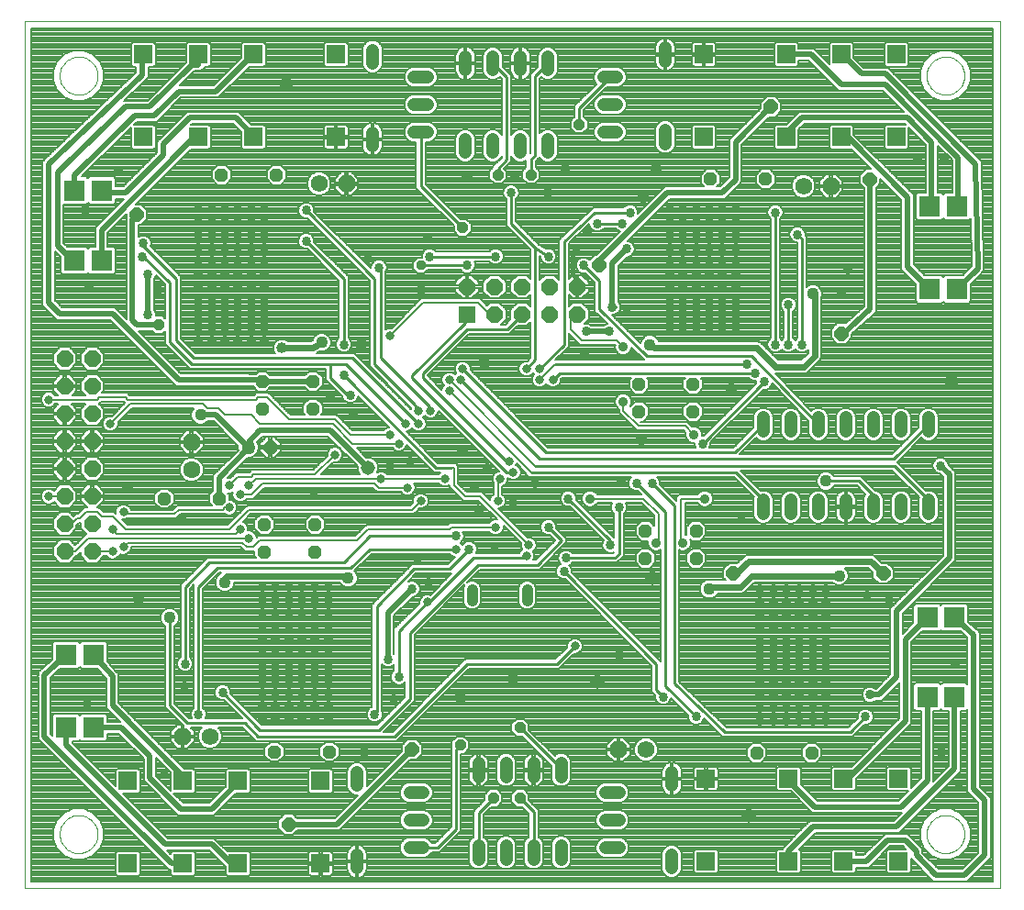
<source format=gbl>
G75*
G70*
%OFA0B0*%
%FSLAX24Y24*%
%IPPOS*%
%LPD*%
%AMOC8*
5,1,8,0,0,1.08239X$1,22.5*
%
%ADD10C,0.0000*%
%ADD11OC8,0.0600*%
%ADD12C,0.0400*%
%ADD13OC8,0.0500*%
%ADD14C,0.0500*%
%ADD15OC8,0.0630*%
%ADD16C,0.0630*%
%ADD17OC8,0.0480*%
%ADD18R,0.0768X0.0768*%
%ADD19R,0.0600X0.0600*%
%ADD20R,0.0650X0.0650*%
%ADD21C,0.0480*%
%ADD22OC8,0.0620*%
%ADD23C,0.0620*%
%ADD24C,0.0515*%
%ADD25C,0.0338*%
%ADD26C,0.0200*%
%ADD27C,0.0436*%
%ADD28C,0.0080*%
%ADD29C,0.0357*%
%ADD30C,0.0318*%
%ADD31C,0.0160*%
%ADD32C,0.0100*%
%ADD33OC8,0.0515*%
%ADD34OC8,0.0397*%
%ADD35OC8,0.0338*%
%ADD36C,0.0240*%
%ADD37C,0.0397*%
D10*
X001500Y002461D02*
X001500Y033957D01*
X036933Y033957D01*
X036933Y002461D01*
X001500Y002461D01*
X002780Y004430D02*
X002782Y004482D01*
X002788Y004534D01*
X002798Y004585D01*
X002811Y004635D01*
X002829Y004685D01*
X002850Y004732D01*
X002874Y004778D01*
X002903Y004822D01*
X002934Y004864D01*
X002968Y004903D01*
X003005Y004940D01*
X003045Y004973D01*
X003088Y005004D01*
X003132Y005031D01*
X003178Y005055D01*
X003227Y005075D01*
X003276Y005091D01*
X003327Y005104D01*
X003378Y005113D01*
X003430Y005118D01*
X003482Y005119D01*
X003534Y005116D01*
X003586Y005109D01*
X003637Y005098D01*
X003687Y005084D01*
X003736Y005065D01*
X003783Y005043D01*
X003828Y005018D01*
X003872Y004989D01*
X003913Y004957D01*
X003952Y004922D01*
X003987Y004884D01*
X004020Y004843D01*
X004050Y004801D01*
X004076Y004756D01*
X004099Y004709D01*
X004118Y004660D01*
X004134Y004610D01*
X004146Y004560D01*
X004154Y004508D01*
X004158Y004456D01*
X004158Y004404D01*
X004154Y004352D01*
X004146Y004300D01*
X004134Y004250D01*
X004118Y004200D01*
X004099Y004151D01*
X004076Y004104D01*
X004050Y004059D01*
X004020Y004017D01*
X003987Y003976D01*
X003952Y003938D01*
X003913Y003903D01*
X003872Y003871D01*
X003828Y003842D01*
X003783Y003817D01*
X003736Y003795D01*
X003687Y003776D01*
X003637Y003762D01*
X003586Y003751D01*
X003534Y003744D01*
X003482Y003741D01*
X003430Y003742D01*
X003378Y003747D01*
X003327Y003756D01*
X003276Y003769D01*
X003227Y003785D01*
X003178Y003805D01*
X003132Y003829D01*
X003088Y003856D01*
X003045Y003887D01*
X003005Y003920D01*
X002968Y003957D01*
X002934Y003996D01*
X002903Y004038D01*
X002874Y004082D01*
X002850Y004128D01*
X002829Y004175D01*
X002811Y004225D01*
X002798Y004275D01*
X002788Y004326D01*
X002782Y004378D01*
X002780Y004430D01*
X002780Y031989D02*
X002782Y032041D01*
X002788Y032093D01*
X002798Y032144D01*
X002811Y032194D01*
X002829Y032244D01*
X002850Y032291D01*
X002874Y032337D01*
X002903Y032381D01*
X002934Y032423D01*
X002968Y032462D01*
X003005Y032499D01*
X003045Y032532D01*
X003088Y032563D01*
X003132Y032590D01*
X003178Y032614D01*
X003227Y032634D01*
X003276Y032650D01*
X003327Y032663D01*
X003378Y032672D01*
X003430Y032677D01*
X003482Y032678D01*
X003534Y032675D01*
X003586Y032668D01*
X003637Y032657D01*
X003687Y032643D01*
X003736Y032624D01*
X003783Y032602D01*
X003828Y032577D01*
X003872Y032548D01*
X003913Y032516D01*
X003952Y032481D01*
X003987Y032443D01*
X004020Y032402D01*
X004050Y032360D01*
X004076Y032315D01*
X004099Y032268D01*
X004118Y032219D01*
X004134Y032169D01*
X004146Y032119D01*
X004154Y032067D01*
X004158Y032015D01*
X004158Y031963D01*
X004154Y031911D01*
X004146Y031859D01*
X004134Y031809D01*
X004118Y031759D01*
X004099Y031710D01*
X004076Y031663D01*
X004050Y031618D01*
X004020Y031576D01*
X003987Y031535D01*
X003952Y031497D01*
X003913Y031462D01*
X003872Y031430D01*
X003828Y031401D01*
X003783Y031376D01*
X003736Y031354D01*
X003687Y031335D01*
X003637Y031321D01*
X003586Y031310D01*
X003534Y031303D01*
X003482Y031300D01*
X003430Y031301D01*
X003378Y031306D01*
X003327Y031315D01*
X003276Y031328D01*
X003227Y031344D01*
X003178Y031364D01*
X003132Y031388D01*
X003088Y031415D01*
X003045Y031446D01*
X003005Y031479D01*
X002968Y031516D01*
X002934Y031555D01*
X002903Y031597D01*
X002874Y031641D01*
X002850Y031687D01*
X002829Y031734D01*
X002811Y031784D01*
X002798Y031834D01*
X002788Y031885D01*
X002782Y031937D01*
X002780Y031989D01*
X034276Y031989D02*
X034278Y032041D01*
X034284Y032093D01*
X034294Y032144D01*
X034307Y032194D01*
X034325Y032244D01*
X034346Y032291D01*
X034370Y032337D01*
X034399Y032381D01*
X034430Y032423D01*
X034464Y032462D01*
X034501Y032499D01*
X034541Y032532D01*
X034584Y032563D01*
X034628Y032590D01*
X034674Y032614D01*
X034723Y032634D01*
X034772Y032650D01*
X034823Y032663D01*
X034874Y032672D01*
X034926Y032677D01*
X034978Y032678D01*
X035030Y032675D01*
X035082Y032668D01*
X035133Y032657D01*
X035183Y032643D01*
X035232Y032624D01*
X035279Y032602D01*
X035324Y032577D01*
X035368Y032548D01*
X035409Y032516D01*
X035448Y032481D01*
X035483Y032443D01*
X035516Y032402D01*
X035546Y032360D01*
X035572Y032315D01*
X035595Y032268D01*
X035614Y032219D01*
X035630Y032169D01*
X035642Y032119D01*
X035650Y032067D01*
X035654Y032015D01*
X035654Y031963D01*
X035650Y031911D01*
X035642Y031859D01*
X035630Y031809D01*
X035614Y031759D01*
X035595Y031710D01*
X035572Y031663D01*
X035546Y031618D01*
X035516Y031576D01*
X035483Y031535D01*
X035448Y031497D01*
X035409Y031462D01*
X035368Y031430D01*
X035324Y031401D01*
X035279Y031376D01*
X035232Y031354D01*
X035183Y031335D01*
X035133Y031321D01*
X035082Y031310D01*
X035030Y031303D01*
X034978Y031300D01*
X034926Y031301D01*
X034874Y031306D01*
X034823Y031315D01*
X034772Y031328D01*
X034723Y031344D01*
X034674Y031364D01*
X034628Y031388D01*
X034584Y031415D01*
X034541Y031446D01*
X034501Y031479D01*
X034464Y031516D01*
X034430Y031555D01*
X034399Y031597D01*
X034370Y031641D01*
X034346Y031687D01*
X034325Y031734D01*
X034307Y031784D01*
X034294Y031834D01*
X034284Y031885D01*
X034278Y031937D01*
X034276Y031989D01*
X034276Y004430D02*
X034278Y004482D01*
X034284Y004534D01*
X034294Y004585D01*
X034307Y004635D01*
X034325Y004685D01*
X034346Y004732D01*
X034370Y004778D01*
X034399Y004822D01*
X034430Y004864D01*
X034464Y004903D01*
X034501Y004940D01*
X034541Y004973D01*
X034584Y005004D01*
X034628Y005031D01*
X034674Y005055D01*
X034723Y005075D01*
X034772Y005091D01*
X034823Y005104D01*
X034874Y005113D01*
X034926Y005118D01*
X034978Y005119D01*
X035030Y005116D01*
X035082Y005109D01*
X035133Y005098D01*
X035183Y005084D01*
X035232Y005065D01*
X035279Y005043D01*
X035324Y005018D01*
X035368Y004989D01*
X035409Y004957D01*
X035448Y004922D01*
X035483Y004884D01*
X035516Y004843D01*
X035546Y004801D01*
X035572Y004756D01*
X035595Y004709D01*
X035614Y004660D01*
X035630Y004610D01*
X035642Y004560D01*
X035650Y004508D01*
X035654Y004456D01*
X035654Y004404D01*
X035650Y004352D01*
X035642Y004300D01*
X035630Y004250D01*
X035614Y004200D01*
X035595Y004151D01*
X035572Y004104D01*
X035546Y004059D01*
X035516Y004017D01*
X035483Y003976D01*
X035448Y003938D01*
X035409Y003903D01*
X035368Y003871D01*
X035324Y003842D01*
X035279Y003817D01*
X035232Y003795D01*
X035183Y003776D01*
X035133Y003762D01*
X035082Y003751D01*
X035030Y003744D01*
X034978Y003741D01*
X034926Y003742D01*
X034874Y003747D01*
X034823Y003756D01*
X034772Y003769D01*
X034723Y003785D01*
X034674Y003805D01*
X034628Y003829D01*
X034584Y003856D01*
X034541Y003887D01*
X034501Y003920D01*
X034464Y003957D01*
X034430Y003996D01*
X034399Y004038D01*
X034370Y004082D01*
X034346Y004128D01*
X034325Y004175D01*
X034307Y004225D01*
X034294Y004275D01*
X034284Y004326D01*
X034278Y004378D01*
X034276Y004430D01*
D11*
X021580Y023321D03*
X020580Y023321D03*
X019580Y023321D03*
X018580Y023321D03*
X018580Y024321D03*
X017580Y024321D03*
X019580Y024321D03*
X020580Y024321D03*
X021580Y024321D03*
X003969Y021709D03*
X003969Y020709D03*
X003969Y019709D03*
X003969Y018709D03*
X003969Y017709D03*
X003969Y016709D03*
X003969Y015709D03*
X003969Y014709D03*
X002969Y014709D03*
X002969Y015709D03*
X002969Y016709D03*
X002969Y017709D03*
X002969Y018709D03*
X002969Y019709D03*
X002969Y020709D03*
X002969Y021709D03*
D12*
X017765Y013314D02*
X017765Y012914D01*
X019765Y012914D02*
X019765Y013314D01*
D13*
X010432Y018487D03*
D14*
X009632Y018487D03*
D15*
X007570Y018674D03*
D16*
X007570Y017674D03*
D17*
X006580Y016621D03*
X008580Y016621D03*
X010220Y015681D03*
X010220Y014681D03*
X012060Y014681D03*
X012060Y015681D03*
X011980Y019881D03*
X011980Y020881D03*
X010140Y020881D03*
X010140Y019881D03*
X010660Y028381D03*
X008660Y028381D03*
X023828Y020782D03*
X023828Y019782D03*
X025785Y019782D03*
X025785Y020782D03*
X025900Y015441D03*
X025900Y014441D03*
X024060Y014441D03*
X024060Y015441D03*
X028100Y007381D03*
X030100Y007381D03*
X012580Y007421D03*
X010580Y007421D03*
X026427Y028234D03*
X028427Y028234D03*
D18*
X034397Y027237D03*
X035381Y027237D03*
X035381Y024226D03*
X034397Y024226D03*
X034300Y012301D03*
X035284Y012301D03*
X035284Y009421D03*
X034300Y009421D03*
X004300Y025261D03*
X003316Y025261D03*
X003316Y027821D03*
X004300Y027821D03*
X004004Y010941D03*
X003020Y010941D03*
X003020Y008301D03*
X004004Y008301D03*
D19*
X017580Y023321D03*
D20*
X012820Y029761D03*
X009820Y029761D03*
X007820Y029761D03*
X005820Y029761D03*
X005820Y032761D03*
X007820Y032761D03*
X009820Y032761D03*
X012820Y032761D03*
X026180Y032761D03*
X026180Y029761D03*
X029180Y029761D03*
X031180Y029761D03*
X033180Y029761D03*
X033180Y032761D03*
X031180Y032761D03*
X029180Y032761D03*
X029260Y006441D03*
X031260Y006441D03*
X033260Y006441D03*
X033260Y003441D03*
X031260Y003441D03*
X029260Y003441D03*
X026260Y003441D03*
X026260Y006441D03*
X012260Y006361D03*
X012260Y003361D03*
X009260Y003361D03*
X007260Y003361D03*
X005260Y003361D03*
X005260Y006361D03*
X007260Y006361D03*
X009260Y006361D03*
D21*
X013580Y006201D02*
X013580Y006681D01*
X015500Y005941D02*
X015980Y005941D01*
X015980Y004941D02*
X015500Y004941D01*
X015500Y003941D02*
X015980Y003941D01*
X018000Y004001D02*
X018000Y003521D01*
X019000Y003521D02*
X019000Y004001D01*
X020000Y004001D02*
X020000Y003521D01*
X021000Y003521D02*
X021000Y004001D01*
X022620Y003941D02*
X023100Y003941D01*
X023100Y004941D02*
X022620Y004941D01*
X022620Y005941D02*
X023100Y005941D01*
X025020Y006201D02*
X025020Y006681D01*
X025020Y003681D02*
X025020Y003201D01*
X021000Y006521D02*
X021000Y007001D01*
X020000Y007001D02*
X020000Y006521D01*
X019000Y006521D02*
X019000Y007001D01*
X018000Y007001D02*
X018000Y006521D01*
X013580Y003681D02*
X013580Y003201D01*
X028340Y016081D02*
X028340Y016561D01*
X029340Y016561D02*
X029340Y016081D01*
X030340Y016081D02*
X030340Y016561D01*
X031340Y016561D02*
X031340Y016081D01*
X032340Y016081D02*
X032340Y016561D01*
X033340Y016561D02*
X033340Y016081D01*
X034340Y016081D02*
X034340Y016561D01*
X034340Y019081D02*
X034340Y019561D01*
X033340Y019561D02*
X033340Y019081D01*
X032340Y019081D02*
X032340Y019561D01*
X031340Y019561D02*
X031340Y019081D01*
X030340Y019081D02*
X030340Y019561D01*
X029340Y019561D02*
X029340Y019081D01*
X028340Y019081D02*
X028340Y019561D01*
X020520Y029201D02*
X020520Y029681D01*
X019520Y029681D02*
X019520Y029201D01*
X018520Y029201D02*
X018520Y029681D01*
X017520Y029681D02*
X017520Y029201D01*
X016140Y029941D02*
X015660Y029941D01*
X015660Y030941D02*
X016140Y030941D01*
X016140Y031941D02*
X015660Y031941D01*
X014140Y032441D02*
X014140Y032921D01*
X014140Y029921D02*
X014140Y029441D01*
X017520Y032201D02*
X017520Y032681D01*
X018520Y032681D02*
X018520Y032201D01*
X019520Y032201D02*
X019520Y032681D01*
X020520Y032681D02*
X020520Y032201D01*
X022540Y031941D02*
X023020Y031941D01*
X023020Y030941D02*
X022540Y030941D01*
X022540Y029941D02*
X023020Y029941D01*
X024780Y030001D02*
X024780Y029521D01*
X024780Y032521D02*
X024780Y033001D01*
D22*
X030800Y027981D03*
X013200Y028061D03*
X007240Y007981D03*
X023080Y007501D03*
D23*
X024080Y007501D03*
X008240Y007981D03*
X012200Y028061D03*
X029800Y027981D03*
D24*
X035180Y020861D03*
X024300Y013741D03*
X022300Y009981D03*
X027820Y005101D03*
X013980Y017741D03*
X011020Y031661D03*
D25*
X010220Y027181D03*
X009740Y027181D03*
X009740Y026701D03*
X009740Y026221D03*
X009740Y025741D03*
X010220Y025741D03*
X010220Y026221D03*
X010220Y026701D03*
X009260Y026701D03*
X009260Y026221D03*
X009260Y025741D03*
X008780Y025741D03*
X008300Y025741D03*
X007820Y025741D03*
X007820Y026221D03*
X008300Y026221D03*
X008780Y026221D03*
X008780Y026701D03*
X008300Y026701D03*
X007820Y026701D03*
X007820Y027181D03*
X008300Y027181D03*
X008780Y027181D03*
X009260Y027181D03*
X009260Y025261D03*
X009260Y024781D03*
X009260Y024301D03*
X008780Y024301D03*
X008300Y024301D03*
X007820Y024301D03*
X007820Y024781D03*
X008300Y024781D03*
X008780Y024781D03*
X008780Y025261D03*
X008300Y025261D03*
X007820Y025261D03*
X007820Y023821D03*
X007820Y023341D03*
X007820Y022861D03*
X008300Y022861D03*
X008780Y022861D03*
X009260Y022861D03*
X009260Y023341D03*
X008780Y023341D03*
X008300Y023341D03*
X008300Y023821D03*
X008780Y023821D03*
X009260Y023821D03*
X009740Y023821D03*
X009740Y023341D03*
X009740Y022861D03*
X010220Y022861D03*
X010220Y023341D03*
X010220Y023821D03*
X010220Y024301D03*
X009740Y024301D03*
X009740Y024781D03*
X010220Y024781D03*
X010220Y025261D03*
X009740Y025261D03*
X011740Y025981D03*
X011740Y027101D03*
X014380Y025021D03*
X016220Y025421D03*
X017580Y025101D03*
X018620Y025421D03*
X020540Y025421D03*
X021820Y025101D03*
X021940Y026301D03*
X022300Y026621D03*
X023220Y026621D03*
X023500Y027021D03*
X023380Y025701D03*
X024940Y025741D03*
X025420Y025741D03*
X025900Y025741D03*
X025900Y026221D03*
X025420Y026221D03*
X024940Y026221D03*
X024940Y026701D03*
X025420Y026701D03*
X025900Y026701D03*
X026380Y026701D03*
X026380Y026221D03*
X026380Y025741D03*
X026860Y025741D03*
X027340Y025741D03*
X027340Y026221D03*
X026860Y026221D03*
X026860Y026701D03*
X027340Y026701D03*
X027340Y027181D03*
X026860Y027181D03*
X026380Y027181D03*
X025900Y027181D03*
X025420Y027181D03*
X024940Y027181D03*
X024940Y025261D03*
X024940Y024781D03*
X024940Y024301D03*
X025420Y024301D03*
X025900Y024301D03*
X025900Y024781D03*
X025420Y024781D03*
X025420Y025261D03*
X025900Y025261D03*
X026380Y025261D03*
X026380Y024781D03*
X026380Y024301D03*
X026860Y024301D03*
X027340Y024301D03*
X027340Y024781D03*
X026860Y024781D03*
X026860Y025261D03*
X027340Y025261D03*
X027340Y023821D03*
X027340Y023341D03*
X027340Y022861D03*
X026860Y022861D03*
X026380Y022861D03*
X026380Y023341D03*
X026860Y023341D03*
X026860Y023821D03*
X026380Y023821D03*
X025900Y023821D03*
X025900Y023341D03*
X025900Y022861D03*
X025420Y022861D03*
X024940Y022861D03*
X024940Y023341D03*
X025420Y023341D03*
X025420Y023821D03*
X024940Y023821D03*
X023380Y023501D03*
X022860Y023581D03*
X022740Y022701D03*
X021900Y022701D03*
X021860Y021901D03*
X023620Y021821D03*
X026140Y018621D03*
X024300Y017181D03*
X023740Y017181D03*
X023100Y016301D03*
X022780Y014941D03*
X021180Y014461D03*
X021100Y013981D03*
X020540Y015581D03*
X021260Y016621D03*
X018580Y014861D03*
X017660Y014781D03*
X017180Y015261D03*
X016180Y013581D03*
X015580Y013341D03*
X014700Y010781D03*
X015100Y010141D03*
X014900Y009341D03*
X014220Y008781D03*
X013860Y007421D03*
X012540Y008621D03*
X012060Y008621D03*
X011580Y008621D03*
X011100Y008621D03*
X010620Y008621D03*
X010140Y008621D03*
X010140Y009101D03*
X010620Y009101D03*
X011100Y009101D03*
X011580Y009101D03*
X011580Y009581D03*
X011100Y009581D03*
X010620Y009581D03*
X010140Y009581D03*
X010140Y010061D03*
X010620Y010061D03*
X011100Y010061D03*
X011580Y010061D03*
X012060Y010061D03*
X012060Y009581D03*
X012060Y009101D03*
X012540Y009101D03*
X012540Y009581D03*
X012540Y010061D03*
X012540Y010541D03*
X012060Y010541D03*
X012060Y011021D03*
X012540Y011021D03*
X012540Y011501D03*
X012060Y011501D03*
X011580Y011501D03*
X011580Y011021D03*
X011580Y010541D03*
X011100Y010541D03*
X010620Y010541D03*
X010140Y010541D03*
X010140Y011021D03*
X010620Y011021D03*
X011100Y011021D03*
X011100Y011501D03*
X010620Y011501D03*
X010140Y011501D03*
X010140Y011981D03*
X010620Y011981D03*
X011100Y011981D03*
X011580Y011981D03*
X011580Y012461D03*
X011100Y012461D03*
X010620Y012461D03*
X010140Y012461D03*
X010140Y012941D03*
X010620Y012941D03*
X011100Y012941D03*
X011580Y012941D03*
X012060Y012941D03*
X012060Y012461D03*
X012060Y011981D03*
X012540Y011981D03*
X012540Y012461D03*
X012540Y012941D03*
X012540Y013421D03*
X012060Y013421D03*
X011580Y013421D03*
X011100Y013421D03*
X010620Y013421D03*
X010140Y013421D03*
X007340Y010621D03*
X007300Y009821D03*
X007820Y008781D03*
X008700Y009581D03*
X006580Y006621D03*
X003780Y009181D03*
X013340Y020381D03*
X013100Y021101D03*
X013100Y022221D03*
X010220Y022381D03*
X009740Y022381D03*
X009260Y022381D03*
X008780Y022381D03*
X008300Y022381D03*
X007820Y022381D03*
X005980Y023301D03*
X005980Y024781D03*
X005780Y025421D03*
X005820Y025901D03*
X019180Y027741D03*
X027740Y021501D03*
X028060Y021181D03*
X028380Y020861D03*
X028780Y022221D03*
X029260Y022221D03*
X029740Y022221D03*
X029260Y023661D03*
X029580Y026221D03*
X028780Y027021D03*
X034780Y017821D03*
X032100Y013101D03*
X032900Y012941D03*
X030620Y012861D03*
X030620Y012381D03*
X030140Y012381D03*
X029660Y012381D03*
X029180Y012381D03*
X028700Y012381D03*
X028700Y012861D03*
X029180Y012861D03*
X029660Y012861D03*
X030140Y012861D03*
X030140Y013341D03*
X029660Y013341D03*
X029180Y013341D03*
X028700Y013341D03*
X028220Y013341D03*
X028220Y012861D03*
X028220Y012381D03*
X028220Y011901D03*
X028220Y011421D03*
X028220Y010941D03*
X028220Y010461D03*
X028220Y009981D03*
X028220Y009501D03*
X028220Y009021D03*
X028220Y008541D03*
X028700Y008541D03*
X029180Y008541D03*
X029660Y008541D03*
X030140Y008541D03*
X030620Y008541D03*
X030620Y009021D03*
X030140Y009021D03*
X029660Y009021D03*
X029180Y009021D03*
X028700Y009021D03*
X028700Y009501D03*
X029180Y009501D03*
X029660Y009501D03*
X030140Y009501D03*
X030620Y009501D03*
X030620Y009981D03*
X030140Y009981D03*
X029660Y009981D03*
X029180Y009981D03*
X028700Y009981D03*
X028700Y010461D03*
X029180Y010461D03*
X029660Y010461D03*
X030140Y010461D03*
X030620Y010461D03*
X030620Y010941D03*
X030140Y010941D03*
X029660Y010941D03*
X029180Y010941D03*
X028700Y010941D03*
X028700Y011421D03*
X029180Y011421D03*
X029660Y011421D03*
X030140Y011421D03*
X030620Y011421D03*
X030620Y011901D03*
X030140Y011901D03*
X029660Y011901D03*
X029180Y011901D03*
X028700Y011901D03*
X030620Y013341D03*
X027540Y015981D03*
X024700Y009421D03*
X025900Y008701D03*
X032060Y008701D03*
X032220Y009501D03*
X034820Y007421D03*
X035460Y006141D03*
X035300Y010621D03*
D26*
X035284Y009421D02*
X035284Y006806D01*
X033180Y004701D01*
X030140Y004701D01*
X029260Y003821D01*
X029260Y003441D01*
X031260Y003441D02*
X032080Y003441D01*
X032860Y004221D01*
X033500Y004221D01*
X033900Y003821D01*
X033900Y003661D01*
X034620Y002941D01*
X035660Y002941D01*
X036380Y003661D01*
X036380Y005661D01*
X035980Y006061D01*
X035980Y011686D01*
X035284Y012301D01*
X034300Y012301D02*
X033500Y011501D01*
X033500Y008541D01*
X031400Y006441D01*
X031260Y006441D01*
X030220Y005421D02*
X029260Y006381D01*
X029300Y006421D01*
X029260Y006461D01*
X029260Y006441D01*
X029300Y006421D02*
X029340Y006461D01*
X030220Y005421D02*
X033340Y005421D01*
X034300Y006381D01*
X034300Y009421D01*
X033180Y010141D02*
X033180Y012541D01*
X035100Y014461D01*
X035100Y017501D01*
X034780Y017821D01*
X031260Y022621D02*
X031180Y022621D01*
X031260Y022621D02*
X032220Y023501D01*
X032220Y028221D01*
X033580Y027581D02*
X033580Y025043D01*
X034397Y024226D01*
X035381Y024226D02*
X036140Y024985D01*
X036060Y028781D01*
X032780Y032061D01*
X031900Y032061D01*
X031200Y032761D01*
X031180Y032761D01*
X031180Y031661D02*
X032780Y031661D01*
X035420Y029021D01*
X035420Y027276D01*
X035381Y027237D01*
X034460Y027300D02*
X034397Y027237D01*
X034460Y027300D02*
X034460Y029581D01*
X033580Y030461D01*
X029740Y030461D01*
X029180Y029901D01*
X029180Y029761D01*
X028620Y030861D02*
X027340Y029581D01*
X027340Y028221D01*
X026860Y027741D01*
X024860Y027741D01*
X022380Y025261D01*
X022380Y025101D01*
X022860Y025181D02*
X022860Y023581D01*
X022940Y023581D01*
X022740Y022701D02*
X021900Y022701D01*
X022860Y025181D02*
X023380Y025701D01*
X031180Y029761D02*
X031400Y029761D01*
X033580Y027581D01*
X031180Y031661D02*
X030080Y032761D01*
X029180Y032761D01*
X013980Y017741D02*
X012620Y019101D01*
X010060Y019101D01*
X009632Y018674D01*
X009632Y018487D01*
X009660Y018541D01*
X009660Y018461D01*
X008580Y017381D01*
X008580Y016621D01*
X009632Y018487D02*
X008457Y019661D01*
X007900Y019661D01*
X007100Y020941D02*
X009580Y020941D01*
X009580Y020930D01*
X010140Y020930D01*
X010140Y020941D01*
X010140Y020930D02*
X010140Y020881D01*
X011980Y020881D01*
X009580Y020930D02*
X009431Y020930D01*
X007100Y020941D02*
X004700Y023341D01*
X002780Y023341D01*
X002380Y023741D01*
X002380Y028781D01*
X005780Y032021D01*
X005780Y032821D01*
X005820Y032781D01*
X005820Y032761D01*
X005780Y032821D02*
X005820Y032861D01*
X007580Y032381D02*
X006060Y030861D01*
X005180Y030861D01*
X002940Y028701D01*
X002700Y028461D01*
X002700Y025821D01*
X003300Y025221D01*
X003340Y025261D01*
X003316Y025261D01*
X003300Y025221D02*
X003340Y025181D01*
X004300Y025261D02*
X004300Y026381D01*
X007680Y029761D01*
X007820Y029761D01*
X007500Y030461D02*
X006540Y029501D01*
X006540Y029101D01*
X005180Y027741D01*
X004300Y027741D01*
X004300Y027821D01*
X004300Y027741D02*
X004220Y027741D01*
X003316Y027821D02*
X003316Y028357D01*
X005500Y030541D01*
X006220Y030541D01*
X007100Y031421D01*
X008460Y031421D01*
X009820Y032781D01*
X009820Y032761D01*
X007820Y032761D02*
X007820Y032381D01*
X007580Y032381D01*
X007500Y030461D02*
X009180Y030461D01*
X009820Y029821D01*
X009820Y029761D01*
X009820Y029661D01*
X005580Y026941D02*
X005420Y026781D01*
X005420Y023101D01*
X005580Y022941D01*
X006380Y022941D01*
X005980Y023301D02*
X005980Y024781D01*
X015580Y013341D02*
X014700Y012461D01*
X014700Y010781D01*
X015580Y007501D02*
X012860Y004781D01*
X011100Y004781D01*
X009260Y003361D02*
X009000Y003361D01*
X008300Y004061D01*
X006620Y004061D01*
X003020Y007661D01*
X003020Y008301D01*
X002220Y007981D02*
X002220Y010221D01*
X003020Y010941D01*
X004004Y010941D02*
X004700Y010166D01*
X004700Y009101D01*
X007260Y006541D01*
X007260Y006361D01*
X007180Y005341D02*
X006060Y006461D01*
X006060Y007261D01*
X005020Y008301D01*
X004060Y008301D01*
X004004Y008301D01*
X004060Y008301D02*
X003980Y008381D01*
X002220Y007981D02*
X006840Y003361D01*
X007260Y003361D01*
X007180Y005341D02*
X008300Y005341D01*
X009260Y006301D01*
X009260Y006361D01*
X032220Y009501D02*
X032540Y009501D01*
X033180Y010141D01*
D27*
X031100Y013821D03*
X030620Y017261D03*
X027180Y020621D03*
X024220Y022221D03*
X023900Y018781D03*
X018220Y021581D03*
X017420Y018381D03*
X013740Y022221D03*
X012300Y022301D03*
X007900Y019661D03*
X005260Y017021D03*
X008780Y013581D03*
X006780Y012301D03*
X005660Y013021D03*
X013260Y013741D03*
X017340Y009421D03*
X019260Y010061D03*
X026380Y013341D03*
X030140Y024061D03*
X024460Y028621D03*
X023980Y027581D03*
X017580Y028301D03*
D28*
X017592Y028841D02*
X017724Y028896D01*
X017825Y028997D01*
X017880Y029130D01*
X017880Y029753D01*
X017825Y029885D01*
X017724Y029987D01*
X017592Y030041D01*
X017448Y030041D01*
X017316Y029987D01*
X017215Y029885D01*
X017160Y029753D01*
X017160Y029130D01*
X017215Y028997D01*
X017316Y028896D01*
X017448Y028841D01*
X017592Y028841D01*
X017744Y028916D02*
X018296Y028916D01*
X018316Y028896D02*
X018448Y028841D01*
X018592Y028841D01*
X018724Y028896D01*
X018825Y028997D01*
X018850Y029057D01*
X018850Y029012D01*
X018530Y028692D01*
X018530Y028662D01*
X018382Y028513D01*
X018382Y028249D01*
X018568Y028063D01*
X018832Y028063D01*
X019018Y028249D01*
X019018Y028513D01*
X018925Y028606D01*
X019090Y028771D01*
X019190Y028871D01*
X019190Y029057D01*
X019215Y028997D01*
X019316Y028896D01*
X019448Y028841D01*
X019592Y028841D01*
X019724Y028896D01*
X019730Y028902D01*
X019730Y028662D01*
X019582Y028513D01*
X019582Y028249D01*
X019768Y028063D01*
X020032Y028063D01*
X020218Y028249D01*
X020218Y028513D01*
X020070Y028662D01*
X020070Y028871D01*
X020130Y028931D01*
X020130Y028931D01*
X020209Y029010D01*
X020215Y028997D01*
X020316Y028896D01*
X020448Y028841D01*
X020592Y028841D01*
X020724Y028896D01*
X020825Y028997D01*
X020880Y029130D01*
X020880Y029753D01*
X020825Y029885D01*
X020724Y029987D01*
X020592Y030041D01*
X020448Y030041D01*
X020316Y029987D01*
X020230Y029901D01*
X020230Y031911D01*
X020266Y031947D01*
X020316Y031896D01*
X020448Y031841D01*
X020592Y031841D01*
X020724Y031896D01*
X020825Y031997D01*
X020880Y032130D01*
X020880Y032753D01*
X020825Y032885D01*
X020724Y032987D01*
X020592Y033041D01*
X020448Y033041D01*
X020316Y032987D01*
X020215Y032885D01*
X020160Y032753D01*
X020160Y032322D01*
X019890Y032052D01*
X019890Y029172D01*
X019880Y029162D01*
X019880Y029753D01*
X019825Y029885D01*
X019724Y029987D01*
X019592Y030041D01*
X019448Y030041D01*
X019316Y029987D01*
X019215Y029885D01*
X019190Y029825D01*
X019190Y032012D01*
X018880Y032322D01*
X018880Y032753D01*
X018825Y032885D01*
X018724Y032987D01*
X018592Y033041D01*
X018448Y033041D01*
X018316Y032987D01*
X018215Y032885D01*
X018160Y032753D01*
X018160Y032130D01*
X018215Y031997D01*
X018316Y031896D01*
X018448Y031841D01*
X018592Y031841D01*
X018724Y031896D01*
X018774Y031947D01*
X018850Y031871D01*
X018850Y029825D01*
X018825Y029885D01*
X018724Y029987D01*
X018592Y030041D01*
X018448Y030041D01*
X018316Y029987D01*
X018215Y029885D01*
X018160Y029753D01*
X018160Y029130D01*
X018215Y028997D01*
X018316Y028896D01*
X018218Y028994D02*
X017822Y028994D01*
X017856Y029073D02*
X018184Y029073D01*
X018160Y029151D02*
X017880Y029151D01*
X017880Y029230D02*
X018160Y029230D01*
X018160Y029308D02*
X017880Y029308D01*
X017880Y029387D02*
X018160Y029387D01*
X018160Y029465D02*
X017880Y029465D01*
X017880Y029544D02*
X018160Y029544D01*
X018160Y029622D02*
X017880Y029622D01*
X017880Y029701D02*
X018160Y029701D01*
X018171Y029779D02*
X017869Y029779D01*
X017837Y029858D02*
X018203Y029858D01*
X018266Y029936D02*
X017774Y029936D01*
X017655Y030015D02*
X018385Y030015D01*
X018655Y030015D02*
X018850Y030015D01*
X018850Y030093D02*
X016467Y030093D01*
X016445Y030145D02*
X016344Y030247D01*
X016212Y030301D01*
X015588Y030301D01*
X015456Y030247D01*
X015355Y030145D01*
X015300Y030013D01*
X015300Y029870D01*
X015355Y029737D01*
X015456Y029636D01*
X015588Y029581D01*
X015730Y029581D01*
X015730Y027911D01*
X015830Y027811D01*
X017102Y026539D01*
X017102Y026329D01*
X017288Y026143D01*
X017552Y026143D01*
X017738Y026329D01*
X017738Y026593D01*
X017552Y026780D01*
X017342Y026780D01*
X016070Y028052D01*
X016070Y029581D01*
X016212Y029581D01*
X016344Y029636D01*
X016445Y029737D01*
X016500Y029870D01*
X016500Y030013D01*
X016445Y030145D01*
X016419Y030172D02*
X018850Y030172D01*
X018850Y030250D02*
X016335Y030250D01*
X016499Y030015D02*
X017385Y030015D01*
X017266Y029936D02*
X016500Y029936D01*
X016495Y029858D02*
X017203Y029858D01*
X017171Y029779D02*
X016463Y029779D01*
X016409Y029701D02*
X017160Y029701D01*
X017160Y029622D02*
X016311Y029622D01*
X016070Y029544D02*
X017160Y029544D01*
X017160Y029465D02*
X016070Y029465D01*
X016070Y029387D02*
X017160Y029387D01*
X017160Y029308D02*
X016070Y029308D01*
X016070Y029230D02*
X017160Y029230D01*
X017160Y029151D02*
X016070Y029151D01*
X016070Y029073D02*
X017184Y029073D01*
X017218Y028994D02*
X016070Y028994D01*
X016070Y028916D02*
X017296Y028916D01*
X018392Y028523D02*
X016070Y028523D01*
X016070Y028445D02*
X018382Y028445D01*
X018382Y028366D02*
X016070Y028366D01*
X016070Y028288D02*
X018382Y028288D01*
X018422Y028209D02*
X016070Y028209D01*
X016070Y028131D02*
X018500Y028131D01*
X018900Y028131D02*
X019700Y028131D01*
X019622Y028209D02*
X018978Y028209D01*
X019018Y028288D02*
X019582Y028288D01*
X019582Y028366D02*
X019018Y028366D01*
X019018Y028445D02*
X019582Y028445D01*
X019592Y028523D02*
X019008Y028523D01*
X018930Y028602D02*
X019670Y028602D01*
X019730Y028680D02*
X018999Y028680D01*
X019078Y028759D02*
X019730Y028759D01*
X019730Y028837D02*
X019156Y028837D01*
X019190Y028916D02*
X019296Y028916D01*
X019218Y028994D02*
X019190Y028994D01*
X018833Y028994D02*
X018822Y028994D01*
X018754Y028916D02*
X018744Y028916D01*
X018676Y028837D02*
X016070Y028837D01*
X016070Y028759D02*
X018597Y028759D01*
X018530Y028680D02*
X016070Y028680D01*
X016070Y028602D02*
X018470Y028602D01*
X019016Y027986D02*
X018935Y027905D01*
X018891Y027799D01*
X018891Y027684D01*
X018935Y027578D01*
X019010Y027503D01*
X016619Y027503D01*
X016697Y027424D02*
X019010Y027424D01*
X019010Y027346D02*
X016776Y027346D01*
X016854Y027267D02*
X019010Y027267D01*
X019010Y027189D02*
X016933Y027189D01*
X017011Y027110D02*
X019010Y027110D01*
X019010Y027032D02*
X017090Y027032D01*
X017168Y026953D02*
X019010Y026953D01*
X019010Y026875D02*
X017247Y026875D01*
X017325Y026796D02*
X019010Y026796D01*
X019010Y026718D02*
X017614Y026718D01*
X017692Y026639D02*
X019010Y026639D01*
X019010Y026561D02*
X017738Y026561D01*
X017738Y026482D02*
X019079Y026482D01*
X019110Y026451D02*
X019890Y025671D01*
X019890Y024605D01*
X019754Y024741D01*
X019406Y024741D01*
X019160Y024495D01*
X019160Y024147D01*
X019406Y023901D01*
X019754Y023901D01*
X019890Y024037D01*
X019890Y023605D01*
X019754Y023741D01*
X019406Y023741D01*
X019160Y023495D01*
X019160Y023147D01*
X019163Y023145D01*
X018970Y022951D01*
X018804Y022951D01*
X019000Y023147D01*
X019000Y023495D01*
X018754Y023741D01*
X018406Y023741D01*
X018306Y023642D01*
X018140Y023808D01*
X018046Y023901D01*
X015914Y023901D01*
X014833Y022820D01*
X014724Y022820D01*
X014630Y022781D01*
X014630Y024870D01*
X014669Y024964D01*
X014669Y025079D01*
X014625Y025185D01*
X014544Y025266D01*
X014437Y025310D01*
X014323Y025310D01*
X014216Y025266D01*
X014135Y025185D01*
X014091Y025079D01*
X014091Y024991D01*
X014091Y024991D01*
X012029Y027053D01*
X012029Y027159D01*
X011985Y027265D01*
X011904Y027346D01*
X016295Y027346D01*
X016217Y027424D02*
X005654Y027424D01*
X005576Y027346D02*
X011576Y027346D01*
X011495Y027265D01*
X011451Y027159D01*
X011451Y027044D01*
X011495Y026938D01*
X011576Y026856D01*
X011683Y026812D01*
X011788Y026812D01*
X014050Y024551D01*
X014050Y021431D01*
X014150Y021331D01*
X015528Y019953D01*
X015555Y019912D01*
X015541Y019877D01*
X015541Y019861D01*
X013590Y021812D01*
X013490Y021911D01*
X012129Y021911D01*
X012130Y021912D01*
X012220Y021968D01*
X012233Y021963D01*
X012367Y021963D01*
X012492Y022015D01*
X012587Y022110D01*
X012638Y022234D01*
X012638Y022369D01*
X012587Y022493D01*
X012492Y022588D01*
X012367Y022639D01*
X012233Y022639D01*
X012108Y022588D01*
X012013Y022493D01*
X011964Y022375D01*
X011911Y022341D01*
X011070Y022341D01*
X011040Y022371D01*
X010923Y022420D01*
X010797Y022420D01*
X010680Y022371D01*
X010590Y022282D01*
X010542Y022165D01*
X007477Y022165D01*
X007555Y022086D02*
X010542Y022086D01*
X010542Y022038D02*
X010542Y022165D01*
X010574Y022243D02*
X007398Y022243D01*
X007320Y022322D02*
X010630Y022322D01*
X010750Y022400D02*
X007241Y022400D01*
X007190Y022452D02*
X007190Y024692D01*
X006088Y025794D01*
X006109Y025844D01*
X006109Y025959D01*
X006065Y026065D01*
X005984Y026146D01*
X005877Y026190D01*
X005763Y026190D01*
X005656Y026146D01*
X005640Y026130D01*
X005640Y026564D01*
X005736Y026564D01*
X005957Y026785D01*
X005957Y027098D01*
X005736Y027319D01*
X005549Y027319D01*
X007546Y029317D01*
X008195Y029317D01*
X008265Y029387D01*
X009375Y029387D01*
X009445Y029317D01*
X010195Y029317D01*
X010265Y029387D01*
X012385Y029387D01*
X012383Y029390D02*
X012399Y029363D01*
X012422Y029341D01*
X012449Y029325D01*
X012479Y029317D01*
X012780Y029317D01*
X012780Y029721D01*
X012860Y029721D01*
X012860Y029317D01*
X013161Y029317D01*
X013191Y029325D01*
X013218Y029341D01*
X013241Y029363D01*
X013257Y029390D01*
X013265Y029421D01*
X013265Y029721D01*
X012860Y029721D01*
X012860Y029801D01*
X013265Y029801D01*
X013265Y030102D01*
X013257Y030133D01*
X013241Y030160D01*
X013218Y030182D01*
X013191Y030198D01*
X013161Y030206D01*
X012860Y030206D01*
X012860Y029801D01*
X012780Y029801D01*
X012780Y029721D01*
X012375Y029721D01*
X012375Y029421D01*
X012383Y029390D01*
X012375Y029465D02*
X010265Y029465D01*
X010265Y029387D02*
X010265Y030136D01*
X010195Y030206D01*
X009746Y030206D01*
X009271Y030681D01*
X007409Y030681D01*
X006449Y029721D01*
X006320Y029593D01*
X006320Y029193D01*
X005089Y027961D01*
X004804Y027961D01*
X004804Y028255D01*
X004734Y028325D01*
X003866Y028325D01*
X003808Y028267D01*
X003749Y028325D01*
X003595Y028325D01*
X005375Y030105D01*
X005375Y029387D01*
X004657Y029387D01*
X004735Y029465D02*
X005375Y029465D01*
X005375Y029387D02*
X005445Y029317D01*
X006195Y029317D01*
X006265Y029387D01*
X006320Y029387D01*
X006265Y029387D02*
X006265Y030136D01*
X006195Y030206D01*
X005476Y030206D01*
X005591Y030321D01*
X006311Y030321D01*
X007191Y031201D01*
X008551Y031201D01*
X009666Y032317D01*
X010195Y032317D01*
X010265Y032387D01*
X010265Y033136D01*
X010195Y033206D01*
X009445Y033206D01*
X009375Y033136D01*
X009375Y032648D01*
X008369Y031641D01*
X007151Y031641D01*
X007671Y032161D01*
X007911Y032161D01*
X008040Y032290D01*
X008040Y032317D01*
X008195Y032317D01*
X008265Y032387D01*
X008265Y033136D01*
X008195Y033206D01*
X007445Y033206D01*
X007375Y033136D01*
X007375Y032488D01*
X005969Y031081D01*
X005182Y031081D01*
X005114Y031083D01*
X005868Y031801D01*
X005871Y031801D01*
X005934Y031864D01*
X005998Y031925D01*
X005998Y031928D01*
X006000Y031930D01*
X006000Y032019D01*
X006002Y032107D01*
X006000Y032109D01*
X006000Y032317D01*
X006195Y032317D01*
X006265Y032387D01*
X006265Y033136D01*
X006195Y033206D01*
X005445Y033206D01*
X005375Y033136D01*
X005375Y032387D01*
X005445Y032317D01*
X005560Y032317D01*
X005560Y032116D01*
X002292Y029001D01*
X002289Y029001D01*
X002226Y028939D01*
X002162Y028878D01*
X002162Y028875D01*
X002160Y028873D01*
X002160Y028784D01*
X002158Y028696D01*
X002160Y028693D01*
X002160Y023650D01*
X002289Y023521D01*
X002689Y023121D01*
X004609Y023121D01*
X006880Y020850D01*
X007009Y020721D01*
X009329Y020721D01*
X009340Y020710D01*
X009802Y020710D01*
X009991Y020521D01*
X010289Y020521D01*
X010429Y020661D01*
X011691Y020661D01*
X011831Y020521D01*
X012129Y020521D01*
X012340Y020732D01*
X012340Y021031D01*
X012129Y021241D01*
X011831Y021241D01*
X011691Y021101D01*
X010429Y021101D01*
X010289Y021241D01*
X009991Y021241D01*
X009899Y021150D01*
X009683Y021150D01*
X009671Y021161D01*
X007191Y021161D01*
X005631Y022721D01*
X006150Y022721D01*
X006248Y022623D01*
X006512Y022623D01*
X006610Y022721D01*
X006610Y022231D01*
X006710Y022131D01*
X007510Y021331D01*
X012450Y021331D01*
X012450Y020951D01*
X012550Y020851D01*
X013051Y020350D01*
X013051Y020324D01*
X013095Y020218D01*
X013176Y020136D01*
X013283Y020092D01*
X013397Y020092D01*
X013504Y020136D01*
X013585Y020218D01*
X013629Y020324D01*
X013629Y020332D01*
X014741Y019220D01*
X014724Y019220D01*
X014622Y019178D01*
X014545Y019101D01*
X013406Y019101D01*
X012846Y019661D01*
X012269Y019661D01*
X012340Y019732D01*
X012340Y020031D01*
X012129Y020241D01*
X011831Y020241D01*
X011620Y020031D01*
X011620Y019732D01*
X011691Y019661D01*
X011166Y019661D01*
X010366Y020461D01*
X009914Y020461D01*
X009834Y020381D01*
X005326Y020381D01*
X005246Y020461D01*
X004314Y020461D01*
X004389Y020535D01*
X004389Y020883D01*
X004142Y021129D01*
X003795Y021129D01*
X003549Y020883D01*
X003549Y020535D01*
X003703Y020381D01*
X003234Y020381D01*
X003389Y020535D01*
X003389Y020669D01*
X003009Y020669D01*
X003009Y020749D01*
X003389Y020749D01*
X003389Y020883D01*
X003142Y021129D01*
X003009Y021129D01*
X003009Y020749D01*
X002929Y020749D01*
X002928Y020749D02*
X002928Y020669D01*
X002549Y020669D01*
X002549Y020535D01*
X002703Y020381D01*
X002615Y020381D01*
X002538Y020458D01*
X002436Y020500D01*
X002324Y020500D01*
X002222Y020458D01*
X002143Y020379D01*
X002101Y020277D01*
X002101Y020166D01*
X002143Y020063D01*
X002222Y019985D01*
X002324Y019942D01*
X002436Y019942D01*
X002538Y019985D01*
X002615Y020061D01*
X002727Y020061D01*
X002549Y019883D01*
X002549Y019749D01*
X002928Y019749D01*
X002928Y019669D01*
X002549Y019669D01*
X002549Y019535D01*
X002795Y019289D01*
X002929Y019289D01*
X002929Y019669D01*
X003009Y019669D01*
X003009Y019749D01*
X003389Y019749D01*
X003389Y019883D01*
X003211Y020061D01*
X003727Y020061D01*
X003549Y019883D01*
X003549Y019535D01*
X003795Y019289D01*
X004142Y019289D01*
X004389Y019535D01*
X004389Y019883D01*
X004208Y020064D01*
X004286Y020141D01*
X005114Y020141D01*
X005154Y020101D01*
X004673Y019620D01*
X004564Y019620D01*
X004462Y019578D01*
X004383Y019499D01*
X004341Y019397D01*
X004341Y019286D01*
X004383Y019183D01*
X004462Y019105D01*
X004564Y019062D01*
X004676Y019062D01*
X004778Y019105D01*
X004857Y019183D01*
X004899Y019286D01*
X004899Y019394D01*
X005406Y019901D01*
X007662Y019901D01*
X007613Y019853D01*
X007562Y019729D01*
X007562Y019594D01*
X007613Y019470D01*
X007708Y019375D01*
X007833Y019323D01*
X007967Y019323D01*
X008092Y019375D01*
X008158Y019441D01*
X008366Y019441D01*
X009262Y018546D01*
X009262Y018413D01*
X009273Y018386D01*
X008360Y017473D01*
X008360Y016911D01*
X008220Y016771D01*
X008220Y016472D01*
X008311Y016381D01*
X007034Y016381D01*
X006874Y016221D01*
X005369Y016221D01*
X005337Y016299D01*
X005258Y016378D01*
X005156Y016420D01*
X005044Y016420D01*
X004942Y016378D01*
X004863Y016299D01*
X004821Y016197D01*
X004821Y016087D01*
X004766Y016141D01*
X004366Y016141D01*
X004300Y016208D01*
X004206Y016301D01*
X004154Y016301D01*
X004389Y016535D01*
X004389Y016669D01*
X004009Y016669D01*
X004009Y016749D01*
X004389Y016749D01*
X004389Y016883D01*
X004142Y017129D01*
X004009Y017129D01*
X004009Y016749D01*
X003929Y016749D01*
X003928Y016749D02*
X003928Y016669D01*
X003549Y016669D01*
X003549Y016535D01*
X003783Y016301D01*
X003674Y016301D01*
X003434Y016061D01*
X003354Y016061D01*
X003282Y015990D01*
X003142Y016129D01*
X002795Y016129D01*
X002549Y015883D01*
X002549Y015535D01*
X002795Y015289D01*
X003142Y015289D01*
X003389Y015535D01*
X003389Y015644D01*
X003420Y015675D01*
X003486Y015741D01*
X003549Y015741D01*
X003549Y015535D01*
X003748Y015336D01*
X003660Y015248D01*
X003342Y014930D01*
X003142Y015129D01*
X002795Y015129D01*
X002549Y014883D01*
X002549Y014535D01*
X002795Y014289D01*
X003142Y014289D01*
X003389Y014535D01*
X003389Y014541D01*
X003406Y014541D01*
X003549Y014684D01*
X003549Y014535D01*
X003795Y014289D01*
X004142Y014289D01*
X004389Y014535D01*
X004389Y014541D01*
X004465Y014541D01*
X004542Y014465D01*
X004644Y014422D01*
X004756Y014422D01*
X004858Y014465D01*
X004937Y014543D01*
X004966Y014615D01*
X005044Y014582D01*
X005156Y014582D01*
X005258Y014625D01*
X005337Y014703D01*
X005379Y014806D01*
X005379Y014861D01*
X009354Y014861D01*
X009420Y014795D01*
X009514Y014701D01*
X009860Y014701D01*
X009860Y014532D01*
X009921Y014471D01*
X008150Y014471D01*
X008050Y014372D01*
X007270Y013591D01*
X007170Y013492D01*
X007170Y010860D01*
X007095Y010785D01*
X007051Y010679D01*
X007051Y010564D01*
X007095Y010458D01*
X007176Y010376D01*
X007283Y010332D01*
X007397Y010332D01*
X007504Y010376D01*
X007585Y010458D01*
X007629Y010564D01*
X007629Y010679D01*
X007585Y010785D01*
X007510Y010860D01*
X007510Y013351D01*
X007650Y013491D01*
X007650Y009020D01*
X007575Y008945D01*
X007531Y008839D01*
X007531Y008724D01*
X007569Y008631D01*
X007490Y008631D01*
X006950Y009172D01*
X006950Y012006D01*
X006972Y012015D01*
X007067Y012110D01*
X007118Y012234D01*
X007118Y012369D01*
X007067Y012493D01*
X006972Y012588D01*
X007170Y012588D01*
X007170Y012666D02*
X001740Y012666D01*
X001740Y012588D02*
X006588Y012588D01*
X006493Y012493D01*
X006442Y012369D01*
X006442Y012234D01*
X006493Y012110D01*
X006588Y012015D01*
X006610Y012006D01*
X006610Y009031D01*
X007250Y008391D01*
X007280Y008361D01*
X007280Y008021D01*
X007670Y008021D01*
X007670Y008159D01*
X007538Y008291D01*
X007942Y008291D01*
X007875Y008225D01*
X007810Y008067D01*
X007810Y007896D01*
X007875Y007738D01*
X007996Y007617D01*
X008154Y007551D01*
X008326Y007551D01*
X008484Y007617D01*
X008605Y007738D01*
X008670Y007896D01*
X008670Y008067D01*
X008605Y008225D01*
X008538Y008291D01*
X009430Y008291D01*
X009910Y007811D01*
X015010Y007811D01*
X017650Y010451D01*
X020930Y010451D01*
X021461Y010982D01*
X021556Y010982D01*
X021658Y011025D01*
X021737Y011103D01*
X021779Y011206D01*
X021779Y011317D01*
X021737Y011419D01*
X021658Y011498D01*
X021556Y011540D01*
X021444Y011540D01*
X021342Y011498D01*
X021263Y011419D01*
X021221Y011317D01*
X021221Y011223D01*
X020790Y010791D01*
X017510Y010791D01*
X014870Y008151D01*
X014550Y008151D01*
X015570Y009171D01*
X015670Y009271D01*
X015670Y011671D01*
X017494Y013495D01*
X017445Y013378D01*
X017445Y012851D01*
X017494Y012733D01*
X017584Y012643D01*
X017702Y012594D01*
X017829Y012594D01*
X017947Y012643D01*
X018037Y012733D01*
X018085Y012851D01*
X018085Y013378D01*
X018037Y013496D01*
X017947Y013586D01*
X017829Y013634D01*
X017702Y013634D01*
X017585Y013586D01*
X018050Y014051D01*
X020210Y014051D01*
X021090Y014931D01*
X021190Y015031D01*
X021190Y015172D01*
X020829Y015533D01*
X020829Y015639D01*
X020785Y015745D01*
X020704Y015826D01*
X020597Y015870D01*
X020483Y015870D01*
X020376Y015826D01*
X020295Y015745D01*
X020251Y015639D01*
X020251Y015524D01*
X020295Y015418D01*
X020376Y015336D01*
X020483Y015292D01*
X020588Y015292D01*
X020780Y015101D01*
X020070Y014391D01*
X019980Y014391D01*
X020019Y014486D01*
X020019Y014597D01*
X019977Y014699D01*
X019973Y014703D01*
X019978Y014705D01*
X020057Y014783D01*
X020099Y014886D01*
X020099Y014997D01*
X020057Y015099D01*
X019978Y015178D01*
X019876Y015220D01*
X019767Y015220D01*
X018725Y016262D01*
X018756Y016262D01*
X018858Y016305D01*
X018937Y016383D01*
X018979Y016486D01*
X018979Y016597D01*
X018937Y016699D01*
X018860Y016776D01*
X018860Y017072D01*
X018938Y017105D01*
X019017Y017183D01*
X019059Y017286D01*
X019059Y017388D01*
X019102Y017345D01*
X019204Y017302D01*
X019316Y017302D01*
X019418Y017345D01*
X019497Y017423D01*
X019539Y017526D01*
X019539Y017637D01*
X019497Y017739D01*
X019418Y017818D01*
X019347Y017848D01*
X019347Y017847D02*
X019408Y017847D01*
X019347Y017848D02*
X019364Y017891D01*
X019730Y017525D01*
X019730Y017511D01*
X019830Y017411D01*
X023561Y017411D01*
X023495Y017345D01*
X023451Y017239D01*
X023451Y017124D01*
X023495Y017018D01*
X023576Y016936D01*
X023683Y016892D01*
X023788Y016892D01*
X023900Y016781D01*
X022317Y016781D01*
X022313Y016791D01*
X022229Y016875D01*
X022119Y016920D01*
X022001Y016920D01*
X021891Y016875D01*
X021807Y016791D01*
X021761Y016681D01*
X021761Y016562D01*
X021807Y016452D01*
X021891Y016368D01*
X022001Y016323D01*
X022119Y016323D01*
X022229Y016368D01*
X022313Y016452D01*
X022317Y016461D01*
X022854Y016461D01*
X022811Y016359D01*
X022811Y016244D01*
X022855Y016138D01*
X022930Y016063D01*
X022930Y015192D01*
X022930Y015192D01*
X021549Y016573D01*
X021549Y016679D01*
X021505Y016785D01*
X021424Y016866D01*
X021317Y016910D01*
X021203Y016910D01*
X021096Y016866D01*
X021015Y016785D01*
X020971Y016679D01*
X020971Y016564D01*
X021015Y016458D01*
X021096Y016376D01*
X021203Y016332D01*
X021308Y016332D01*
X022536Y015105D01*
X022535Y015105D01*
X022491Y014999D01*
X022491Y014884D01*
X022535Y014778D01*
X022616Y014696D01*
X022723Y014652D01*
X022837Y014652D01*
X022928Y014690D01*
X022870Y014631D01*
X021419Y014631D01*
X021344Y014706D01*
X021237Y014750D01*
X021123Y014750D01*
X021016Y014706D01*
X020935Y014625D01*
X020891Y014519D01*
X020891Y014404D01*
X020935Y014298D01*
X020986Y014247D01*
X020936Y014226D01*
X020855Y014145D01*
X020811Y014039D01*
X020811Y013924D01*
X020855Y013818D01*
X020936Y013736D01*
X021043Y013692D01*
X021148Y013692D01*
X024290Y010551D01*
X024290Y009591D01*
X024411Y009470D01*
X024411Y009364D01*
X024455Y009258D01*
X024536Y009176D01*
X024643Y009132D01*
X024757Y009132D01*
X024864Y009176D01*
X024945Y009258D01*
X024989Y009364D01*
X024989Y009372D01*
X025611Y008750D01*
X025611Y008644D01*
X025655Y008538D01*
X025736Y008456D01*
X025843Y008412D01*
X025957Y008412D01*
X026064Y008456D01*
X026145Y008538D01*
X026183Y008630D01*
X026821Y008020D01*
X026870Y007971D01*
X026872Y007971D01*
X026873Y007970D01*
X026942Y007971D01*
X031570Y007971D01*
X032012Y008412D01*
X032117Y008412D01*
X032224Y008456D01*
X032305Y008538D01*
X032349Y008644D01*
X032349Y008759D01*
X032305Y008865D01*
X032224Y008946D01*
X032117Y008990D01*
X032003Y008990D01*
X031896Y008946D01*
X031815Y008865D01*
X031771Y008759D01*
X031771Y008653D01*
X031430Y008311D01*
X027008Y008311D01*
X025270Y009974D01*
X025270Y014760D01*
X025361Y014723D01*
X025479Y014723D01*
X025589Y014768D01*
X025673Y014852D01*
X025719Y014962D01*
X025719Y015081D01*
X025696Y015137D01*
X025751Y015081D01*
X026049Y015081D01*
X026260Y015292D01*
X026260Y015591D01*
X026049Y015801D01*
X025751Y015801D01*
X025540Y015591D01*
X025540Y015295D01*
X025500Y015312D01*
X025500Y016461D01*
X025963Y016461D01*
X025967Y016452D01*
X026051Y016368D01*
X026161Y016323D01*
X026279Y016323D01*
X026389Y016368D01*
X026473Y016452D01*
X026519Y016562D01*
X026519Y016681D01*
X026473Y016791D01*
X026389Y016875D01*
X026279Y016920D01*
X026161Y016920D01*
X026051Y016875D01*
X025967Y016791D01*
X025963Y016781D01*
X025274Y016781D01*
X025180Y016688D01*
X025180Y016542D01*
X025170Y016551D01*
X024589Y017133D01*
X024589Y017239D01*
X024545Y017345D01*
X024479Y017411D01*
X027270Y017411D01*
X028000Y016681D01*
X027980Y016633D01*
X027980Y016010D01*
X028035Y015877D01*
X028136Y015776D01*
X028268Y015721D01*
X028412Y015721D01*
X028544Y015776D01*
X028645Y015877D01*
X028700Y016010D01*
X028700Y016633D01*
X028645Y016765D01*
X028544Y016867D01*
X028412Y016921D01*
X028268Y016921D01*
X028249Y016913D01*
X027510Y017651D01*
X033030Y017651D01*
X034000Y016681D01*
X033980Y016633D01*
X033980Y016010D01*
X034035Y015877D01*
X034136Y015776D01*
X034268Y015721D01*
X034412Y015721D01*
X034544Y015776D01*
X034645Y015877D01*
X034700Y016010D01*
X034700Y016633D01*
X034645Y016765D01*
X034544Y016867D01*
X034412Y016921D01*
X034268Y016921D01*
X034249Y016913D01*
X033210Y017951D01*
X034086Y018827D01*
X034136Y018776D01*
X034268Y018721D01*
X034412Y018721D01*
X034544Y018776D01*
X034645Y018877D01*
X034700Y019010D01*
X034700Y019633D01*
X034645Y019765D01*
X034544Y019867D01*
X034412Y019921D01*
X034268Y019921D01*
X034136Y019867D01*
X034035Y019765D01*
X033980Y019633D01*
X033980Y019202D01*
X033010Y018231D01*
X027490Y018231D01*
X028086Y018827D01*
X028136Y018776D01*
X028268Y018721D01*
X028412Y018721D01*
X028544Y018776D01*
X028645Y018877D01*
X028700Y019010D01*
X028700Y019633D01*
X028645Y019765D01*
X028544Y019867D01*
X028412Y019921D01*
X028268Y019921D01*
X028136Y019867D01*
X028035Y019765D01*
X027980Y019633D01*
X027980Y019202D01*
X027250Y018471D01*
X026391Y018471D01*
X026429Y018564D01*
X026429Y018670D01*
X028332Y020572D01*
X028437Y020572D01*
X028544Y020616D01*
X028625Y020698D01*
X028669Y020803D01*
X029980Y019449D01*
X029980Y019010D01*
X030035Y018877D01*
X030136Y018776D01*
X030268Y018721D01*
X030412Y018721D01*
X030544Y018776D01*
X030645Y018877D01*
X030700Y019010D01*
X030700Y019633D01*
X030645Y019765D01*
X030544Y019867D01*
X030412Y019921D01*
X030268Y019921D01*
X030136Y019867D01*
X030092Y019822D01*
X028776Y021181D01*
X029868Y021181D01*
X029956Y021218D01*
X030356Y021618D01*
X030423Y021685D01*
X030460Y021774D01*
X030460Y023950D01*
X030478Y023994D01*
X030478Y024129D01*
X030427Y024253D01*
X030332Y024348D01*
X030207Y024399D01*
X030073Y024399D01*
X029948Y024348D01*
X029910Y024310D01*
X029910Y026132D01*
X029869Y026173D01*
X029869Y026279D01*
X029825Y026385D01*
X029744Y026466D01*
X029637Y026510D01*
X029523Y026510D01*
X029416Y026466D01*
X029335Y026385D01*
X029291Y026279D01*
X029291Y026164D01*
X029335Y026058D01*
X029416Y025976D01*
X029523Y025932D01*
X029570Y025932D01*
X029570Y022460D01*
X029500Y022390D01*
X029430Y022460D01*
X029430Y023423D01*
X029505Y023498D01*
X029549Y023604D01*
X029549Y023719D01*
X029505Y023825D01*
X029424Y023906D01*
X029317Y023950D01*
X029203Y023950D01*
X029096Y023906D01*
X029015Y023825D01*
X028971Y023719D01*
X028971Y023604D01*
X029015Y023498D01*
X029090Y023423D01*
X029090Y022460D01*
X029020Y022390D01*
X028950Y022460D01*
X028950Y026783D01*
X029025Y026858D01*
X029069Y026964D01*
X029069Y027079D01*
X029025Y027185D01*
X028944Y027266D01*
X028837Y027310D01*
X028723Y027310D01*
X028616Y027266D01*
X028535Y027185D01*
X028491Y027079D01*
X028491Y026964D01*
X028535Y026858D01*
X028610Y026783D01*
X028610Y022460D01*
X028535Y022385D01*
X028491Y022279D01*
X028491Y022164D01*
X028535Y022058D01*
X028616Y021976D01*
X028723Y021932D01*
X028837Y021932D01*
X028944Y021976D01*
X029020Y022053D01*
X029096Y021976D01*
X029203Y021932D01*
X029317Y021932D01*
X029424Y021976D01*
X029500Y022053D01*
X029576Y021976D01*
X029683Y021932D01*
X029797Y021932D01*
X029904Y021976D01*
X029980Y022053D01*
X029980Y021921D01*
X029721Y021661D01*
X028879Y021661D01*
X028236Y022305D01*
X028148Y022341D01*
X024536Y022341D01*
X024507Y022413D01*
X024412Y022508D01*
X024287Y022559D01*
X024153Y022559D01*
X024028Y022508D01*
X023933Y022413D01*
X023882Y022289D01*
X023882Y022272D01*
X022837Y023292D01*
X022917Y023292D01*
X023024Y023336D01*
X023105Y023418D01*
X023117Y023448D01*
X023160Y023490D01*
X023160Y023673D01*
X023117Y023715D01*
X023105Y023745D01*
X023080Y023770D01*
X023080Y025090D01*
X023402Y025412D01*
X023437Y025412D01*
X023544Y025456D01*
X023625Y025538D01*
X023669Y025644D01*
X023669Y025759D01*
X023625Y025865D01*
X023544Y025946D01*
X023437Y025990D01*
X023420Y025990D01*
X024951Y027521D01*
X026951Y027521D01*
X027431Y028001D01*
X027560Y028130D01*
X027560Y029490D01*
X028554Y030484D01*
X028776Y030484D01*
X028997Y030705D01*
X028997Y031018D01*
X028776Y031239D01*
X028464Y031239D01*
X028243Y031018D01*
X028243Y030795D01*
X027120Y029673D01*
X027120Y028313D01*
X026769Y027961D01*
X026663Y027961D01*
X026787Y028085D01*
X026787Y028383D01*
X026576Y028594D01*
X026278Y028594D01*
X026067Y028383D01*
X026067Y028085D01*
X026191Y027961D01*
X024769Y027961D01*
X024640Y027833D01*
X023789Y026981D01*
X023789Y027079D01*
X023745Y027185D01*
X023664Y027266D01*
X023557Y027310D01*
X023443Y027310D01*
X023336Y027266D01*
X023261Y027191D01*
X022223Y027191D01*
X022156Y027194D01*
X022153Y027191D01*
X022150Y027191D01*
X022102Y027144D01*
X021033Y026151D01*
X021030Y026151D01*
X020982Y026104D01*
X020933Y026058D01*
X020933Y026054D01*
X020930Y026052D01*
X020930Y025985D01*
X020928Y025917D01*
X020930Y025915D01*
X020930Y024565D01*
X020754Y024741D01*
X020406Y024741D01*
X020230Y024565D01*
X020230Y025424D01*
X020251Y025410D01*
X020251Y025364D01*
X020295Y025258D01*
X020376Y025176D01*
X020483Y025132D01*
X020597Y025132D01*
X020704Y025176D01*
X020785Y025258D01*
X020829Y025364D01*
X020829Y025479D01*
X020785Y025585D01*
X020704Y025666D01*
X020597Y025710D01*
X020483Y025710D01*
X020440Y025693D01*
X020168Y025873D01*
X019350Y026692D01*
X019350Y027503D01*
X024310Y027503D01*
X024232Y027424D02*
X019350Y027424D01*
X019350Y027346D02*
X024153Y027346D01*
X024075Y027267D02*
X023661Y027267D01*
X023741Y027189D02*
X023996Y027189D01*
X023918Y027110D02*
X023776Y027110D01*
X023789Y027032D02*
X023839Y027032D01*
X024148Y026718D02*
X028610Y026718D01*
X028610Y026639D02*
X024069Y026639D01*
X023991Y026561D02*
X028610Y026561D01*
X028610Y026482D02*
X023912Y026482D01*
X023834Y026404D02*
X028610Y026404D01*
X028610Y026325D02*
X023755Y026325D01*
X023677Y026247D02*
X028610Y026247D01*
X028610Y026168D02*
X023598Y026168D01*
X023520Y026090D02*
X028610Y026090D01*
X028610Y026011D02*
X023441Y026011D01*
X023557Y025933D02*
X028610Y025933D01*
X028610Y025854D02*
X023629Y025854D01*
X023662Y025776D02*
X028610Y025776D01*
X028610Y025697D02*
X023669Y025697D01*
X023659Y025619D02*
X028610Y025619D01*
X028610Y025540D02*
X023626Y025540D01*
X023549Y025462D02*
X028610Y025462D01*
X028610Y025383D02*
X023373Y025383D01*
X023295Y025305D02*
X028610Y025305D01*
X028610Y025226D02*
X023216Y025226D01*
X023138Y025148D02*
X028610Y025148D01*
X028610Y025069D02*
X023080Y025069D01*
X023080Y024991D02*
X028610Y024991D01*
X028610Y024912D02*
X023080Y024912D01*
X023080Y024834D02*
X028610Y024834D01*
X028610Y024755D02*
X023080Y024755D01*
X023080Y024677D02*
X028610Y024677D01*
X028610Y024598D02*
X023080Y024598D01*
X023080Y024520D02*
X028610Y024520D01*
X028610Y024441D02*
X023080Y024441D01*
X023080Y024363D02*
X028610Y024363D01*
X028610Y024284D02*
X023080Y024284D01*
X023080Y024206D02*
X028610Y024206D01*
X028610Y024127D02*
X023080Y024127D01*
X023080Y024049D02*
X028610Y024049D01*
X028610Y023970D02*
X023080Y023970D01*
X023080Y023892D02*
X028610Y023892D01*
X028610Y023813D02*
X023080Y023813D01*
X023109Y023735D02*
X028610Y023735D01*
X028610Y023656D02*
X023160Y023656D01*
X023160Y023578D02*
X028610Y023578D01*
X028610Y023499D02*
X023160Y023499D01*
X023106Y023421D02*
X028610Y023421D01*
X028610Y023342D02*
X023030Y023342D01*
X022947Y023185D02*
X028610Y023185D01*
X028610Y023107D02*
X023027Y023107D01*
X023107Y023028D02*
X028610Y023028D01*
X028610Y022950D02*
X023188Y022950D01*
X023268Y022871D02*
X028610Y022871D01*
X028610Y022793D02*
X023349Y022793D01*
X023429Y022714D02*
X028610Y022714D01*
X028610Y022636D02*
X023509Y022636D01*
X023590Y022557D02*
X024148Y022557D01*
X024292Y022557D02*
X028610Y022557D01*
X028610Y022479D02*
X024441Y022479D01*
X024512Y022400D02*
X028550Y022400D01*
X028509Y022322D02*
X028195Y022322D01*
X028297Y022243D02*
X028491Y022243D01*
X028491Y022165D02*
X028376Y022165D01*
X028454Y022086D02*
X028523Y022086D01*
X028533Y022008D02*
X028585Y022008D01*
X028611Y021929D02*
X029980Y021929D01*
X029980Y022008D02*
X029935Y022008D01*
X029910Y021851D02*
X028690Y021851D01*
X028768Y021772D02*
X029832Y021772D01*
X029753Y021694D02*
X028847Y021694D01*
X028975Y022008D02*
X029065Y022008D01*
X029455Y022008D02*
X029545Y022008D01*
X029510Y022400D02*
X029489Y022400D01*
X029430Y022479D02*
X029570Y022479D01*
X029570Y022557D02*
X029430Y022557D01*
X029430Y022636D02*
X029570Y022636D01*
X029570Y022714D02*
X029430Y022714D01*
X029430Y022793D02*
X029570Y022793D01*
X029570Y022871D02*
X029430Y022871D01*
X029430Y022950D02*
X029570Y022950D01*
X029570Y023028D02*
X029430Y023028D01*
X029430Y023107D02*
X029570Y023107D01*
X029570Y023185D02*
X029430Y023185D01*
X029430Y023264D02*
X029570Y023264D01*
X029570Y023342D02*
X029430Y023342D01*
X029430Y023421D02*
X029570Y023421D01*
X029570Y023499D02*
X029506Y023499D01*
X029538Y023578D02*
X029570Y023578D01*
X029570Y023656D02*
X029549Y023656D01*
X029542Y023735D02*
X029570Y023735D01*
X029570Y023813D02*
X029510Y023813D01*
X029570Y023892D02*
X029438Y023892D01*
X029570Y023970D02*
X028950Y023970D01*
X028950Y023892D02*
X029082Y023892D01*
X029010Y023813D02*
X028950Y023813D01*
X028950Y023735D02*
X028978Y023735D01*
X028971Y023656D02*
X028950Y023656D01*
X028950Y023578D02*
X028982Y023578D01*
X028950Y023499D02*
X029014Y023499D01*
X028950Y023421D02*
X029090Y023421D01*
X029090Y023342D02*
X028950Y023342D01*
X028950Y023264D02*
X029090Y023264D01*
X029090Y023185D02*
X028950Y023185D01*
X028950Y023107D02*
X029090Y023107D01*
X029090Y023028D02*
X028950Y023028D01*
X028950Y022950D02*
X029090Y022950D01*
X029090Y022871D02*
X028950Y022871D01*
X028950Y022793D02*
X029090Y022793D01*
X029090Y022714D02*
X028950Y022714D01*
X028950Y022636D02*
X029090Y022636D01*
X029090Y022557D02*
X028950Y022557D01*
X028950Y022479D02*
X029090Y022479D01*
X029031Y022400D02*
X029009Y022400D01*
X028610Y023264D02*
X022866Y023264D01*
X022621Y023028D02*
X021881Y023028D01*
X021843Y022990D02*
X022000Y023147D01*
X022000Y023495D01*
X021754Y023741D01*
X021406Y023741D01*
X021270Y023605D01*
X021270Y024037D01*
X021406Y023901D01*
X021540Y023901D01*
X021540Y024281D01*
X021620Y024281D01*
X021620Y023901D01*
X021754Y023901D01*
X022000Y024147D01*
X022000Y024281D01*
X021620Y024281D01*
X021620Y024361D01*
X022000Y024361D01*
X022000Y024495D01*
X021754Y024741D01*
X021620Y024741D01*
X021620Y024361D01*
X021540Y024361D01*
X021540Y024741D01*
X021406Y024741D01*
X021270Y024605D01*
X021270Y025907D01*
X022011Y026595D01*
X022011Y026564D01*
X022055Y026458D01*
X022136Y026376D01*
X022243Y026332D01*
X022357Y026332D01*
X022464Y026376D01*
X022539Y026451D01*
X022981Y026451D01*
X023056Y026376D01*
X023147Y026339D01*
X022286Y025479D01*
X022224Y025479D01*
X022037Y025293D01*
X021984Y025346D01*
X021877Y025390D01*
X021763Y025390D01*
X021656Y025346D01*
X021575Y025265D01*
X021531Y025159D01*
X021531Y025044D01*
X021575Y024938D01*
X021656Y024856D01*
X021763Y024812D01*
X021868Y024812D01*
X022210Y024471D01*
X022210Y023571D01*
X022209Y023570D01*
X022210Y023500D01*
X022210Y023431D01*
X022211Y023430D01*
X022211Y023429D01*
X022260Y023381D01*
X022310Y023331D01*
X022311Y023331D01*
X022667Y022984D01*
X022576Y022946D01*
X022551Y022921D01*
X022089Y022921D01*
X022064Y022946D01*
X021957Y022990D01*
X021843Y022990D01*
X021960Y023107D02*
X022541Y023107D01*
X022460Y023185D02*
X022000Y023185D01*
X022000Y023264D02*
X022380Y023264D01*
X022299Y023342D02*
X022000Y023342D01*
X022000Y023421D02*
X022219Y023421D01*
X022210Y023499D02*
X021996Y023499D01*
X021917Y023578D02*
X022210Y023578D01*
X022210Y023656D02*
X021839Y023656D01*
X021760Y023735D02*
X022210Y023735D01*
X022210Y023813D02*
X021270Y023813D01*
X021270Y023735D02*
X021400Y023735D01*
X021321Y023656D02*
X021270Y023656D01*
X021270Y023892D02*
X022210Y023892D01*
X022210Y023970D02*
X021823Y023970D01*
X021902Y024049D02*
X022210Y024049D01*
X022210Y024127D02*
X021980Y024127D01*
X022000Y024206D02*
X022210Y024206D01*
X022210Y024284D02*
X021620Y024284D01*
X021620Y024206D02*
X021540Y024206D01*
X021540Y024127D02*
X021620Y024127D01*
X021620Y024049D02*
X021540Y024049D01*
X021540Y023970D02*
X021620Y023970D01*
X021337Y023970D02*
X021270Y023970D01*
X021540Y024363D02*
X021620Y024363D01*
X021620Y024441D02*
X021540Y024441D01*
X021540Y024520D02*
X021620Y024520D01*
X021620Y024598D02*
X021540Y024598D01*
X021540Y024677D02*
X021620Y024677D01*
X021711Y024834D02*
X021270Y024834D01*
X021270Y024912D02*
X021600Y024912D01*
X021553Y024991D02*
X021270Y024991D01*
X021270Y025069D02*
X021531Y025069D01*
X021531Y025148D02*
X021270Y025148D01*
X021270Y025226D02*
X021559Y025226D01*
X021615Y025305D02*
X021270Y025305D01*
X021270Y025383D02*
X021746Y025383D01*
X021894Y025383D02*
X022128Y025383D01*
X022050Y025305D02*
X022025Y025305D01*
X022207Y025462D02*
X021270Y025462D01*
X021270Y025540D02*
X022348Y025540D01*
X022426Y025619D02*
X021270Y025619D01*
X021270Y025697D02*
X022505Y025697D01*
X022583Y025776D02*
X021270Y025776D01*
X021270Y025854D02*
X022662Y025854D01*
X022740Y025933D02*
X021298Y025933D01*
X021382Y026011D02*
X022819Y026011D01*
X022897Y026090D02*
X021467Y026090D01*
X021551Y026168D02*
X022976Y026168D01*
X023054Y026247D02*
X021636Y026247D01*
X021720Y026325D02*
X023133Y026325D01*
X023029Y026404D02*
X022491Y026404D01*
X022109Y026404D02*
X021805Y026404D01*
X021889Y026482D02*
X022045Y026482D01*
X022012Y026561D02*
X021974Y026561D01*
X021728Y026796D02*
X019350Y026796D01*
X019350Y026718D02*
X021643Y026718D01*
X021559Y026639D02*
X019402Y026639D01*
X019481Y026561D02*
X021474Y026561D01*
X021390Y026482D02*
X019559Y026482D01*
X019638Y026404D02*
X021305Y026404D01*
X021221Y026325D02*
X019716Y026325D01*
X019795Y026247D02*
X021136Y026247D01*
X021052Y026168D02*
X019873Y026168D01*
X019952Y026090D02*
X020967Y026090D01*
X020930Y026011D02*
X020030Y026011D01*
X020109Y025933D02*
X020928Y025933D01*
X020930Y025854D02*
X020197Y025854D01*
X020315Y025776D02*
X020930Y025776D01*
X020930Y025697D02*
X020628Y025697D01*
X020751Y025619D02*
X020930Y025619D01*
X020930Y025540D02*
X020803Y025540D01*
X020829Y025462D02*
X020930Y025462D01*
X020930Y025383D02*
X020829Y025383D01*
X020804Y025305D02*
X020930Y025305D01*
X020930Y025226D02*
X020754Y025226D01*
X020635Y025148D02*
X020930Y025148D01*
X020930Y025069D02*
X020230Y025069D01*
X020230Y024991D02*
X020930Y024991D01*
X020930Y024912D02*
X020230Y024912D01*
X020230Y024834D02*
X020930Y024834D01*
X020930Y024755D02*
X020230Y024755D01*
X020230Y024677D02*
X020342Y024677D01*
X020263Y024598D02*
X020230Y024598D01*
X019890Y024677D02*
X019818Y024677D01*
X019890Y024755D02*
X014630Y024755D01*
X014630Y024677D02*
X017342Y024677D01*
X017406Y024741D02*
X017160Y024495D01*
X017160Y024361D01*
X017540Y024361D01*
X017540Y024281D01*
X017620Y024281D01*
X017620Y023901D01*
X017754Y023901D01*
X018000Y024147D01*
X018000Y024281D01*
X017620Y024281D01*
X017620Y024361D01*
X018000Y024361D01*
X018000Y024495D01*
X017754Y024741D01*
X017620Y024741D01*
X017620Y024361D01*
X017540Y024361D01*
X017540Y024741D01*
X017406Y024741D01*
X017471Y024834D02*
X016041Y024834D01*
X016020Y024812D02*
X016139Y024931D01*
X017341Y024931D01*
X017416Y024856D01*
X017523Y024812D01*
X017637Y024812D01*
X017744Y024856D01*
X017825Y024938D01*
X017869Y025044D01*
X017869Y025159D01*
X017831Y025251D01*
X018381Y025251D01*
X018456Y025176D01*
X018563Y025132D01*
X018677Y025132D01*
X018784Y025176D01*
X018865Y025258D01*
X018909Y025364D01*
X018909Y025479D01*
X018865Y025585D01*
X018784Y025666D01*
X018677Y025710D01*
X018563Y025710D01*
X018456Y025666D01*
X018381Y025591D01*
X016459Y025591D01*
X016384Y025666D01*
X016277Y025710D01*
X016163Y025710D01*
X016056Y025666D01*
X015975Y025585D01*
X015931Y025479D01*
X015931Y025390D01*
X015780Y025390D01*
X015611Y025221D01*
X015611Y024982D01*
X015780Y024812D01*
X016020Y024812D01*
X016120Y024912D02*
X017360Y024912D01*
X017540Y024677D02*
X017620Y024677D01*
X017620Y024598D02*
X017540Y024598D01*
X017540Y024520D02*
X017620Y024520D01*
X017620Y024441D02*
X017540Y024441D01*
X017540Y024363D02*
X017620Y024363D01*
X017620Y024284D02*
X018160Y024284D01*
X018160Y024206D02*
X018000Y024206D01*
X017980Y024127D02*
X018180Y024127D01*
X018160Y024147D02*
X018406Y023901D01*
X018754Y023901D01*
X019000Y024147D01*
X019000Y024495D01*
X018754Y024741D01*
X018406Y024741D01*
X018160Y024495D01*
X018160Y024147D01*
X018258Y024049D02*
X017902Y024049D01*
X017823Y023970D02*
X018337Y023970D01*
X018400Y023735D02*
X018213Y023735D01*
X018140Y023808D02*
X018140Y023808D01*
X018134Y023813D02*
X019890Y023813D01*
X019890Y023735D02*
X019760Y023735D01*
X019839Y023656D02*
X019890Y023656D01*
X019890Y023892D02*
X018056Y023892D01*
X017980Y023741D02*
X015980Y023741D01*
X014780Y022541D01*
X014658Y022793D02*
X014630Y022793D01*
X014630Y022871D02*
X014884Y022871D01*
X014962Y022950D02*
X014630Y022950D01*
X014630Y023028D02*
X015041Y023028D01*
X015119Y023107D02*
X014630Y023107D01*
X014630Y023185D02*
X015198Y023185D01*
X015276Y023264D02*
X014630Y023264D01*
X014630Y023342D02*
X015355Y023342D01*
X015433Y023421D02*
X014630Y023421D01*
X014630Y023499D02*
X015512Y023499D01*
X015590Y023578D02*
X014630Y023578D01*
X014630Y023656D02*
X015669Y023656D01*
X015747Y023735D02*
X014630Y023735D01*
X014630Y023813D02*
X015826Y023813D01*
X015904Y023892D02*
X014630Y023892D01*
X014630Y023970D02*
X017337Y023970D01*
X017406Y023901D02*
X017540Y023901D01*
X017540Y024281D01*
X017160Y024281D01*
X017160Y024147D01*
X017406Y023901D01*
X017540Y023970D02*
X017620Y023970D01*
X017620Y024049D02*
X017540Y024049D01*
X017540Y024127D02*
X017620Y024127D01*
X017620Y024206D02*
X017540Y024206D01*
X017540Y024284D02*
X014630Y024284D01*
X014630Y024206D02*
X017160Y024206D01*
X017180Y024127D02*
X014630Y024127D01*
X014630Y024049D02*
X017258Y024049D01*
X017160Y024363D02*
X014630Y024363D01*
X014630Y024441D02*
X017160Y024441D01*
X017185Y024520D02*
X014630Y024520D01*
X014630Y024598D02*
X017263Y024598D01*
X017689Y024834D02*
X019890Y024834D01*
X019890Y024912D02*
X017800Y024912D01*
X017847Y024991D02*
X019890Y024991D01*
X019890Y025069D02*
X017869Y025069D01*
X017869Y025148D02*
X018525Y025148D01*
X018406Y025226D02*
X017841Y025226D01*
X017818Y024677D02*
X018342Y024677D01*
X018263Y024598D02*
X017897Y024598D01*
X017975Y024520D02*
X018185Y024520D01*
X018160Y024441D02*
X018000Y024441D01*
X018000Y024363D02*
X018160Y024363D01*
X017980Y023741D02*
X018380Y023341D01*
X018540Y023341D01*
X018580Y023321D01*
X018881Y023028D02*
X019047Y023028D01*
X019125Y023107D02*
X018960Y023107D01*
X019000Y023185D02*
X019160Y023185D01*
X019160Y023264D02*
X019000Y023264D01*
X019000Y023342D02*
X019160Y023342D01*
X019160Y023421D02*
X019000Y023421D01*
X018996Y023499D02*
X019164Y023499D01*
X019243Y023578D02*
X018917Y023578D01*
X018839Y023656D02*
X019321Y023656D01*
X019400Y023735D02*
X018760Y023735D01*
X018823Y023970D02*
X019337Y023970D01*
X019258Y024049D02*
X018902Y024049D01*
X018980Y024127D02*
X019180Y024127D01*
X019160Y024206D02*
X019000Y024206D01*
X019000Y024284D02*
X019160Y024284D01*
X019160Y024363D02*
X019000Y024363D01*
X019000Y024441D02*
X019160Y024441D01*
X019185Y024520D02*
X018975Y024520D01*
X018897Y024598D02*
X019263Y024598D01*
X019342Y024677D02*
X018818Y024677D01*
X018715Y025148D02*
X019890Y025148D01*
X019890Y025226D02*
X018834Y025226D01*
X018884Y025305D02*
X019890Y025305D01*
X019890Y025383D02*
X018909Y025383D01*
X018909Y025462D02*
X019890Y025462D01*
X019890Y025540D02*
X018883Y025540D01*
X018831Y025619D02*
X019890Y025619D01*
X019864Y025697D02*
X018708Y025697D01*
X018532Y025697D02*
X016308Y025697D01*
X016431Y025619D02*
X018409Y025619D01*
X017734Y026325D02*
X019236Y026325D01*
X019314Y026247D02*
X017656Y026247D01*
X017577Y026168D02*
X019393Y026168D01*
X019471Y026090D02*
X012992Y026090D01*
X013070Y026011D02*
X019550Y026011D01*
X019628Y025933D02*
X013149Y025933D01*
X013227Y025854D02*
X019707Y025854D01*
X019785Y025776D02*
X013306Y025776D01*
X013384Y025697D02*
X016132Y025697D01*
X016009Y025619D02*
X013463Y025619D01*
X013541Y025540D02*
X015957Y025540D01*
X015931Y025462D02*
X013620Y025462D01*
X013698Y025383D02*
X015774Y025383D01*
X015695Y025305D02*
X014450Y025305D01*
X014310Y025305D02*
X013777Y025305D01*
X013855Y025226D02*
X014177Y025226D01*
X014120Y025148D02*
X013934Y025148D01*
X014012Y025069D02*
X014091Y025069D01*
X013846Y024755D02*
X013206Y024755D01*
X013270Y024692D02*
X012029Y025933D01*
X012668Y025933D01*
X012590Y026011D02*
X012029Y026011D01*
X012029Y026039D02*
X011985Y026145D01*
X011904Y026226D01*
X011797Y026270D01*
X011683Y026270D01*
X011576Y026226D01*
X011495Y026145D01*
X011451Y026039D01*
X011451Y025924D01*
X011495Y025818D01*
X011576Y025736D01*
X011683Y025692D01*
X011788Y025692D01*
X012930Y024551D01*
X012930Y022460D01*
X012855Y022385D01*
X012811Y022279D01*
X012811Y022164D01*
X012855Y022058D01*
X012936Y021976D01*
X013043Y021932D01*
X013157Y021932D01*
X013264Y021976D01*
X013345Y022058D01*
X013389Y022164D01*
X013389Y022279D01*
X013345Y022385D01*
X013270Y022460D01*
X013270Y024692D01*
X013270Y024677D02*
X013924Y024677D01*
X014003Y024598D02*
X013270Y024598D01*
X013270Y024520D02*
X014050Y024520D01*
X014050Y024441D02*
X013270Y024441D01*
X013270Y024363D02*
X014050Y024363D01*
X014050Y024284D02*
X013270Y024284D01*
X013270Y024206D02*
X014050Y024206D01*
X014050Y024127D02*
X013270Y024127D01*
X013270Y024049D02*
X014050Y024049D01*
X014050Y023970D02*
X013270Y023970D01*
X013270Y023892D02*
X014050Y023892D01*
X014050Y023813D02*
X013270Y023813D01*
X013270Y023735D02*
X014050Y023735D01*
X014050Y023656D02*
X013270Y023656D01*
X013270Y023578D02*
X014050Y023578D01*
X014050Y023499D02*
X013270Y023499D01*
X013270Y023421D02*
X014050Y023421D01*
X014050Y023342D02*
X013270Y023342D01*
X013270Y023264D02*
X014050Y023264D01*
X014050Y023185D02*
X013270Y023185D01*
X013270Y023107D02*
X014050Y023107D01*
X014050Y023028D02*
X013270Y023028D01*
X013270Y022950D02*
X014050Y022950D01*
X014050Y022871D02*
X013270Y022871D01*
X013270Y022793D02*
X014050Y022793D01*
X014050Y022714D02*
X013270Y022714D01*
X013270Y022636D02*
X014050Y022636D01*
X014050Y022557D02*
X013270Y022557D01*
X013270Y022479D02*
X014050Y022479D01*
X014050Y022400D02*
X013329Y022400D01*
X013371Y022322D02*
X014050Y022322D01*
X014050Y022243D02*
X013389Y022243D01*
X013389Y022165D02*
X014050Y022165D01*
X014050Y022086D02*
X013357Y022086D01*
X013295Y022008D02*
X014050Y022008D01*
X014050Y021929D02*
X012158Y021929D01*
X012475Y022008D02*
X012905Y022008D01*
X012843Y022086D02*
X012563Y022086D01*
X012609Y022165D02*
X012811Y022165D01*
X012811Y022243D02*
X012638Y022243D01*
X012638Y022322D02*
X012829Y022322D01*
X012870Y022400D02*
X012625Y022400D01*
X012592Y022479D02*
X012930Y022479D01*
X012930Y022557D02*
X012522Y022557D01*
X012376Y022636D02*
X012930Y022636D01*
X012930Y022714D02*
X007190Y022714D01*
X007190Y022636D02*
X012224Y022636D01*
X012078Y022557D02*
X007190Y022557D01*
X007190Y022479D02*
X012008Y022479D01*
X011975Y022400D02*
X010970Y022400D01*
X010542Y022038D02*
X010590Y021921D01*
X010600Y021911D01*
X007730Y021911D01*
X007190Y022452D01*
X007190Y022793D02*
X012930Y022793D01*
X012930Y022871D02*
X007190Y022871D01*
X007190Y022950D02*
X012930Y022950D01*
X012930Y023028D02*
X007190Y023028D01*
X007190Y023107D02*
X012930Y023107D01*
X012930Y023185D02*
X007190Y023185D01*
X007190Y023264D02*
X012930Y023264D01*
X012930Y023342D02*
X007190Y023342D01*
X007190Y023421D02*
X012930Y023421D01*
X012930Y023499D02*
X007190Y023499D01*
X007190Y023578D02*
X012930Y023578D01*
X012930Y023656D02*
X007190Y023656D01*
X007190Y023735D02*
X012930Y023735D01*
X012930Y023813D02*
X007190Y023813D01*
X007190Y023892D02*
X012930Y023892D01*
X012930Y023970D02*
X007190Y023970D01*
X007190Y024049D02*
X012930Y024049D01*
X012930Y024127D02*
X007190Y024127D01*
X007190Y024206D02*
X012930Y024206D01*
X012930Y024284D02*
X007190Y024284D01*
X007190Y024363D02*
X012930Y024363D01*
X012930Y024441D02*
X007190Y024441D01*
X007190Y024520D02*
X012930Y024520D01*
X012883Y024598D02*
X007190Y024598D01*
X007190Y024677D02*
X012804Y024677D01*
X012726Y024755D02*
X007126Y024755D01*
X007048Y024834D02*
X012647Y024834D01*
X012569Y024912D02*
X006969Y024912D01*
X006891Y024991D02*
X012490Y024991D01*
X012412Y025069D02*
X006812Y025069D01*
X006734Y025148D02*
X012333Y025148D01*
X012255Y025226D02*
X006655Y025226D01*
X006577Y025305D02*
X012176Y025305D01*
X012098Y025383D02*
X006498Y025383D01*
X006420Y025462D02*
X012019Y025462D01*
X011941Y025540D02*
X006341Y025540D01*
X006263Y025619D02*
X011862Y025619D01*
X011671Y025697D02*
X006184Y025697D01*
X006106Y025776D02*
X011537Y025776D01*
X011480Y025854D02*
X006109Y025854D01*
X006109Y025933D02*
X011451Y025933D01*
X011451Y026011D02*
X006087Y026011D01*
X006040Y026090D02*
X011472Y026090D01*
X011519Y026168D02*
X005930Y026168D01*
X005710Y026168D02*
X005640Y026168D01*
X005640Y026247D02*
X011626Y026247D01*
X011854Y026247D02*
X012354Y026247D01*
X012276Y026325D02*
X005640Y026325D01*
X005640Y026404D02*
X012197Y026404D01*
X012119Y026482D02*
X005640Y026482D01*
X005640Y026561D02*
X012040Y026561D01*
X011962Y026639D02*
X005812Y026639D01*
X005890Y026718D02*
X011883Y026718D01*
X011805Y026796D02*
X005957Y026796D01*
X005957Y026875D02*
X011558Y026875D01*
X011489Y026953D02*
X005957Y026953D01*
X005957Y027032D02*
X011456Y027032D01*
X011451Y027110D02*
X005945Y027110D01*
X005866Y027189D02*
X011464Y027189D01*
X011498Y027267D02*
X005788Y027267D01*
X005733Y027503D02*
X016138Y027503D01*
X016060Y027581D02*
X005811Y027581D01*
X005890Y027660D02*
X012045Y027660D01*
X012114Y027631D02*
X012286Y027631D01*
X012444Y027697D01*
X012565Y027818D01*
X012630Y027976D01*
X012630Y028147D01*
X012565Y028305D01*
X012444Y028426D01*
X012286Y028491D01*
X012114Y028491D01*
X011956Y028426D01*
X011835Y028305D01*
X011770Y028147D01*
X011770Y027976D01*
X011835Y027818D01*
X011956Y027697D01*
X012114Y027631D01*
X011915Y027738D02*
X005968Y027738D01*
X006047Y027817D02*
X011836Y027817D01*
X011803Y027895D02*
X006125Y027895D01*
X006204Y027974D02*
X011771Y027974D01*
X011770Y028052D02*
X010840Y028052D01*
X010809Y028021D02*
X011020Y028232D01*
X011020Y028531D01*
X010809Y028741D01*
X010511Y028741D01*
X010300Y028531D01*
X010300Y028232D01*
X010511Y028021D01*
X010809Y028021D01*
X010919Y028131D02*
X011770Y028131D01*
X011796Y028209D02*
X010997Y028209D01*
X011020Y028288D02*
X011828Y028288D01*
X011897Y028366D02*
X011020Y028366D01*
X011020Y028445D02*
X012002Y028445D01*
X012398Y028445D02*
X012975Y028445D01*
X013022Y028491D02*
X012770Y028239D01*
X012770Y028101D01*
X013160Y028101D01*
X013160Y028021D01*
X013240Y028021D01*
X013240Y027631D01*
X013378Y027631D01*
X013630Y027883D01*
X013630Y028021D01*
X013240Y028021D01*
X013240Y028101D01*
X013630Y028101D01*
X013630Y028239D01*
X013378Y028491D01*
X013240Y028491D01*
X013240Y028101D01*
X013160Y028101D01*
X013160Y028491D01*
X013022Y028491D01*
X013160Y028445D02*
X013240Y028445D01*
X013240Y028366D02*
X013160Y028366D01*
X013160Y028288D02*
X013240Y028288D01*
X013240Y028209D02*
X013160Y028209D01*
X013160Y028131D02*
X013240Y028131D01*
X013240Y028052D02*
X015730Y028052D01*
X015730Y027974D02*
X013630Y027974D01*
X013630Y027895D02*
X015746Y027895D01*
X015824Y027817D02*
X013564Y027817D01*
X013485Y027738D02*
X015903Y027738D01*
X015981Y027660D02*
X013407Y027660D01*
X013240Y027660D02*
X013160Y027660D01*
X013160Y027631D02*
X013160Y028021D01*
X012770Y028021D01*
X012770Y027883D01*
X013022Y027631D01*
X013160Y027631D01*
X013160Y027738D02*
X013240Y027738D01*
X013240Y027817D02*
X013160Y027817D01*
X013160Y027895D02*
X013240Y027895D01*
X013240Y027974D02*
X013160Y027974D01*
X013160Y028052D02*
X012630Y028052D01*
X012629Y027974D02*
X012770Y027974D01*
X012770Y027895D02*
X012597Y027895D01*
X012564Y027817D02*
X012836Y027817D01*
X012915Y027738D02*
X012485Y027738D01*
X012355Y027660D02*
X012993Y027660D01*
X012770Y028131D02*
X012630Y028131D01*
X012604Y028209D02*
X012770Y028209D01*
X012818Y028288D02*
X012572Y028288D01*
X012503Y028366D02*
X012897Y028366D01*
X013425Y028445D02*
X015730Y028445D01*
X015730Y028523D02*
X011020Y028523D01*
X010949Y028602D02*
X015730Y028602D01*
X015730Y028680D02*
X010870Y028680D01*
X010450Y028680D02*
X008870Y028680D01*
X008809Y028741D02*
X008511Y028741D01*
X008300Y028531D01*
X008300Y028232D01*
X008511Y028021D01*
X008809Y028021D01*
X009020Y028232D01*
X009020Y028531D01*
X008809Y028741D01*
X008949Y028602D02*
X010371Y028602D01*
X010300Y028523D02*
X009020Y028523D01*
X009020Y028445D02*
X010300Y028445D01*
X010300Y028366D02*
X009020Y028366D01*
X009020Y028288D02*
X010300Y028288D01*
X010323Y028209D02*
X008997Y028209D01*
X008919Y028131D02*
X010401Y028131D01*
X010480Y028052D02*
X008840Y028052D01*
X008480Y028052D02*
X006282Y028052D01*
X006361Y028131D02*
X008401Y028131D01*
X008323Y028209D02*
X006439Y028209D01*
X006518Y028288D02*
X008300Y028288D01*
X008300Y028366D02*
X006596Y028366D01*
X006675Y028445D02*
X008300Y028445D01*
X008300Y028523D02*
X006753Y028523D01*
X006832Y028602D02*
X008371Y028602D01*
X008450Y028680D02*
X006910Y028680D01*
X006989Y028759D02*
X015730Y028759D01*
X015730Y028837D02*
X007067Y028837D01*
X007146Y028916D02*
X015730Y028916D01*
X015730Y028994D02*
X007224Y028994D01*
X007303Y029073D02*
X015730Y029073D01*
X015730Y029151D02*
X014354Y029151D01*
X014369Y029162D02*
X014420Y029212D01*
X014459Y029271D01*
X014486Y029336D01*
X014500Y029406D01*
X014500Y029641D01*
X014180Y029641D01*
X014180Y029082D01*
X014245Y029095D01*
X014311Y029122D01*
X014369Y029162D01*
X014432Y029230D02*
X015730Y029230D01*
X015730Y029308D02*
X014475Y029308D01*
X014496Y029387D02*
X015730Y029387D01*
X015730Y029465D02*
X014500Y029465D01*
X014500Y029544D02*
X015730Y029544D01*
X015489Y029622D02*
X014500Y029622D01*
X014500Y029721D02*
X014180Y029721D01*
X014180Y029641D01*
X014100Y029641D01*
X014100Y029082D01*
X014035Y029095D01*
X013969Y029122D01*
X013911Y029162D01*
X013860Y029212D01*
X013821Y029271D01*
X013794Y029336D01*
X013780Y029406D01*
X013780Y029641D01*
X014100Y029641D01*
X014100Y029721D01*
X013780Y029721D01*
X013780Y029957D01*
X013794Y030026D01*
X013821Y030092D01*
X013860Y030151D01*
X013911Y030201D01*
X013969Y030240D01*
X014035Y030268D01*
X014100Y030280D01*
X014100Y029721D01*
X014180Y029721D01*
X014180Y030280D01*
X014245Y030268D01*
X014311Y030240D01*
X014369Y030201D01*
X014420Y030151D01*
X014459Y030092D01*
X014486Y030026D01*
X014500Y029957D01*
X014500Y029721D01*
X014500Y029779D02*
X015337Y029779D01*
X015305Y029858D02*
X014500Y029858D01*
X014500Y029936D02*
X015300Y029936D01*
X015301Y030015D02*
X014488Y030015D01*
X014458Y030093D02*
X015333Y030093D01*
X015381Y030172D02*
X014399Y030172D01*
X014286Y030250D02*
X015465Y030250D01*
X015588Y030581D02*
X015456Y030636D01*
X015355Y030737D01*
X015300Y030870D01*
X015300Y031013D01*
X015355Y031145D01*
X015456Y031247D01*
X015588Y031301D01*
X016212Y031301D01*
X016344Y031247D01*
X016445Y031145D01*
X016500Y031013D01*
X016500Y030870D01*
X016445Y030737D01*
X016344Y030636D01*
X016212Y030581D01*
X015588Y030581D01*
X015449Y030643D02*
X009310Y030643D01*
X009388Y030564D02*
X018850Y030564D01*
X018850Y030486D02*
X009467Y030486D01*
X009545Y030407D02*
X018850Y030407D01*
X018850Y030329D02*
X009624Y030329D01*
X009702Y030250D02*
X013994Y030250D01*
X014100Y030250D02*
X014180Y030250D01*
X014180Y030172D02*
X014100Y030172D01*
X014100Y030093D02*
X014180Y030093D01*
X014180Y030015D02*
X014100Y030015D01*
X014100Y029936D02*
X014180Y029936D01*
X014180Y029858D02*
X014100Y029858D01*
X014100Y029779D02*
X014180Y029779D01*
X014180Y029701D02*
X015391Y029701D01*
X015371Y030721D02*
X006711Y030721D01*
X006633Y030643D02*
X007370Y030643D01*
X007292Y030564D02*
X006554Y030564D01*
X006476Y030486D02*
X007213Y030486D01*
X007135Y030407D02*
X006397Y030407D01*
X006319Y030329D02*
X007056Y030329D01*
X006978Y030250D02*
X005520Y030250D01*
X005375Y030093D02*
X005363Y030093D01*
X005375Y030015D02*
X005285Y030015D01*
X005206Y029936D02*
X005375Y029936D01*
X005375Y029858D02*
X005128Y029858D01*
X005049Y029779D02*
X005375Y029779D01*
X005375Y029701D02*
X004971Y029701D01*
X004892Y029622D02*
X005375Y029622D01*
X005375Y029544D02*
X004814Y029544D01*
X004578Y029308D02*
X006320Y029308D01*
X006320Y029230D02*
X004500Y029230D01*
X004421Y029151D02*
X006279Y029151D01*
X006200Y029073D02*
X004343Y029073D01*
X004264Y028994D02*
X006122Y028994D01*
X006043Y028916D02*
X004186Y028916D01*
X004107Y028837D02*
X005965Y028837D01*
X005886Y028759D02*
X004029Y028759D01*
X003950Y028680D02*
X005808Y028680D01*
X005729Y028602D02*
X003872Y028602D01*
X003793Y028523D02*
X005651Y028523D01*
X005572Y028445D02*
X003715Y028445D01*
X003636Y028366D02*
X005494Y028366D01*
X005415Y028288D02*
X004771Y028288D01*
X004804Y028209D02*
X005337Y028209D01*
X005258Y028131D02*
X004804Y028131D01*
X004804Y028052D02*
X005180Y028052D01*
X005101Y027974D02*
X004804Y027974D01*
X004804Y027521D02*
X005129Y027521D01*
X004209Y026601D01*
X004080Y026473D01*
X004080Y025765D01*
X003866Y025765D01*
X003808Y025707D01*
X003749Y025765D01*
X003067Y025765D01*
X002920Y025913D01*
X002920Y027318D01*
X003749Y027318D01*
X003808Y027376D01*
X003866Y027318D01*
X004734Y027318D01*
X004804Y027388D01*
X004804Y027521D01*
X004804Y027503D02*
X005110Y027503D01*
X005032Y027424D02*
X004804Y027424D01*
X004762Y027346D02*
X004953Y027346D01*
X004875Y027267D02*
X002920Y027267D01*
X002920Y027189D02*
X004796Y027189D01*
X004718Y027110D02*
X002920Y027110D01*
X002920Y027032D02*
X004639Y027032D01*
X004561Y026953D02*
X002920Y026953D01*
X002920Y026875D02*
X004482Y026875D01*
X004404Y026796D02*
X002920Y026796D01*
X002920Y026718D02*
X004325Y026718D01*
X004247Y026639D02*
X002920Y026639D01*
X002920Y026561D02*
X004168Y026561D01*
X004090Y026482D02*
X002920Y026482D01*
X002920Y026404D02*
X004080Y026404D01*
X004080Y026325D02*
X002920Y026325D01*
X002920Y026247D02*
X004080Y026247D01*
X004080Y026168D02*
X002920Y026168D01*
X002920Y026090D02*
X004080Y026090D01*
X004080Y026011D02*
X002920Y026011D01*
X002920Y025933D02*
X004080Y025933D01*
X004080Y025854D02*
X002978Y025854D01*
X003057Y025776D02*
X004080Y025776D01*
X004520Y025776D02*
X005200Y025776D01*
X005200Y025854D02*
X004520Y025854D01*
X004520Y025933D02*
X005200Y025933D01*
X005200Y026011D02*
X004520Y026011D01*
X004520Y026090D02*
X005200Y026090D01*
X005200Y026168D02*
X004520Y026168D01*
X004520Y026247D02*
X005200Y026247D01*
X005200Y026325D02*
X004555Y026325D01*
X004520Y026290D02*
X005203Y026973D01*
X005203Y026875D01*
X005200Y026873D01*
X005200Y023153D01*
X004920Y023433D01*
X004791Y023561D01*
X002871Y023561D01*
X002600Y023833D01*
X002600Y025610D01*
X002812Y025398D01*
X002812Y024828D01*
X002882Y024758D01*
X003749Y024758D01*
X003808Y024816D01*
X003866Y024758D01*
X004734Y024758D01*
X004804Y024828D01*
X004804Y025695D01*
X004734Y025765D01*
X004520Y025765D01*
X004520Y026290D01*
X004634Y026404D02*
X005200Y026404D01*
X005200Y026482D02*
X004712Y026482D01*
X004791Y026561D02*
X005200Y026561D01*
X005200Y026639D02*
X004869Y026639D01*
X004948Y026718D02*
X005200Y026718D01*
X005200Y026796D02*
X005026Y026796D01*
X005105Y026875D02*
X005202Y026875D01*
X005203Y026953D02*
X005183Y026953D01*
X005200Y025697D02*
X004801Y025697D01*
X004804Y025619D02*
X005200Y025619D01*
X005200Y025540D02*
X004804Y025540D01*
X004804Y025462D02*
X005200Y025462D01*
X005200Y025383D02*
X004804Y025383D01*
X004804Y025305D02*
X005200Y025305D01*
X005200Y025226D02*
X004804Y025226D01*
X004804Y025148D02*
X005200Y025148D01*
X005200Y025069D02*
X004804Y025069D01*
X004804Y024991D02*
X005200Y024991D01*
X005200Y024912D02*
X004804Y024912D01*
X004804Y024834D02*
X005200Y024834D01*
X005200Y024755D02*
X002600Y024755D01*
X002600Y024677D02*
X005200Y024677D01*
X005200Y024598D02*
X002600Y024598D01*
X002600Y024520D02*
X005200Y024520D01*
X005200Y024441D02*
X002600Y024441D01*
X002600Y024363D02*
X005200Y024363D01*
X005200Y024284D02*
X002600Y024284D01*
X002600Y024206D02*
X005200Y024206D01*
X005200Y024127D02*
X002600Y024127D01*
X002600Y024049D02*
X005200Y024049D01*
X005200Y023970D02*
X002600Y023970D01*
X002600Y023892D02*
X005200Y023892D01*
X005200Y023813D02*
X002619Y023813D01*
X002698Y023735D02*
X005200Y023735D01*
X005200Y023656D02*
X002776Y023656D01*
X002855Y023578D02*
X005200Y023578D01*
X005200Y023499D02*
X004853Y023499D01*
X004932Y023421D02*
X005200Y023421D01*
X005200Y023342D02*
X005010Y023342D01*
X005089Y023264D02*
X005200Y023264D01*
X005200Y023185D02*
X005167Y023185D01*
X004859Y022871D02*
X001740Y022871D01*
X001740Y022793D02*
X004937Y022793D01*
X005016Y022714D02*
X001740Y022714D01*
X001740Y022636D02*
X005094Y022636D01*
X005173Y022557D02*
X001740Y022557D01*
X001740Y022479D02*
X005251Y022479D01*
X005330Y022400D02*
X001740Y022400D01*
X001740Y022322D02*
X005408Y022322D01*
X005487Y022243D02*
X001740Y022243D01*
X001740Y022165D02*
X005565Y022165D01*
X005644Y022086D02*
X004185Y022086D01*
X004142Y022129D02*
X003795Y022129D01*
X003549Y021883D01*
X003549Y021535D01*
X003795Y021289D01*
X004142Y021289D01*
X004389Y021535D01*
X004389Y021883D01*
X004142Y022129D01*
X004264Y022008D02*
X005722Y022008D01*
X005801Y021929D02*
X004342Y021929D01*
X004389Y021851D02*
X005879Y021851D01*
X005958Y021772D02*
X004389Y021772D01*
X004389Y021694D02*
X006036Y021694D01*
X006115Y021615D02*
X004389Y021615D01*
X004389Y021537D02*
X006193Y021537D01*
X006272Y021458D02*
X004312Y021458D01*
X004233Y021380D02*
X006350Y021380D01*
X006429Y021301D02*
X004155Y021301D01*
X004206Y021066D02*
X006664Y021066D01*
X006586Y021144D02*
X001740Y021144D01*
X001740Y021066D02*
X002731Y021066D01*
X002795Y021129D02*
X002549Y020883D01*
X002549Y020749D01*
X002928Y020749D01*
X002929Y020749D02*
X002929Y021129D01*
X002795Y021129D01*
X002929Y021066D02*
X003009Y021066D01*
X003009Y020987D02*
X002929Y020987D01*
X002929Y020909D02*
X003009Y020909D01*
X003009Y020830D02*
X002929Y020830D01*
X002929Y020752D02*
X003009Y020752D01*
X003009Y020673D02*
X003549Y020673D01*
X003549Y020595D02*
X003389Y020595D01*
X003369Y020516D02*
X003568Y020516D01*
X003646Y020438D02*
X003291Y020438D01*
X003389Y020752D02*
X003549Y020752D01*
X003549Y020830D02*
X003389Y020830D01*
X003363Y020909D02*
X003574Y020909D01*
X003653Y020987D02*
X003284Y020987D01*
X003206Y021066D02*
X003731Y021066D01*
X003783Y021301D02*
X003155Y021301D01*
X003142Y021289D02*
X003389Y021535D01*
X003389Y021883D01*
X003142Y022129D01*
X002795Y022129D01*
X002549Y021883D01*
X002549Y021535D01*
X002795Y021289D01*
X003142Y021289D01*
X003233Y021380D02*
X003704Y021380D01*
X003626Y021458D02*
X003312Y021458D01*
X003389Y021537D02*
X003549Y021537D01*
X003549Y021615D02*
X003389Y021615D01*
X003389Y021694D02*
X003549Y021694D01*
X003549Y021772D02*
X003389Y021772D01*
X003389Y021851D02*
X003549Y021851D01*
X003595Y021929D02*
X003342Y021929D01*
X003264Y022008D02*
X003673Y022008D01*
X003752Y022086D02*
X003185Y022086D01*
X002752Y022086D02*
X001740Y022086D01*
X001740Y022008D02*
X002673Y022008D01*
X002595Y021929D02*
X001740Y021929D01*
X001740Y021851D02*
X002549Y021851D01*
X002549Y021772D02*
X001740Y021772D01*
X001740Y021694D02*
X002549Y021694D01*
X002549Y021615D02*
X001740Y021615D01*
X001740Y021537D02*
X002549Y021537D01*
X002626Y021458D02*
X001740Y021458D01*
X001740Y021380D02*
X002704Y021380D01*
X002783Y021301D02*
X001740Y021301D01*
X001740Y021223D02*
X006507Y021223D01*
X006743Y020987D02*
X004284Y020987D01*
X004363Y020909D02*
X006821Y020909D01*
X006880Y020850D02*
X006880Y020850D01*
X006900Y020830D02*
X004389Y020830D01*
X004389Y020752D02*
X006978Y020752D01*
X007130Y021223D02*
X009972Y021223D01*
X010308Y021223D02*
X011812Y021223D01*
X011734Y021144D02*
X010386Y021144D01*
X009839Y020673D02*
X004389Y020673D01*
X004389Y020595D02*
X009917Y020595D01*
X009890Y020438D02*
X005270Y020438D01*
X005180Y020301D02*
X005260Y020221D01*
X009900Y020221D01*
X009980Y020301D01*
X010300Y020301D01*
X011100Y019501D01*
X012780Y019501D01*
X013340Y018941D01*
X014780Y018941D01*
X014632Y019182D02*
X013326Y019182D01*
X013404Y019103D02*
X014547Y019103D01*
X014701Y019260D02*
X013247Y019260D01*
X013169Y019339D02*
X014622Y019339D01*
X014544Y019417D02*
X013090Y019417D01*
X013012Y019496D02*
X014465Y019496D01*
X014387Y019574D02*
X012933Y019574D01*
X012855Y019653D02*
X014308Y019653D01*
X014230Y019731D02*
X012339Y019731D01*
X012340Y019810D02*
X014151Y019810D01*
X014073Y019888D02*
X012340Y019888D01*
X012340Y019967D02*
X013994Y019967D01*
X013916Y020045D02*
X012325Y020045D01*
X012247Y020124D02*
X013207Y020124D01*
X013110Y020202D02*
X012168Y020202D01*
X011792Y020202D02*
X010625Y020202D01*
X010704Y020124D02*
X011713Y020124D01*
X011635Y020045D02*
X010782Y020045D01*
X010861Y019967D02*
X011620Y019967D01*
X011620Y019888D02*
X010939Y019888D01*
X011018Y019810D02*
X011620Y019810D01*
X011621Y019731D02*
X011096Y019731D01*
X010547Y020281D02*
X013069Y020281D01*
X013042Y020359D02*
X010468Y020359D01*
X010390Y020438D02*
X012963Y020438D01*
X012885Y020516D02*
X004369Y020516D01*
X004220Y020301D02*
X004140Y020221D01*
X002380Y020221D01*
X002495Y019967D02*
X002632Y019967D01*
X002599Y020045D02*
X002711Y020045D01*
X002554Y019888D02*
X001740Y019888D01*
X001740Y019810D02*
X002549Y019810D01*
X002549Y019653D02*
X001740Y019653D01*
X001740Y019731D02*
X002928Y019731D01*
X002929Y019653D02*
X003009Y019653D01*
X003009Y019669D02*
X003009Y019289D01*
X003142Y019289D01*
X003389Y019535D01*
X003389Y019669D01*
X003009Y019669D01*
X003009Y019731D02*
X003549Y019731D01*
X003549Y019653D02*
X003389Y019653D01*
X003389Y019574D02*
X003549Y019574D01*
X003588Y019496D02*
X003349Y019496D01*
X003270Y019417D02*
X003667Y019417D01*
X003745Y019339D02*
X003192Y019339D01*
X003009Y019339D02*
X002929Y019339D01*
X002929Y019417D02*
X003009Y019417D01*
X003009Y019496D02*
X002929Y019496D01*
X002929Y019574D02*
X003009Y019574D01*
X002745Y019339D02*
X001740Y019339D01*
X001740Y019417D02*
X002667Y019417D01*
X002588Y019496D02*
X001740Y019496D01*
X001740Y019574D02*
X002549Y019574D01*
X002265Y019967D02*
X001740Y019967D01*
X001740Y020045D02*
X002161Y020045D01*
X002118Y020124D02*
X001740Y020124D01*
X001740Y020202D02*
X002101Y020202D01*
X002103Y020281D02*
X001740Y020281D01*
X001740Y020359D02*
X002135Y020359D01*
X002202Y020438D02*
X001740Y020438D01*
X001740Y020516D02*
X002568Y020516D01*
X002558Y020438D02*
X002646Y020438D01*
X002549Y020595D02*
X001740Y020595D01*
X001740Y020673D02*
X002928Y020673D01*
X002549Y020752D02*
X001740Y020752D01*
X001740Y020830D02*
X002549Y020830D01*
X002574Y020909D02*
X001740Y020909D01*
X001740Y020987D02*
X002653Y020987D01*
X003226Y020045D02*
X003711Y020045D01*
X003632Y019967D02*
X003305Y019967D01*
X003383Y019888D02*
X003554Y019888D01*
X003549Y019810D02*
X003389Y019810D01*
X003142Y019129D02*
X003009Y019129D01*
X003009Y018749D01*
X003389Y018749D01*
X003389Y018883D01*
X003142Y019129D01*
X003168Y019103D02*
X003769Y019103D01*
X003795Y019129D02*
X003549Y018883D01*
X003549Y018749D01*
X003928Y018749D01*
X003928Y018669D01*
X003549Y018669D01*
X003549Y018535D01*
X003795Y018289D01*
X003929Y018289D01*
X003929Y018669D01*
X004009Y018669D01*
X004009Y018749D01*
X004389Y018749D01*
X004389Y018883D01*
X004142Y019129D01*
X004009Y019129D01*
X004009Y018749D01*
X003929Y018749D01*
X003929Y019129D01*
X003795Y019129D01*
X003929Y019103D02*
X004009Y019103D01*
X004009Y019025D02*
X003929Y019025D01*
X003929Y018946D02*
X004009Y018946D01*
X004009Y018868D02*
X003929Y018868D01*
X003929Y018789D02*
X004009Y018789D01*
X004009Y018711D02*
X007530Y018711D01*
X007530Y018714D02*
X007530Y018634D01*
X007135Y018634D01*
X007135Y018494D01*
X007390Y018239D01*
X007530Y018239D01*
X007530Y018634D01*
X007610Y018634D01*
X007610Y018239D01*
X007750Y018239D01*
X008005Y018494D01*
X008005Y018634D01*
X007610Y018634D01*
X007610Y018714D01*
X007530Y018714D01*
X007135Y018714D01*
X007135Y018854D01*
X007390Y019109D01*
X007530Y019109D01*
X007530Y018714D01*
X007530Y018789D02*
X007610Y018789D01*
X007610Y018714D02*
X007610Y019109D01*
X007750Y019109D01*
X008005Y018854D01*
X008005Y018714D01*
X007610Y018714D01*
X007610Y018711D02*
X009097Y018711D01*
X009175Y018632D02*
X008005Y018632D01*
X008005Y018554D02*
X009254Y018554D01*
X009262Y018475D02*
X007987Y018475D01*
X007909Y018397D02*
X009269Y018397D01*
X009206Y018318D02*
X007830Y018318D01*
X007752Y018240D02*
X009127Y018240D01*
X009049Y018161D02*
X001740Y018161D01*
X001740Y018083D02*
X002748Y018083D01*
X002795Y018129D02*
X002549Y017883D01*
X002549Y017749D01*
X002928Y017749D01*
X002928Y017669D01*
X002549Y017669D01*
X002549Y017535D01*
X002795Y017289D01*
X002929Y017289D01*
X002929Y017669D01*
X003009Y017669D01*
X003009Y017749D01*
X003389Y017749D01*
X003389Y017883D01*
X003142Y018129D01*
X003009Y018129D01*
X003009Y017749D01*
X002929Y017749D01*
X002929Y018129D01*
X002795Y018129D01*
X002929Y018083D02*
X003009Y018083D01*
X003009Y018004D02*
X002929Y018004D01*
X002929Y017926D02*
X003009Y017926D01*
X003009Y017847D02*
X002929Y017847D01*
X002929Y017769D02*
X003009Y017769D01*
X003009Y017690D02*
X003549Y017690D01*
X003549Y017612D02*
X003389Y017612D01*
X003389Y017669D02*
X003009Y017669D01*
X003009Y017289D01*
X003142Y017289D01*
X003389Y017535D01*
X003389Y017669D01*
X003389Y017769D02*
X003549Y017769D01*
X003549Y017847D02*
X003389Y017847D01*
X003346Y017926D02*
X003591Y017926D01*
X003549Y017883D02*
X003549Y017535D01*
X003795Y017289D01*
X004142Y017289D01*
X004389Y017535D01*
X004389Y017883D01*
X004142Y018129D01*
X003795Y018129D01*
X003549Y017883D01*
X003670Y018004D02*
X003267Y018004D01*
X003189Y018083D02*
X003748Y018083D01*
X003766Y018318D02*
X003171Y018318D01*
X003142Y018289D02*
X003389Y018535D01*
X003389Y018669D01*
X003009Y018669D01*
X003009Y018749D01*
X002929Y018749D01*
X002928Y018749D02*
X002928Y018669D01*
X002549Y018669D01*
X002549Y018535D01*
X002795Y018289D01*
X002929Y018289D01*
X002929Y018669D01*
X003009Y018669D01*
X003009Y018289D01*
X003142Y018289D01*
X003009Y018318D02*
X002929Y018318D01*
X002929Y018397D02*
X003009Y018397D01*
X003009Y018475D02*
X002929Y018475D01*
X002929Y018554D02*
X003009Y018554D01*
X003009Y018632D02*
X002929Y018632D01*
X002928Y018711D02*
X001740Y018711D01*
X001740Y018789D02*
X002549Y018789D01*
X002549Y018749D02*
X002928Y018749D01*
X002929Y018749D02*
X002929Y019129D01*
X002795Y019129D01*
X002549Y018883D01*
X002549Y018749D01*
X002549Y018632D02*
X001740Y018632D01*
X001740Y018554D02*
X002549Y018554D01*
X002609Y018475D02*
X001740Y018475D01*
X001740Y018397D02*
X002687Y018397D01*
X002766Y018318D02*
X001740Y018318D01*
X001740Y018240D02*
X007389Y018240D01*
X007310Y018318D02*
X004171Y018318D01*
X004142Y018289D02*
X004389Y018535D01*
X004389Y018669D01*
X004009Y018669D01*
X004009Y018289D01*
X004142Y018289D01*
X004009Y018318D02*
X003929Y018318D01*
X003929Y018397D02*
X004009Y018397D01*
X004009Y018475D02*
X003929Y018475D01*
X003929Y018554D02*
X004009Y018554D01*
X004009Y018632D02*
X003929Y018632D01*
X003928Y018711D02*
X003009Y018711D01*
X003009Y018789D02*
X002929Y018789D01*
X002929Y018868D02*
X003009Y018868D01*
X003009Y018946D02*
X002929Y018946D01*
X002929Y019025D02*
X003009Y019025D01*
X003009Y019103D02*
X002929Y019103D01*
X002769Y019103D02*
X001740Y019103D01*
X001740Y019025D02*
X002690Y019025D01*
X002612Y018946D02*
X001740Y018946D01*
X001740Y018868D02*
X002549Y018868D01*
X003247Y019025D02*
X003690Y019025D01*
X003612Y018946D02*
X003325Y018946D01*
X003389Y018868D02*
X003549Y018868D01*
X003549Y018789D02*
X003389Y018789D01*
X003389Y018632D02*
X003549Y018632D01*
X003549Y018554D02*
X003389Y018554D01*
X003328Y018475D02*
X003609Y018475D01*
X003687Y018397D02*
X003250Y018397D01*
X002670Y018004D02*
X001740Y018004D01*
X001740Y017926D02*
X002591Y017926D01*
X002549Y017847D02*
X001740Y017847D01*
X001740Y017769D02*
X002549Y017769D01*
X002549Y017612D02*
X001740Y017612D01*
X001740Y017690D02*
X002928Y017690D01*
X002929Y017612D02*
X003009Y017612D01*
X003009Y017533D02*
X002929Y017533D01*
X002929Y017455D02*
X003009Y017455D01*
X003009Y017376D02*
X002929Y017376D01*
X002929Y017298D02*
X003009Y017298D01*
X003151Y017298D02*
X003786Y017298D01*
X003708Y017376D02*
X003229Y017376D01*
X003308Y017455D02*
X003629Y017455D01*
X003551Y017533D02*
X003386Y017533D01*
X003142Y017129D02*
X002795Y017129D01*
X002571Y016905D01*
X002538Y016938D01*
X002436Y016980D01*
X002324Y016980D01*
X002222Y016938D01*
X002143Y016859D01*
X002101Y016757D01*
X002101Y016646D01*
X002143Y016543D01*
X002222Y016465D01*
X002324Y016422D01*
X002436Y016422D01*
X002538Y016465D01*
X002579Y016505D01*
X002795Y016289D01*
X003142Y016289D01*
X003389Y016535D01*
X003389Y016883D01*
X003142Y017129D01*
X003209Y017062D02*
X003728Y017062D01*
X003795Y017129D02*
X003549Y016883D01*
X003549Y016749D01*
X003928Y016749D01*
X003929Y016749D02*
X003929Y017129D01*
X003795Y017129D01*
X003929Y017062D02*
X004009Y017062D01*
X004009Y016984D02*
X003929Y016984D01*
X003929Y016905D02*
X004009Y016905D01*
X004009Y016827D02*
X003929Y016827D01*
X003928Y016748D02*
X003389Y016748D01*
X003389Y016670D02*
X003928Y016670D01*
X004009Y016670D02*
X006220Y016670D01*
X006220Y016748D02*
X004009Y016748D01*
X004288Y016984D02*
X008360Y016984D01*
X008360Y017062D02*
X004209Y017062D01*
X004366Y016905D02*
X006355Y016905D01*
X006431Y016981D02*
X006220Y016771D01*
X006220Y016472D01*
X006431Y016261D01*
X006729Y016261D01*
X006940Y016472D01*
X006940Y016771D01*
X006729Y016981D01*
X006431Y016981D01*
X006276Y016827D02*
X004389Y016827D01*
X004389Y016591D02*
X006220Y016591D01*
X006220Y016513D02*
X004366Y016513D01*
X004287Y016434D02*
X006258Y016434D01*
X006336Y016356D02*
X005280Y016356D01*
X005346Y016277D02*
X006415Y016277D01*
X006745Y016277D02*
X006930Y016277D01*
X007008Y016356D02*
X006824Y016356D01*
X006902Y016434D02*
X008258Y016434D01*
X008220Y016513D02*
X006940Y016513D01*
X006940Y016591D02*
X008220Y016591D01*
X008220Y016670D02*
X006940Y016670D01*
X006940Y016748D02*
X008220Y016748D01*
X008276Y016827D02*
X006884Y016827D01*
X006805Y016905D02*
X008355Y016905D01*
X008360Y017141D02*
X001740Y017141D01*
X001740Y017219D02*
X008360Y017219D01*
X008360Y017298D02*
X007799Y017298D01*
X007817Y017305D02*
X007939Y017427D01*
X008005Y017587D01*
X008005Y017760D01*
X007939Y017920D01*
X007817Y018043D01*
X007657Y018109D01*
X007484Y018109D01*
X007324Y018043D01*
X007201Y017920D01*
X007135Y017760D01*
X007135Y017587D01*
X007201Y017427D01*
X007324Y017305D01*
X007484Y017239D01*
X007657Y017239D01*
X007817Y017305D01*
X007888Y017376D02*
X008360Y017376D01*
X008360Y017455D02*
X007950Y017455D01*
X007983Y017533D02*
X008421Y017533D01*
X008499Y017612D02*
X008005Y017612D01*
X008005Y017690D02*
X008578Y017690D01*
X008656Y017769D02*
X008002Y017769D01*
X007969Y017847D02*
X008735Y017847D01*
X008813Y017926D02*
X007933Y017926D01*
X007855Y018004D02*
X008892Y018004D01*
X008970Y018083D02*
X007719Y018083D01*
X007610Y018240D02*
X007530Y018240D01*
X007530Y018318D02*
X007610Y018318D01*
X007610Y018397D02*
X007530Y018397D01*
X007530Y018475D02*
X007610Y018475D01*
X007610Y018554D02*
X007530Y018554D01*
X007530Y018632D02*
X007610Y018632D01*
X007610Y018868D02*
X007530Y018868D01*
X007530Y018946D02*
X007610Y018946D01*
X007610Y019025D02*
X007530Y019025D01*
X007530Y019103D02*
X007610Y019103D01*
X007756Y019103D02*
X008704Y019103D01*
X008783Y019025D02*
X007834Y019025D01*
X007913Y018946D02*
X008861Y018946D01*
X008940Y018868D02*
X007991Y018868D01*
X008005Y018789D02*
X009018Y018789D01*
X008626Y019182D02*
X004855Y019182D01*
X004889Y019260D02*
X008547Y019260D01*
X008469Y019339D02*
X008005Y019339D01*
X008134Y019417D02*
X008390Y019417D01*
X008780Y019661D02*
X009740Y019661D01*
X010060Y019341D01*
X012700Y019341D01*
X013420Y018621D01*
X015100Y018621D01*
X015270Y018397D02*
X015564Y018397D01*
X015486Y018475D02*
X015342Y018475D01*
X015337Y018463D02*
X015379Y018566D01*
X015379Y018582D01*
X016390Y017571D01*
X016530Y017571D01*
X016615Y017571D01*
X016545Y017501D01*
X014695Y017501D01*
X014618Y017578D01*
X014516Y017620D01*
X014404Y017620D01*
X014325Y017587D01*
X014357Y017666D01*
X014357Y017816D01*
X014300Y017955D01*
X014194Y018061D01*
X014055Y018119D01*
X013914Y018119D01*
X013571Y018461D01*
X014865Y018461D01*
X014942Y018385D01*
X015044Y018342D01*
X015156Y018342D01*
X015258Y018385D01*
X015337Y018463D01*
X015374Y018554D02*
X015407Y018554D01*
X015643Y018318D02*
X013714Y018318D01*
X013793Y018240D02*
X015721Y018240D01*
X015800Y018161D02*
X013871Y018161D01*
X014142Y018083D02*
X015878Y018083D01*
X015957Y018004D02*
X014251Y018004D01*
X014312Y017926D02*
X016035Y017926D01*
X016114Y017847D02*
X014345Y017847D01*
X014357Y017769D02*
X016192Y017769D01*
X016271Y017690D02*
X014357Y017690D01*
X014335Y017612D02*
X014384Y017612D01*
X014536Y017612D02*
X016349Y017612D01*
X016577Y017533D02*
X014663Y017533D01*
X014460Y017341D02*
X009900Y017341D01*
X009660Y017101D01*
X009740Y016781D02*
X009340Y016781D01*
X009084Y016670D02*
X008940Y016670D01*
X008940Y016748D02*
X009061Y016748D01*
X009061Y016726D02*
X009103Y016623D01*
X009182Y016545D01*
X009284Y016502D01*
X009396Y016502D01*
X009498Y016545D01*
X009575Y016621D01*
X009806Y016621D01*
X009900Y016715D01*
X010206Y017021D01*
X014154Y017021D01*
X014314Y016861D01*
X015185Y016861D01*
X015262Y016785D01*
X015364Y016742D01*
X015476Y016742D01*
X015578Y016785D01*
X015657Y016863D01*
X015699Y016966D01*
X015699Y017077D01*
X015657Y017179D01*
X015655Y017181D01*
X016545Y017181D01*
X016622Y017105D01*
X016724Y017062D01*
X015699Y017062D01*
X015740Y017101D02*
X015779Y017093D01*
X015673Y017141D02*
X016586Y017141D01*
X016724Y017062D02*
X016836Y017062D01*
X016940Y017062D01*
X016940Y017035D02*
X017034Y016941D01*
X017434Y016541D01*
X017566Y016541D01*
X017994Y016541D01*
X018675Y015860D01*
X018564Y015860D01*
X018462Y015818D01*
X018385Y015741D01*
X016954Y015741D01*
X016874Y015661D01*
X013914Y015661D01*
X013820Y015568D01*
X013514Y015261D01*
X009994Y015261D01*
X009939Y015207D01*
X009939Y015237D01*
X009897Y015339D01*
X009818Y015418D01*
X009716Y015460D01*
X009619Y015460D01*
X009619Y015557D01*
X009577Y015659D01*
X009498Y015738D01*
X009431Y015766D01*
X009726Y016061D01*
X015646Y016061D01*
X015740Y016155D01*
X015847Y016262D01*
X015956Y016262D01*
X016058Y016305D01*
X016137Y016383D01*
X016179Y016486D01*
X016179Y016597D01*
X016137Y016699D01*
X016058Y016778D01*
X015956Y016820D01*
X015844Y016820D01*
X015742Y016778D01*
X015663Y016699D01*
X015621Y016597D01*
X015621Y016489D01*
X015514Y016381D01*
X009594Y016381D01*
X008874Y015661D01*
X005246Y015661D01*
X005045Y015862D01*
X005156Y015862D01*
X005250Y015901D01*
X007006Y015901D01*
X007100Y015995D01*
X007166Y016061D01*
X008766Y016061D01*
X008776Y016071D01*
X008782Y016065D01*
X008884Y016022D01*
X008996Y016022D01*
X009098Y016065D01*
X009177Y016143D01*
X009219Y016246D01*
X009219Y016357D01*
X009177Y016459D01*
X009098Y016538D01*
X008996Y016580D01*
X008940Y016580D01*
X008940Y016771D01*
X008888Y016822D01*
X008996Y016822D01*
X009067Y016852D01*
X009061Y016837D01*
X009061Y016726D01*
X009061Y016827D02*
X009007Y016827D01*
X008940Y016591D02*
X009135Y016591D01*
X009123Y016513D02*
X009259Y016513D01*
X009187Y016434D02*
X015567Y016434D01*
X015621Y016513D02*
X009421Y016513D01*
X009545Y016591D02*
X015621Y016591D01*
X015651Y016670D02*
X009855Y016670D01*
X009933Y016748D02*
X015350Y016748D01*
X015490Y016748D02*
X015712Y016748D01*
X015620Y016827D02*
X017148Y016827D01*
X017070Y016905D02*
X015674Y016905D01*
X015699Y016984D02*
X016991Y016984D01*
X016940Y017035D02*
X016940Y017107D01*
X016938Y017105D01*
X016836Y017062D01*
X017100Y017101D02*
X017100Y017741D01*
X017020Y017741D01*
X017100Y017901D02*
X017090Y017911D01*
X016530Y017911D01*
X015379Y019062D01*
X015396Y019062D01*
X015498Y019105D01*
X015577Y019183D01*
X015580Y019192D01*
X015583Y019183D01*
X015662Y019105D01*
X015764Y019062D01*
X015876Y019062D01*
X015978Y019105D01*
X016057Y019183D01*
X016099Y019286D01*
X016099Y019397D01*
X016057Y019499D01*
X015978Y019578D01*
X015970Y019581D01*
X015978Y019585D01*
X016040Y019647D01*
X016102Y019585D01*
X016204Y019542D01*
X016316Y019542D01*
X016418Y019585D01*
X016497Y019663D01*
X016539Y019766D01*
X016539Y019822D01*
X018741Y017620D01*
X018724Y017620D01*
X018622Y017578D01*
X018543Y017499D01*
X018501Y017397D01*
X018501Y017286D01*
X018540Y017192D01*
X018540Y016776D01*
X018463Y016699D01*
X018421Y016597D01*
X018421Y016567D01*
X018220Y016768D01*
X018126Y016861D01*
X017566Y016861D01*
X017260Y017168D01*
X017260Y017808D01*
X017166Y017901D01*
X017100Y017901D01*
X017220Y017847D02*
X018514Y017847D01*
X018592Y017769D02*
X017260Y017769D01*
X017260Y017690D02*
X018671Y017690D01*
X018704Y017612D02*
X017260Y017612D01*
X017260Y017533D02*
X018577Y017533D01*
X018525Y017455D02*
X017260Y017455D01*
X017260Y017376D02*
X018501Y017376D01*
X018501Y017298D02*
X017260Y017298D01*
X017260Y017219D02*
X018528Y017219D01*
X018540Y017141D02*
X017287Y017141D01*
X017365Y017062D02*
X018540Y017062D01*
X018540Y016984D02*
X017444Y016984D01*
X017522Y016905D02*
X018540Y016905D01*
X018540Y016827D02*
X018161Y016827D01*
X018239Y016748D02*
X018512Y016748D01*
X018451Y016670D02*
X018318Y016670D01*
X018396Y016591D02*
X018421Y016591D01*
X018700Y016541D02*
X018700Y017341D01*
X018780Y017341D01*
X018974Y017141D02*
X023451Y017141D01*
X023451Y017219D02*
X019032Y017219D01*
X019059Y017298D02*
X023476Y017298D01*
X023526Y017376D02*
X019450Y017376D01*
X019510Y017455D02*
X019786Y017455D01*
X019722Y017533D02*
X019539Y017533D01*
X019539Y017612D02*
X019643Y017612D01*
X019565Y017690D02*
X019517Y017690D01*
X019486Y017769D02*
X019467Y017769D01*
X019900Y017581D02*
X016940Y020541D01*
X016745Y020741D02*
X016703Y020699D01*
X016661Y020597D01*
X016661Y020581D01*
X016150Y021092D01*
X016150Y021111D01*
X017650Y022611D01*
X019110Y022611D01*
X019403Y022904D01*
X019406Y022901D01*
X019754Y022901D01*
X019890Y023037D01*
X019890Y021732D01*
X019779Y021620D01*
X019684Y021620D01*
X019582Y021578D01*
X019503Y021499D01*
X019461Y021397D01*
X019461Y021286D01*
X019503Y021183D01*
X019582Y021105D01*
X019684Y021062D01*
X019796Y021062D01*
X019898Y021105D01*
X019977Y021183D01*
X019980Y021192D01*
X019983Y021183D01*
X020025Y021141D01*
X019983Y021099D01*
X019941Y020997D01*
X019941Y020886D01*
X019983Y020783D01*
X020062Y020705D01*
X020164Y020662D01*
X020276Y020662D01*
X020378Y020705D01*
X020457Y020783D01*
X020460Y020792D01*
X020463Y020783D01*
X020542Y020705D01*
X020644Y020662D01*
X020756Y020662D01*
X020858Y020705D01*
X020937Y020783D01*
X020979Y020886D01*
X020979Y020980D01*
X021010Y021011D01*
X023547Y021011D01*
X023468Y020932D01*
X023468Y020633D01*
X023678Y020422D01*
X023977Y020422D01*
X024188Y020633D01*
X024188Y020932D01*
X024108Y021011D01*
X025505Y021011D01*
X025425Y020932D01*
X025425Y020633D01*
X025636Y020422D01*
X025934Y020422D01*
X026145Y020633D01*
X026145Y020932D01*
X026066Y021011D01*
X027821Y021011D01*
X027896Y020936D01*
X028003Y020892D01*
X028091Y020892D01*
X028091Y020813D01*
X026188Y018910D01*
X026119Y018910D01*
X026119Y019001D01*
X026073Y019111D01*
X025989Y019195D01*
X025879Y019240D01*
X025761Y019240D01*
X025751Y019236D01*
X025660Y019328D01*
X025566Y019421D01*
X023886Y019421D01*
X023885Y019422D01*
X023977Y019422D01*
X024188Y019633D01*
X024188Y019932D01*
X023977Y020142D01*
X023678Y020142D01*
X023517Y019981D01*
X023559Y020082D01*
X023559Y020201D01*
X023513Y020311D01*
X023429Y020395D01*
X023319Y020440D01*
X023201Y020440D01*
X023091Y020395D01*
X023007Y020311D01*
X022961Y020201D01*
X022961Y020082D01*
X023007Y019972D01*
X023091Y019888D01*
X023100Y019884D01*
X023100Y019755D01*
X023194Y019661D01*
X023754Y019101D01*
X025434Y019101D01*
X025525Y019010D01*
X025521Y019001D01*
X025521Y018882D01*
X025567Y018772D01*
X025651Y018688D01*
X025761Y018643D01*
X025851Y018643D01*
X025851Y018564D01*
X025889Y018471D01*
X020530Y018471D01*
X017699Y021303D01*
X017699Y021397D01*
X017657Y021499D01*
X017578Y021578D01*
X017476Y021620D01*
X017364Y021620D01*
X017262Y021578D01*
X017183Y021499D01*
X017141Y021397D01*
X017141Y021286D01*
X017183Y021183D01*
X017187Y021180D01*
X017182Y021178D01*
X017140Y021136D01*
X017098Y021178D01*
X016996Y021220D01*
X016884Y021220D01*
X016782Y021178D01*
X016703Y021099D01*
X016661Y020997D01*
X016661Y020886D01*
X016703Y020783D01*
X016745Y020741D01*
X016735Y020752D02*
X016490Y020752D01*
X016568Y020673D02*
X016693Y020673D01*
X016661Y020595D02*
X016647Y020595D01*
X016684Y020830D02*
X016411Y020830D01*
X016333Y020909D02*
X016661Y020909D01*
X016661Y020987D02*
X016254Y020987D01*
X016176Y021066D02*
X016690Y021066D01*
X016748Y021144D02*
X016183Y021144D01*
X016262Y021223D02*
X017167Y021223D01*
X017148Y021144D02*
X017132Y021144D01*
X017141Y021301D02*
X016340Y021301D01*
X016419Y021380D02*
X017141Y021380D01*
X017166Y021458D02*
X016497Y021458D01*
X016576Y021537D02*
X017221Y021537D01*
X017352Y021615D02*
X016654Y021615D01*
X016733Y021694D02*
X019852Y021694D01*
X019890Y021772D02*
X016811Y021772D01*
X016890Y021851D02*
X019890Y021851D01*
X019890Y021929D02*
X016968Y021929D01*
X017047Y022008D02*
X019890Y022008D01*
X019890Y022086D02*
X017125Y022086D01*
X017204Y022165D02*
X019890Y022165D01*
X019890Y022243D02*
X017282Y022243D01*
X017361Y022322D02*
X019890Y022322D01*
X019890Y022400D02*
X017439Y022400D01*
X017518Y022479D02*
X019890Y022479D01*
X019890Y022557D02*
X017596Y022557D01*
X017488Y021615D02*
X019672Y021615D01*
X019541Y021537D02*
X017619Y021537D01*
X017674Y021458D02*
X019486Y021458D01*
X019461Y021380D02*
X017699Y021380D01*
X017700Y021301D02*
X019461Y021301D01*
X019487Y021223D02*
X017779Y021223D01*
X017857Y021144D02*
X019542Y021144D01*
X019676Y021066D02*
X017936Y021066D01*
X018014Y020987D02*
X019941Y020987D01*
X019941Y020909D02*
X018093Y020909D01*
X018171Y020830D02*
X019964Y020830D01*
X020015Y020752D02*
X018250Y020752D01*
X018328Y020673D02*
X020138Y020673D01*
X020302Y020673D02*
X020618Y020673D01*
X020495Y020752D02*
X020425Y020752D01*
X020220Y020941D02*
X020780Y021501D01*
X020790Y021671D02*
X024010Y021671D01*
X023981Y021700D01*
X023559Y022112D01*
X023559Y022082D01*
X023513Y021972D01*
X023429Y021888D01*
X023319Y021843D01*
X023201Y021843D01*
X023091Y021888D01*
X023007Y021972D01*
X022961Y022082D01*
X022961Y022201D01*
X022965Y022210D01*
X022954Y022221D01*
X021674Y022221D01*
X021274Y022621D01*
X021270Y022625D01*
X021270Y022151D01*
X021170Y022051D01*
X020790Y021671D01*
X020813Y021694D02*
X023987Y021694D01*
X023907Y021772D02*
X020891Y021772D01*
X020970Y021851D02*
X023181Y021851D01*
X023049Y021929D02*
X021048Y021929D01*
X021127Y022008D02*
X022992Y022008D01*
X022961Y022086D02*
X021205Y022086D01*
X021270Y022165D02*
X022961Y022165D01*
X023020Y022381D02*
X021740Y022381D01*
X021340Y022781D01*
X021340Y023341D01*
X021580Y023341D01*
X021580Y023321D01*
X022055Y022950D02*
X022585Y022950D01*
X023020Y022381D02*
X023260Y022141D01*
X023471Y021929D02*
X023746Y021929D01*
X023826Y021851D02*
X023339Y021851D01*
X023528Y022008D02*
X023666Y022008D01*
X023585Y022086D02*
X023559Y022086D01*
X023831Y022322D02*
X023896Y022322D01*
X023928Y022400D02*
X023750Y022400D01*
X023670Y022479D02*
X023999Y022479D01*
X024132Y020987D02*
X025481Y020987D01*
X025425Y020909D02*
X024188Y020909D01*
X024188Y020830D02*
X025425Y020830D01*
X025425Y020752D02*
X024188Y020752D01*
X024188Y020673D02*
X025425Y020673D01*
X025464Y020595D02*
X024149Y020595D01*
X024071Y020516D02*
X025542Y020516D01*
X025621Y020438D02*
X023992Y020438D01*
X023995Y020124D02*
X025618Y020124D01*
X025636Y020142D02*
X025425Y019932D01*
X025425Y019633D01*
X025636Y019422D01*
X025934Y019422D01*
X026145Y019633D01*
X026145Y019932D01*
X025934Y020142D01*
X025636Y020142D01*
X025539Y020045D02*
X024074Y020045D01*
X024152Y019967D02*
X025461Y019967D01*
X025425Y019888D02*
X024188Y019888D01*
X024188Y019810D02*
X025425Y019810D01*
X025425Y019731D02*
X024188Y019731D01*
X024188Y019653D02*
X025425Y019653D01*
X025484Y019574D02*
X024129Y019574D01*
X024050Y019496D02*
X025563Y019496D01*
X025570Y019417D02*
X026696Y019417D01*
X026617Y019339D02*
X025649Y019339D01*
X025727Y019260D02*
X026539Y019260D01*
X026460Y019182D02*
X026002Y019182D01*
X026076Y019103D02*
X026382Y019103D01*
X026303Y019025D02*
X026109Y019025D01*
X026119Y018946D02*
X026225Y018946D01*
X026470Y018711D02*
X027489Y018711D01*
X027411Y018632D02*
X026429Y018632D01*
X026425Y018554D02*
X027332Y018554D01*
X027254Y018475D02*
X026392Y018475D01*
X026548Y018789D02*
X027568Y018789D01*
X027646Y018868D02*
X026627Y018868D01*
X026705Y018946D02*
X027725Y018946D01*
X027803Y019025D02*
X026784Y019025D01*
X026862Y019103D02*
X027882Y019103D01*
X027960Y019182D02*
X026941Y019182D01*
X027019Y019260D02*
X027980Y019260D01*
X027980Y019339D02*
X027098Y019339D01*
X027176Y019417D02*
X027980Y019417D01*
X027980Y019496D02*
X027255Y019496D01*
X027333Y019574D02*
X027980Y019574D01*
X027988Y019653D02*
X027412Y019653D01*
X027490Y019731D02*
X028021Y019731D01*
X028079Y019810D02*
X027569Y019810D01*
X027647Y019888D02*
X028189Y019888D01*
X028491Y019888D02*
X029189Y019888D01*
X029136Y019867D02*
X029035Y019765D01*
X028980Y019633D01*
X028980Y019010D01*
X029035Y018877D01*
X029136Y018776D01*
X029268Y018721D01*
X029412Y018721D01*
X029544Y018776D01*
X029645Y018877D01*
X029700Y019010D01*
X029700Y019633D01*
X029645Y019765D01*
X029544Y019867D01*
X029412Y019921D01*
X029268Y019921D01*
X029136Y019867D01*
X029079Y019810D02*
X028601Y019810D01*
X028659Y019731D02*
X029021Y019731D01*
X028988Y019653D02*
X028692Y019653D01*
X028700Y019574D02*
X028980Y019574D01*
X028980Y019496D02*
X028700Y019496D01*
X028700Y019417D02*
X028980Y019417D01*
X028980Y019339D02*
X028700Y019339D01*
X028700Y019260D02*
X028980Y019260D01*
X028980Y019182D02*
X028700Y019182D01*
X028700Y019103D02*
X028980Y019103D01*
X028980Y019025D02*
X028700Y019025D01*
X028674Y018946D02*
X029006Y018946D01*
X029044Y018868D02*
X028636Y018868D01*
X028557Y018789D02*
X029123Y018789D01*
X029557Y018789D02*
X030123Y018789D01*
X030044Y018868D02*
X029636Y018868D01*
X029674Y018946D02*
X030006Y018946D01*
X029980Y019025D02*
X029700Y019025D01*
X029700Y019103D02*
X029980Y019103D01*
X029980Y019182D02*
X029700Y019182D01*
X029700Y019260D02*
X029980Y019260D01*
X029980Y019339D02*
X029700Y019339D01*
X029700Y019417D02*
X029980Y019417D01*
X029934Y019496D02*
X029700Y019496D01*
X029700Y019574D02*
X029858Y019574D01*
X029782Y019653D02*
X029692Y019653D01*
X029706Y019731D02*
X029659Y019731D01*
X029630Y019810D02*
X029601Y019810D01*
X029554Y019888D02*
X029491Y019888D01*
X029479Y019967D02*
X027726Y019967D01*
X027804Y020045D02*
X029403Y020045D01*
X029327Y020124D02*
X027883Y020124D01*
X027961Y020202D02*
X029251Y020202D01*
X029175Y020281D02*
X028040Y020281D01*
X028118Y020359D02*
X029099Y020359D01*
X029023Y020438D02*
X028197Y020438D01*
X028275Y020516D02*
X028947Y020516D01*
X028871Y020595D02*
X028492Y020595D01*
X028601Y020673D02*
X028795Y020673D01*
X028719Y020752D02*
X028647Y020752D01*
X028964Y020987D02*
X036693Y020987D01*
X036693Y020909D02*
X029040Y020909D01*
X029116Y020830D02*
X036693Y020830D01*
X036693Y020752D02*
X029192Y020752D01*
X029268Y020673D02*
X036693Y020673D01*
X036693Y020595D02*
X029344Y020595D01*
X029420Y020516D02*
X036693Y020516D01*
X036693Y020438D02*
X029496Y020438D01*
X029572Y020359D02*
X036693Y020359D01*
X036693Y020281D02*
X029648Y020281D01*
X029724Y020202D02*
X036693Y020202D01*
X036693Y020124D02*
X029800Y020124D01*
X029876Y020045D02*
X036693Y020045D01*
X036693Y019967D02*
X029952Y019967D01*
X030028Y019888D02*
X030189Y019888D01*
X030491Y019888D02*
X031189Y019888D01*
X031136Y019867D02*
X031035Y019765D01*
X030980Y019633D01*
X030980Y019010D01*
X031035Y018877D01*
X031136Y018776D01*
X031268Y018721D01*
X031412Y018721D01*
X031544Y018776D01*
X031645Y018877D01*
X031700Y019010D01*
X031700Y019633D01*
X031645Y019765D01*
X031544Y019867D01*
X031412Y019921D01*
X031268Y019921D01*
X031136Y019867D01*
X031079Y019810D02*
X030601Y019810D01*
X030659Y019731D02*
X031021Y019731D01*
X030988Y019653D02*
X030692Y019653D01*
X030700Y019574D02*
X030980Y019574D01*
X030980Y019496D02*
X030700Y019496D01*
X030700Y019417D02*
X030980Y019417D01*
X030980Y019339D02*
X030700Y019339D01*
X030700Y019260D02*
X030980Y019260D01*
X030980Y019182D02*
X030700Y019182D01*
X030700Y019103D02*
X030980Y019103D01*
X030980Y019025D02*
X030700Y019025D01*
X030674Y018946D02*
X031006Y018946D01*
X031044Y018868D02*
X030636Y018868D01*
X030557Y018789D02*
X031123Y018789D01*
X031557Y018789D02*
X032123Y018789D01*
X032136Y018776D02*
X032268Y018721D01*
X032412Y018721D01*
X032544Y018776D01*
X032645Y018877D01*
X032700Y019010D01*
X032700Y019633D01*
X032645Y019765D01*
X032544Y019867D01*
X032412Y019921D01*
X032268Y019921D01*
X032136Y019867D01*
X032035Y019765D01*
X031980Y019633D01*
X031980Y019010D01*
X032035Y018877D01*
X032136Y018776D01*
X032044Y018868D02*
X031636Y018868D01*
X031674Y018946D02*
X032006Y018946D01*
X031980Y019025D02*
X031700Y019025D01*
X031700Y019103D02*
X031980Y019103D01*
X031980Y019182D02*
X031700Y019182D01*
X031700Y019260D02*
X031980Y019260D01*
X031980Y019339D02*
X031700Y019339D01*
X031700Y019417D02*
X031980Y019417D01*
X031980Y019496D02*
X031700Y019496D01*
X031700Y019574D02*
X031980Y019574D01*
X031988Y019653D02*
X031692Y019653D01*
X031659Y019731D02*
X032021Y019731D01*
X032079Y019810D02*
X031601Y019810D01*
X031491Y019888D02*
X032189Y019888D01*
X032491Y019888D02*
X033189Y019888D01*
X033136Y019867D02*
X033035Y019765D01*
X032980Y019633D01*
X032980Y019010D01*
X033035Y018877D01*
X033136Y018776D01*
X033268Y018721D01*
X033412Y018721D01*
X033544Y018776D01*
X033645Y018877D01*
X033700Y019010D01*
X033700Y019633D01*
X033645Y019765D01*
X033544Y019867D01*
X033412Y019921D01*
X033268Y019921D01*
X033136Y019867D01*
X033079Y019810D02*
X032601Y019810D01*
X032659Y019731D02*
X033021Y019731D01*
X032988Y019653D02*
X032692Y019653D01*
X032700Y019574D02*
X032980Y019574D01*
X032980Y019496D02*
X032700Y019496D01*
X032700Y019417D02*
X032980Y019417D01*
X032980Y019339D02*
X032700Y019339D01*
X032700Y019260D02*
X032980Y019260D01*
X032980Y019182D02*
X032700Y019182D01*
X032700Y019103D02*
X032980Y019103D01*
X032980Y019025D02*
X032700Y019025D01*
X032674Y018946D02*
X033006Y018946D01*
X033044Y018868D02*
X032636Y018868D01*
X032557Y018789D02*
X033123Y018789D01*
X033332Y018554D02*
X027813Y018554D01*
X027891Y018632D02*
X033411Y018632D01*
X033489Y018711D02*
X027970Y018711D01*
X028048Y018789D02*
X028123Y018789D01*
X027734Y018475D02*
X033254Y018475D01*
X033175Y018397D02*
X027656Y018397D01*
X027577Y018318D02*
X033097Y018318D01*
X033018Y018240D02*
X027499Y018240D01*
X027550Y017612D02*
X033069Y017612D01*
X033148Y017533D02*
X030826Y017533D01*
X030812Y017548D02*
X030687Y017599D01*
X030553Y017599D01*
X030428Y017548D01*
X030333Y017453D01*
X030282Y017329D01*
X030282Y017194D01*
X030333Y017070D01*
X030428Y016975D01*
X030553Y016923D01*
X030687Y016923D01*
X030812Y016975D01*
X030907Y017070D01*
X030916Y017091D01*
X031750Y017091D01*
X032055Y016786D01*
X032035Y016765D01*
X031980Y016633D01*
X031980Y016010D01*
X032035Y015877D01*
X032136Y015776D01*
X032268Y015721D01*
X032412Y015721D01*
X032544Y015776D01*
X032645Y015877D01*
X032700Y016010D01*
X032700Y016633D01*
X032645Y016765D01*
X032544Y016867D01*
X032412Y016921D01*
X032400Y016921D01*
X031890Y017431D01*
X030916Y017431D01*
X030907Y017453D01*
X030812Y017548D01*
X030905Y017455D02*
X033226Y017455D01*
X033305Y017376D02*
X031945Y017376D01*
X032024Y017298D02*
X033383Y017298D01*
X033462Y017219D02*
X032102Y017219D01*
X032181Y017141D02*
X033540Y017141D01*
X033619Y017062D02*
X032259Y017062D01*
X032338Y016984D02*
X033697Y016984D01*
X033776Y016905D02*
X033450Y016905D01*
X033412Y016921D02*
X033268Y016921D01*
X033136Y016867D01*
X033035Y016765D01*
X032980Y016633D01*
X032980Y016010D01*
X033035Y015877D01*
X033136Y015776D01*
X033268Y015721D01*
X033412Y015721D01*
X033544Y015776D01*
X033645Y015877D01*
X033700Y016010D01*
X033700Y016633D01*
X033645Y016765D01*
X033544Y016867D01*
X033412Y016921D01*
X033230Y016905D02*
X032450Y016905D01*
X032584Y016827D02*
X033096Y016827D01*
X033028Y016748D02*
X032652Y016748D01*
X032685Y016670D02*
X032995Y016670D01*
X032980Y016591D02*
X032700Y016591D01*
X032700Y016513D02*
X032980Y016513D01*
X032980Y016434D02*
X032700Y016434D01*
X032700Y016356D02*
X032980Y016356D01*
X032980Y016277D02*
X032700Y016277D01*
X032700Y016199D02*
X032980Y016199D01*
X032980Y016120D02*
X032700Y016120D01*
X032700Y016042D02*
X032980Y016042D01*
X032999Y015963D02*
X032681Y015963D01*
X032648Y015885D02*
X033032Y015885D01*
X033106Y015806D02*
X032574Y015806D01*
X032427Y015728D02*
X033253Y015728D01*
X033427Y015728D02*
X034253Y015728D01*
X034106Y015806D02*
X033574Y015806D01*
X033648Y015885D02*
X034032Y015885D01*
X033999Y015963D02*
X033681Y015963D01*
X033700Y016042D02*
X033980Y016042D01*
X033980Y016120D02*
X033700Y016120D01*
X033700Y016199D02*
X033980Y016199D01*
X033980Y016277D02*
X033700Y016277D01*
X033700Y016356D02*
X033980Y016356D01*
X033980Y016434D02*
X033700Y016434D01*
X033700Y016513D02*
X033980Y016513D01*
X033980Y016591D02*
X033700Y016591D01*
X033685Y016670D02*
X033995Y016670D01*
X033933Y016748D02*
X033652Y016748D01*
X033584Y016827D02*
X033854Y016827D01*
X034099Y017062D02*
X034880Y017062D01*
X034880Y016984D02*
X034178Y016984D01*
X034021Y017141D02*
X034880Y017141D01*
X034880Y017219D02*
X033942Y017219D01*
X033864Y017298D02*
X034880Y017298D01*
X034880Y017376D02*
X033785Y017376D01*
X033707Y017455D02*
X034835Y017455D01*
X034880Y017410D02*
X034880Y014553D01*
X032960Y012633D01*
X032960Y010233D01*
X025270Y010233D01*
X025270Y010311D02*
X032960Y010311D01*
X032960Y010233D02*
X032449Y009721D01*
X032409Y009721D01*
X032384Y009746D01*
X032277Y009790D01*
X032163Y009790D01*
X032056Y009746D01*
X031975Y009665D01*
X031931Y009559D01*
X031931Y009444D01*
X031975Y009338D01*
X032056Y009256D01*
X032163Y009212D01*
X032277Y009212D01*
X032384Y009256D01*
X032409Y009281D01*
X032631Y009281D01*
X033271Y009921D01*
X033280Y009930D01*
X033280Y008633D01*
X031534Y006886D01*
X030885Y006886D01*
X030815Y006816D01*
X030815Y006067D01*
X030885Y005997D01*
X031635Y005997D01*
X031705Y006067D01*
X031705Y006435D01*
X033591Y008321D01*
X033720Y008450D01*
X033720Y011410D01*
X034107Y011798D01*
X034734Y011798D01*
X034792Y011856D01*
X034851Y011798D01*
X035522Y011798D01*
X035760Y011587D01*
X035760Y009883D01*
X035718Y009925D01*
X034851Y009925D01*
X034792Y009867D01*
X034734Y009925D01*
X033866Y009925D01*
X033796Y009855D01*
X033796Y008988D01*
X033866Y008918D01*
X034080Y008918D01*
X034080Y006473D01*
X033705Y006097D01*
X033705Y006816D01*
X033635Y006886D01*
X032885Y006886D01*
X032815Y006816D01*
X032815Y006067D01*
X032885Y005997D01*
X033604Y005997D01*
X033249Y005641D01*
X030311Y005641D01*
X029705Y006248D01*
X029705Y006816D01*
X029635Y006886D01*
X028885Y006886D01*
X028815Y006816D01*
X028815Y006067D01*
X028885Y005997D01*
X029334Y005997D01*
X030129Y005201D01*
X033369Y005201D01*
X033089Y004921D01*
X030049Y004921D01*
X029920Y004793D01*
X029040Y003913D01*
X029040Y003886D01*
X028885Y003886D01*
X028815Y003816D01*
X028815Y003067D01*
X028885Y002997D01*
X029635Y002997D01*
X029705Y003067D01*
X029705Y003816D01*
X029635Y003885D01*
X030231Y004481D01*
X033271Y004481D01*
X033400Y004610D01*
X035504Y006715D01*
X035504Y008918D01*
X035718Y008918D01*
X035760Y008960D01*
X035760Y005970D01*
X036160Y005570D01*
X036160Y003753D01*
X035569Y003161D01*
X034711Y003161D01*
X034120Y003753D01*
X034120Y003913D01*
X033591Y004441D01*
X032769Y004441D01*
X032640Y004313D01*
X031989Y003661D01*
X031705Y003661D01*
X031705Y003816D01*
X031635Y003886D01*
X030885Y003886D01*
X030815Y003816D01*
X030815Y003067D01*
X030885Y002997D01*
X031635Y002997D01*
X031705Y003067D01*
X031705Y003221D01*
X032171Y003221D01*
X032951Y004001D01*
X033409Y004001D01*
X033524Y003886D01*
X032885Y003886D01*
X032815Y003816D01*
X032815Y003067D01*
X032885Y002997D01*
X033635Y002997D01*
X033705Y003067D01*
X033705Y003545D01*
X033809Y003441D01*
X034529Y002721D01*
X035751Y002721D01*
X035880Y002850D01*
X036600Y003570D01*
X036600Y005753D01*
X036471Y005881D01*
X036200Y006153D01*
X036200Y011602D01*
X036205Y011608D01*
X036200Y011692D01*
X036200Y011777D01*
X036195Y011782D01*
X036194Y011790D01*
X036131Y011846D01*
X036071Y011906D01*
X036063Y011906D01*
X035788Y012149D01*
X035788Y012735D01*
X035718Y012805D01*
X034851Y012805D01*
X034792Y012747D01*
X034734Y012805D01*
X033866Y012805D01*
X033796Y012735D01*
X033796Y012109D01*
X033400Y011713D01*
X033400Y012450D01*
X035191Y014241D01*
X035320Y014370D01*
X035320Y017593D01*
X035069Y017844D01*
X035069Y017879D01*
X035025Y017985D01*
X034944Y018066D01*
X034837Y018110D01*
X034723Y018110D01*
X034616Y018066D01*
X034535Y017985D01*
X034491Y017879D01*
X034491Y017764D01*
X034535Y017658D01*
X034616Y017576D01*
X034723Y017532D01*
X034758Y017532D01*
X034880Y017410D01*
X034720Y017533D02*
X033628Y017533D01*
X033550Y017612D02*
X034581Y017612D01*
X034522Y017690D02*
X033471Y017690D01*
X033393Y017769D02*
X034491Y017769D01*
X034491Y017847D02*
X033314Y017847D01*
X033236Y017926D02*
X034511Y017926D01*
X034554Y018004D02*
X033263Y018004D01*
X033342Y018083D02*
X034657Y018083D01*
X034903Y018083D02*
X036693Y018083D01*
X036693Y018161D02*
X033420Y018161D01*
X033499Y018240D02*
X036693Y018240D01*
X036693Y018318D02*
X033577Y018318D01*
X033656Y018397D02*
X036693Y018397D01*
X036693Y018475D02*
X033734Y018475D01*
X033813Y018554D02*
X036693Y018554D01*
X036693Y018632D02*
X033891Y018632D01*
X033970Y018711D02*
X036693Y018711D01*
X036693Y018789D02*
X034557Y018789D01*
X034636Y018868D02*
X036693Y018868D01*
X036693Y018946D02*
X034674Y018946D01*
X034700Y019025D02*
X036693Y019025D01*
X036693Y019103D02*
X034700Y019103D01*
X034700Y019182D02*
X036693Y019182D01*
X036693Y019260D02*
X034700Y019260D01*
X034700Y019339D02*
X036693Y019339D01*
X036693Y019417D02*
X034700Y019417D01*
X034700Y019496D02*
X036693Y019496D01*
X036693Y019574D02*
X034700Y019574D01*
X034692Y019653D02*
X036693Y019653D01*
X036693Y019731D02*
X034659Y019731D01*
X034601Y019810D02*
X036693Y019810D01*
X036693Y019888D02*
X034491Y019888D01*
X034189Y019888D02*
X033491Y019888D01*
X033601Y019810D02*
X034079Y019810D01*
X034021Y019731D02*
X033659Y019731D01*
X033692Y019653D02*
X033988Y019653D01*
X033980Y019574D02*
X033700Y019574D01*
X033700Y019496D02*
X033980Y019496D01*
X033980Y019417D02*
X033700Y019417D01*
X033700Y019339D02*
X033980Y019339D01*
X033980Y019260D02*
X033700Y019260D01*
X033700Y019182D02*
X033960Y019182D01*
X033882Y019103D02*
X033700Y019103D01*
X033700Y019025D02*
X033803Y019025D01*
X033725Y018946D02*
X033674Y018946D01*
X033646Y018868D02*
X033636Y018868D01*
X033568Y018789D02*
X033557Y018789D01*
X034048Y018789D02*
X034123Y018789D01*
X035006Y018004D02*
X036693Y018004D01*
X036693Y017926D02*
X035049Y017926D01*
X035069Y017847D02*
X036693Y017847D01*
X036693Y017769D02*
X035144Y017769D01*
X035222Y017690D02*
X036693Y017690D01*
X036693Y017612D02*
X035301Y017612D01*
X035320Y017533D02*
X036693Y017533D01*
X036693Y017455D02*
X035320Y017455D01*
X035320Y017376D02*
X036693Y017376D01*
X036693Y017298D02*
X035320Y017298D01*
X035320Y017219D02*
X036693Y017219D01*
X036693Y017141D02*
X035320Y017141D01*
X035320Y017062D02*
X036693Y017062D01*
X036693Y016984D02*
X035320Y016984D01*
X035320Y016905D02*
X036693Y016905D01*
X036693Y016827D02*
X035320Y016827D01*
X035320Y016748D02*
X036693Y016748D01*
X036693Y016670D02*
X035320Y016670D01*
X035320Y016591D02*
X036693Y016591D01*
X036693Y016513D02*
X035320Y016513D01*
X035320Y016434D02*
X036693Y016434D01*
X036693Y016356D02*
X035320Y016356D01*
X035320Y016277D02*
X036693Y016277D01*
X036693Y016199D02*
X035320Y016199D01*
X035320Y016120D02*
X036693Y016120D01*
X036693Y016042D02*
X035320Y016042D01*
X035320Y015963D02*
X036693Y015963D01*
X036693Y015885D02*
X035320Y015885D01*
X035320Y015806D02*
X036693Y015806D01*
X036693Y015728D02*
X035320Y015728D01*
X035320Y015649D02*
X036693Y015649D01*
X036693Y015571D02*
X035320Y015571D01*
X035320Y015492D02*
X036693Y015492D01*
X036693Y015414D02*
X035320Y015414D01*
X035320Y015335D02*
X036693Y015335D01*
X036693Y015257D02*
X035320Y015257D01*
X035320Y015178D02*
X036693Y015178D01*
X036693Y015100D02*
X035320Y015100D01*
X035320Y015021D02*
X036693Y015021D01*
X036693Y014943D02*
X035320Y014943D01*
X035320Y014864D02*
X036693Y014864D01*
X036693Y014786D02*
X035320Y014786D01*
X035320Y014707D02*
X036693Y014707D01*
X036693Y014629D02*
X035320Y014629D01*
X035320Y014550D02*
X036693Y014550D01*
X036693Y014472D02*
X035320Y014472D01*
X035320Y014393D02*
X036693Y014393D01*
X036693Y014315D02*
X035265Y014315D01*
X035186Y014236D02*
X036693Y014236D01*
X036693Y014158D02*
X035108Y014158D01*
X035029Y014079D02*
X036693Y014079D01*
X036693Y014001D02*
X034951Y014001D01*
X034872Y013922D02*
X036693Y013922D01*
X036693Y013844D02*
X034794Y013844D01*
X034715Y013765D02*
X036693Y013765D01*
X036693Y013687D02*
X034637Y013687D01*
X034558Y013608D02*
X036693Y013608D01*
X036693Y013530D02*
X034480Y013530D01*
X034401Y013451D02*
X036693Y013451D01*
X036693Y013373D02*
X034323Y013373D01*
X034244Y013294D02*
X036693Y013294D01*
X036693Y013216D02*
X034166Y013216D01*
X034087Y013137D02*
X036693Y013137D01*
X036693Y013059D02*
X034009Y013059D01*
X033930Y012980D02*
X036693Y012980D01*
X036693Y012902D02*
X033852Y012902D01*
X033773Y012823D02*
X036693Y012823D01*
X036693Y012745D02*
X035778Y012745D01*
X035788Y012666D02*
X036693Y012666D01*
X036693Y012588D02*
X035788Y012588D01*
X035788Y012509D02*
X036693Y012509D01*
X036693Y012431D02*
X035788Y012431D01*
X035788Y012352D02*
X036693Y012352D01*
X036693Y012274D02*
X035788Y012274D01*
X035788Y012195D02*
X036693Y012195D01*
X036693Y012117D02*
X035825Y012117D01*
X035913Y012038D02*
X036693Y012038D01*
X036693Y011960D02*
X036002Y011960D01*
X036095Y011881D02*
X036693Y011881D01*
X036693Y011803D02*
X036179Y011803D01*
X036200Y011724D02*
X036693Y011724D01*
X036693Y011646D02*
X036203Y011646D01*
X036200Y011567D02*
X036693Y011567D01*
X036693Y011489D02*
X036200Y011489D01*
X036200Y011410D02*
X036693Y011410D01*
X036693Y011332D02*
X036200Y011332D01*
X036200Y011253D02*
X036693Y011253D01*
X036693Y011175D02*
X036200Y011175D01*
X036200Y011096D02*
X036693Y011096D01*
X036693Y011018D02*
X036200Y011018D01*
X036200Y010939D02*
X036693Y010939D01*
X036693Y010861D02*
X036200Y010861D01*
X036200Y010782D02*
X036693Y010782D01*
X036693Y010704D02*
X036200Y010704D01*
X036200Y010625D02*
X036693Y010625D01*
X036693Y010547D02*
X036200Y010547D01*
X036200Y010468D02*
X036693Y010468D01*
X036693Y010390D02*
X036200Y010390D01*
X036200Y010311D02*
X036693Y010311D01*
X036693Y010233D02*
X036200Y010233D01*
X036200Y010154D02*
X036693Y010154D01*
X036693Y010076D02*
X036200Y010076D01*
X036200Y009997D02*
X036693Y009997D01*
X036693Y009919D02*
X036200Y009919D01*
X036200Y009840D02*
X036693Y009840D01*
X036693Y009762D02*
X036200Y009762D01*
X036200Y009683D02*
X036693Y009683D01*
X036693Y009605D02*
X036200Y009605D01*
X036200Y009526D02*
X036693Y009526D01*
X036693Y009448D02*
X036200Y009448D01*
X036200Y009369D02*
X036693Y009369D01*
X036693Y009291D02*
X036200Y009291D01*
X036200Y009212D02*
X036693Y009212D01*
X036693Y009134D02*
X036200Y009134D01*
X036200Y009055D02*
X036693Y009055D01*
X036693Y008977D02*
X036200Y008977D01*
X036200Y008898D02*
X036693Y008898D01*
X036693Y008820D02*
X036200Y008820D01*
X036200Y008741D02*
X036693Y008741D01*
X036693Y008663D02*
X036200Y008663D01*
X036200Y008584D02*
X036693Y008584D01*
X036693Y008506D02*
X036200Y008506D01*
X036200Y008427D02*
X036693Y008427D01*
X036693Y008349D02*
X036200Y008349D01*
X036200Y008270D02*
X036693Y008270D01*
X036693Y008192D02*
X036200Y008192D01*
X036200Y008113D02*
X036693Y008113D01*
X036693Y008035D02*
X036200Y008035D01*
X036200Y007956D02*
X036693Y007956D01*
X036693Y007878D02*
X036200Y007878D01*
X036200Y007799D02*
X036693Y007799D01*
X036693Y007721D02*
X036200Y007721D01*
X036200Y007642D02*
X036693Y007642D01*
X036693Y007564D02*
X036200Y007564D01*
X036200Y007485D02*
X036693Y007485D01*
X036693Y007407D02*
X036200Y007407D01*
X036200Y007328D02*
X036693Y007328D01*
X036693Y007250D02*
X036200Y007250D01*
X036200Y007171D02*
X036693Y007171D01*
X036693Y007093D02*
X036200Y007093D01*
X036200Y007014D02*
X036693Y007014D01*
X036693Y006936D02*
X036200Y006936D01*
X036200Y006857D02*
X036693Y006857D01*
X036693Y006779D02*
X036200Y006779D01*
X036200Y006700D02*
X036693Y006700D01*
X036693Y006622D02*
X036200Y006622D01*
X036200Y006543D02*
X036693Y006543D01*
X036693Y006465D02*
X036200Y006465D01*
X036200Y006386D02*
X036693Y006386D01*
X036693Y006308D02*
X036200Y006308D01*
X036200Y006229D02*
X036693Y006229D01*
X036693Y006151D02*
X036202Y006151D01*
X036280Y006072D02*
X036693Y006072D01*
X036693Y005994D02*
X036359Y005994D01*
X036437Y005915D02*
X036693Y005915D01*
X036693Y005837D02*
X036516Y005837D01*
X036594Y005758D02*
X036693Y005758D01*
X036693Y005680D02*
X036600Y005680D01*
X036600Y005601D02*
X036693Y005601D01*
X036693Y005523D02*
X036600Y005523D01*
X036600Y005444D02*
X036693Y005444D01*
X036693Y005366D02*
X036600Y005366D01*
X036600Y005287D02*
X036693Y005287D01*
X036693Y005209D02*
X036600Y005209D01*
X036600Y005130D02*
X036693Y005130D01*
X036693Y005052D02*
X036600Y005052D01*
X036600Y004973D02*
X036693Y004973D01*
X036693Y004895D02*
X036600Y004895D01*
X036600Y004816D02*
X036693Y004816D01*
X036693Y004738D02*
X036600Y004738D01*
X036600Y004659D02*
X036693Y004659D01*
X036693Y004581D02*
X036600Y004581D01*
X036600Y004502D02*
X036693Y004502D01*
X036693Y004424D02*
X036600Y004424D01*
X036600Y004345D02*
X036693Y004345D01*
X036693Y004267D02*
X036600Y004267D01*
X036600Y004188D02*
X036693Y004188D01*
X036693Y004110D02*
X036600Y004110D01*
X036600Y004031D02*
X036693Y004031D01*
X036693Y003953D02*
X036600Y003953D01*
X036600Y003874D02*
X036693Y003874D01*
X036693Y003796D02*
X036600Y003796D01*
X036600Y003717D02*
X036693Y003717D01*
X036693Y003639D02*
X036600Y003639D01*
X036590Y003560D02*
X036693Y003560D01*
X036693Y003482D02*
X036512Y003482D01*
X036433Y003403D02*
X036693Y003403D01*
X036693Y003325D02*
X036355Y003325D01*
X036276Y003246D02*
X036693Y003246D01*
X036693Y003168D02*
X036198Y003168D01*
X036119Y003089D02*
X036693Y003089D01*
X036693Y003011D02*
X036041Y003011D01*
X035962Y002932D02*
X036693Y002932D01*
X036693Y002854D02*
X035884Y002854D01*
X035805Y002775D02*
X036693Y002775D01*
X036693Y002701D02*
X001740Y002701D01*
X001740Y033717D01*
X036693Y033717D01*
X036693Y002701D01*
X035889Y003482D02*
X034391Y003482D01*
X034469Y003403D02*
X035811Y003403D01*
X035732Y003325D02*
X034548Y003325D01*
X034626Y003246D02*
X035654Y003246D01*
X035575Y003168D02*
X034705Y003168D01*
X034780Y003501D02*
X035149Y003501D01*
X035491Y003642D01*
X035752Y003904D01*
X035894Y004245D01*
X035894Y004615D01*
X035752Y004956D01*
X035491Y005217D01*
X035149Y005359D01*
X034780Y005359D01*
X034438Y005217D01*
X034177Y004956D01*
X034036Y004615D01*
X034036Y004245D01*
X034177Y003904D01*
X034438Y003642D01*
X034780Y003501D01*
X034636Y003560D02*
X034312Y003560D01*
X034234Y003639D02*
X034447Y003639D01*
X034363Y003717D02*
X034155Y003717D01*
X034120Y003796D02*
X034285Y003796D01*
X034206Y003874D02*
X034120Y003874D01*
X034157Y003953D02*
X034080Y003953D01*
X034124Y004031D02*
X034001Y004031D01*
X033923Y004110D02*
X034092Y004110D01*
X034059Y004188D02*
X033844Y004188D01*
X033766Y004267D02*
X034036Y004267D01*
X034036Y004345D02*
X033687Y004345D01*
X033609Y004424D02*
X034036Y004424D01*
X034036Y004502D02*
X033292Y004502D01*
X033371Y004581D02*
X034036Y004581D01*
X034054Y004659D02*
X033449Y004659D01*
X033528Y004738D02*
X034087Y004738D01*
X034119Y004816D02*
X033606Y004816D01*
X033685Y004895D02*
X034152Y004895D01*
X034194Y004973D02*
X033763Y004973D01*
X033842Y005052D02*
X034273Y005052D01*
X034351Y005130D02*
X033920Y005130D01*
X033999Y005209D02*
X034430Y005209D01*
X034607Y005287D02*
X034077Y005287D01*
X034156Y005366D02*
X036160Y005366D01*
X036160Y005444D02*
X034234Y005444D01*
X034313Y005523D02*
X036160Y005523D01*
X036129Y005601D02*
X034391Y005601D01*
X034470Y005680D02*
X036050Y005680D01*
X035972Y005758D02*
X034548Y005758D01*
X034627Y005837D02*
X035893Y005837D01*
X035815Y005915D02*
X034705Y005915D01*
X034784Y005994D02*
X035760Y005994D01*
X035760Y006072D02*
X034862Y006072D01*
X034941Y006151D02*
X035760Y006151D01*
X035760Y006229D02*
X035019Y006229D01*
X035098Y006308D02*
X035760Y006308D01*
X035760Y006386D02*
X035176Y006386D01*
X035255Y006465D02*
X035760Y006465D01*
X035760Y006543D02*
X035333Y006543D01*
X035412Y006622D02*
X035760Y006622D01*
X035760Y006700D02*
X035490Y006700D01*
X035504Y006779D02*
X035760Y006779D01*
X035760Y006857D02*
X035504Y006857D01*
X035504Y006936D02*
X035760Y006936D01*
X035760Y007014D02*
X035504Y007014D01*
X035504Y007093D02*
X035760Y007093D01*
X035760Y007171D02*
X035504Y007171D01*
X035504Y007250D02*
X035760Y007250D01*
X035760Y007328D02*
X035504Y007328D01*
X035504Y007407D02*
X035760Y007407D01*
X035760Y007485D02*
X035504Y007485D01*
X035504Y007564D02*
X035760Y007564D01*
X035760Y007642D02*
X035504Y007642D01*
X035504Y007721D02*
X035760Y007721D01*
X035760Y007799D02*
X035504Y007799D01*
X035504Y007878D02*
X035760Y007878D01*
X035760Y007956D02*
X035504Y007956D01*
X035504Y008035D02*
X035760Y008035D01*
X035760Y008113D02*
X035504Y008113D01*
X035504Y008192D02*
X035760Y008192D01*
X035760Y008270D02*
X035504Y008270D01*
X035504Y008349D02*
X035760Y008349D01*
X035760Y008427D02*
X035504Y008427D01*
X035504Y008506D02*
X035760Y008506D01*
X035760Y008584D02*
X035504Y008584D01*
X035504Y008663D02*
X035760Y008663D01*
X035760Y008741D02*
X035504Y008741D01*
X035504Y008820D02*
X035760Y008820D01*
X035760Y008898D02*
X035504Y008898D01*
X035064Y008898D02*
X034520Y008898D01*
X034520Y008918D02*
X034734Y008918D01*
X034792Y008976D01*
X034851Y008918D01*
X035064Y008918D01*
X035064Y006897D01*
X034520Y006353D01*
X034520Y006473D01*
X034520Y008918D01*
X034520Y008820D02*
X035064Y008820D01*
X035064Y008741D02*
X034520Y008741D01*
X034520Y008663D02*
X035064Y008663D01*
X035064Y008584D02*
X034520Y008584D01*
X034520Y008506D02*
X035064Y008506D01*
X035064Y008427D02*
X034520Y008427D01*
X034520Y008349D02*
X035064Y008349D01*
X035064Y008270D02*
X034520Y008270D01*
X034520Y008192D02*
X035064Y008192D01*
X035064Y008113D02*
X034520Y008113D01*
X034520Y008035D02*
X035064Y008035D01*
X035064Y007956D02*
X034520Y007956D01*
X034520Y007878D02*
X035064Y007878D01*
X035064Y007799D02*
X034520Y007799D01*
X034520Y007721D02*
X035064Y007721D01*
X035064Y007642D02*
X034520Y007642D01*
X034520Y007564D02*
X035064Y007564D01*
X035064Y007485D02*
X034520Y007485D01*
X034520Y007407D02*
X035064Y007407D01*
X035064Y007328D02*
X034520Y007328D01*
X034520Y007250D02*
X035064Y007250D01*
X035064Y007171D02*
X034520Y007171D01*
X034520Y007093D02*
X035064Y007093D01*
X035064Y007014D02*
X034520Y007014D01*
X034520Y006936D02*
X035064Y006936D01*
X035025Y006857D02*
X034520Y006857D01*
X034520Y006779D02*
X034946Y006779D01*
X034868Y006700D02*
X034520Y006700D01*
X034520Y006622D02*
X034789Y006622D01*
X034711Y006543D02*
X034520Y006543D01*
X034520Y006465D02*
X034632Y006465D01*
X034554Y006386D02*
X034520Y006386D01*
X034072Y006465D02*
X033705Y006465D01*
X033705Y006543D02*
X034080Y006543D01*
X034080Y006622D02*
X033705Y006622D01*
X033705Y006700D02*
X034080Y006700D01*
X034080Y006779D02*
X033705Y006779D01*
X033663Y006857D02*
X034080Y006857D01*
X034080Y006936D02*
X032206Y006936D01*
X032284Y007014D02*
X034080Y007014D01*
X034080Y007093D02*
X032363Y007093D01*
X032441Y007171D02*
X034080Y007171D01*
X034080Y007250D02*
X032520Y007250D01*
X032598Y007328D02*
X034080Y007328D01*
X034080Y007407D02*
X032677Y007407D01*
X032755Y007485D02*
X034080Y007485D01*
X034080Y007564D02*
X032834Y007564D01*
X032912Y007642D02*
X034080Y007642D01*
X034080Y007721D02*
X032991Y007721D01*
X033069Y007799D02*
X034080Y007799D01*
X034080Y007878D02*
X033148Y007878D01*
X033226Y007956D02*
X034080Y007956D01*
X034080Y008035D02*
X033305Y008035D01*
X033383Y008113D02*
X034080Y008113D01*
X034080Y008192D02*
X033462Y008192D01*
X033540Y008270D02*
X034080Y008270D01*
X034080Y008349D02*
X033619Y008349D01*
X033591Y008321D02*
X033591Y008321D01*
X033697Y008427D02*
X034080Y008427D01*
X034080Y008506D02*
X033720Y008506D01*
X033720Y008584D02*
X034080Y008584D01*
X034080Y008663D02*
X033720Y008663D01*
X033720Y008741D02*
X034080Y008741D01*
X034080Y008820D02*
X033720Y008820D01*
X033720Y008898D02*
X034080Y008898D01*
X033807Y008977D02*
X033720Y008977D01*
X033720Y009055D02*
X033796Y009055D01*
X033796Y009134D02*
X033720Y009134D01*
X033720Y009212D02*
X033796Y009212D01*
X033796Y009291D02*
X033720Y009291D01*
X033720Y009369D02*
X033796Y009369D01*
X033796Y009448D02*
X033720Y009448D01*
X033720Y009526D02*
X033796Y009526D01*
X033796Y009605D02*
X033720Y009605D01*
X033720Y009683D02*
X033796Y009683D01*
X033796Y009762D02*
X033720Y009762D01*
X033720Y009840D02*
X033796Y009840D01*
X033860Y009919D02*
X033720Y009919D01*
X033720Y009997D02*
X035760Y009997D01*
X035760Y009919D02*
X035724Y009919D01*
X035760Y010076D02*
X033720Y010076D01*
X033720Y010154D02*
X035760Y010154D01*
X035760Y010233D02*
X033720Y010233D01*
X033720Y010311D02*
X035760Y010311D01*
X035760Y010390D02*
X033720Y010390D01*
X033720Y010468D02*
X035760Y010468D01*
X035760Y010547D02*
X033720Y010547D01*
X033720Y010625D02*
X035760Y010625D01*
X035760Y010704D02*
X033720Y010704D01*
X033720Y010782D02*
X035760Y010782D01*
X035760Y010861D02*
X033720Y010861D01*
X033720Y010939D02*
X035760Y010939D01*
X035760Y011018D02*
X033720Y011018D01*
X033720Y011096D02*
X035760Y011096D01*
X035760Y011175D02*
X033720Y011175D01*
X033720Y011253D02*
X035760Y011253D01*
X035760Y011332D02*
X033720Y011332D01*
X033720Y011410D02*
X035760Y011410D01*
X035760Y011489D02*
X033799Y011489D01*
X033877Y011567D02*
X035760Y011567D01*
X035693Y011646D02*
X033956Y011646D01*
X034034Y011724D02*
X035604Y011724D01*
X034845Y011803D02*
X034739Y011803D01*
X033796Y012117D02*
X033400Y012117D01*
X033400Y012195D02*
X033796Y012195D01*
X033796Y012274D02*
X033400Y012274D01*
X033400Y012352D02*
X033796Y012352D01*
X033796Y012431D02*
X033400Y012431D01*
X033459Y012509D02*
X033796Y012509D01*
X033796Y012588D02*
X033538Y012588D01*
X033616Y012666D02*
X033796Y012666D01*
X033806Y012745D02*
X033695Y012745D01*
X033386Y013059D02*
X026576Y013059D01*
X026572Y013055D02*
X026667Y013150D01*
X026680Y013181D01*
X027548Y013181D01*
X027636Y013218D01*
X027703Y013285D01*
X027999Y013581D01*
X030862Y013581D01*
X030908Y013535D01*
X031033Y013483D01*
X031167Y013483D01*
X031292Y013535D01*
X031387Y013630D01*
X031438Y013754D01*
X031438Y013889D01*
X031387Y014013D01*
X031298Y014101D01*
X032161Y014101D01*
X032323Y013939D01*
X032323Y013745D01*
X032544Y013524D01*
X032856Y013524D01*
X033077Y013745D01*
X033077Y014058D01*
X032856Y014279D01*
X032662Y014279D01*
X032396Y014545D01*
X032308Y014581D01*
X027825Y014581D01*
X027783Y014583D01*
X027778Y014581D01*
X027772Y014581D01*
X027733Y014565D01*
X027693Y014551D01*
X027689Y014547D01*
X027684Y014545D01*
X027654Y014515D01*
X027397Y014279D01*
X027104Y014279D01*
X026883Y014058D01*
X026883Y013745D01*
X026966Y013661D01*
X026491Y013661D01*
X026447Y013679D01*
X026313Y013679D01*
X026188Y013628D01*
X026093Y013533D01*
X026042Y013409D01*
X026042Y013274D01*
X026093Y013150D01*
X026188Y013055D01*
X026313Y013003D01*
X026447Y013003D01*
X026572Y013055D01*
X026654Y013137D02*
X033465Y013137D01*
X033543Y013216D02*
X027631Y013216D01*
X027712Y013294D02*
X033622Y013294D01*
X033700Y013373D02*
X027791Y013373D01*
X027869Y013451D02*
X033779Y013451D01*
X033857Y013530D02*
X032862Y013530D01*
X032941Y013608D02*
X033936Y013608D01*
X034014Y013687D02*
X033019Y013687D01*
X033077Y013765D02*
X034093Y013765D01*
X034171Y013844D02*
X033077Y013844D01*
X033077Y013922D02*
X034250Y013922D01*
X034328Y014001D02*
X033077Y014001D01*
X033056Y014079D02*
X034407Y014079D01*
X034485Y014158D02*
X032977Y014158D01*
X032899Y014236D02*
X034564Y014236D01*
X034642Y014315D02*
X032626Y014315D01*
X032547Y014393D02*
X034721Y014393D01*
X034799Y014472D02*
X032469Y014472D01*
X032382Y014550D02*
X034878Y014550D01*
X034880Y014629D02*
X026222Y014629D01*
X026260Y014591D02*
X026049Y014801D01*
X025751Y014801D01*
X025540Y014591D01*
X025540Y014292D01*
X025751Y014081D01*
X026049Y014081D01*
X026260Y014292D01*
X026260Y014591D01*
X026260Y014550D02*
X027693Y014550D01*
X027607Y014472D02*
X026260Y014472D01*
X026260Y014393D02*
X027522Y014393D01*
X027436Y014315D02*
X026260Y014315D01*
X026204Y014236D02*
X027061Y014236D01*
X026983Y014158D02*
X026126Y014158D01*
X025674Y014158D02*
X025270Y014158D01*
X025270Y014236D02*
X025596Y014236D01*
X025540Y014315D02*
X025270Y014315D01*
X025270Y014393D02*
X025540Y014393D01*
X025540Y014472D02*
X025270Y014472D01*
X025270Y014550D02*
X025540Y014550D01*
X025578Y014629D02*
X025270Y014629D01*
X025270Y014707D02*
X025657Y014707D01*
X025607Y014786D02*
X025735Y014786D01*
X025678Y014864D02*
X034880Y014864D01*
X034880Y014786D02*
X026065Y014786D01*
X026143Y014707D02*
X034880Y014707D01*
X034880Y014943D02*
X025711Y014943D01*
X025719Y015021D02*
X034880Y015021D01*
X034880Y015100D02*
X026068Y015100D01*
X026146Y015178D02*
X034880Y015178D01*
X034880Y015257D02*
X026225Y015257D01*
X026260Y015335D02*
X034880Y015335D01*
X034880Y015414D02*
X026260Y015414D01*
X026260Y015492D02*
X034880Y015492D01*
X034880Y015571D02*
X026260Y015571D01*
X026201Y015649D02*
X034880Y015649D01*
X034880Y015728D02*
X034427Y015728D01*
X034574Y015806D02*
X034880Y015806D01*
X034880Y015885D02*
X034648Y015885D01*
X034681Y015963D02*
X034880Y015963D01*
X034880Y016042D02*
X034700Y016042D01*
X034700Y016120D02*
X034880Y016120D01*
X034880Y016199D02*
X034700Y016199D01*
X034700Y016277D02*
X034880Y016277D01*
X034880Y016356D02*
X034700Y016356D01*
X034700Y016434D02*
X034880Y016434D01*
X034880Y016513D02*
X034700Y016513D01*
X034700Y016591D02*
X034880Y016591D01*
X034880Y016670D02*
X034685Y016670D01*
X034652Y016748D02*
X034880Y016748D01*
X034880Y016827D02*
X034584Y016827D01*
X034450Y016905D02*
X034880Y016905D01*
X034380Y016301D02*
X034340Y016321D01*
X032380Y016381D02*
X032340Y016321D01*
X031980Y016356D02*
X031380Y016356D01*
X031380Y016361D02*
X031700Y016361D01*
X031700Y016597D01*
X031686Y016666D01*
X031659Y016732D01*
X031620Y016791D01*
X031569Y016841D01*
X031511Y016880D01*
X031445Y016908D01*
X031380Y016920D01*
X031380Y016361D01*
X031380Y016281D01*
X031380Y015722D01*
X031445Y015735D01*
X031511Y015762D01*
X031569Y015802D01*
X031620Y015852D01*
X031659Y015911D01*
X031686Y015976D01*
X031700Y016046D01*
X031700Y016281D01*
X031380Y016281D01*
X031300Y016281D01*
X031300Y015722D01*
X031235Y015735D01*
X031169Y015762D01*
X031111Y015802D01*
X031060Y015852D01*
X031021Y015911D01*
X030994Y015976D01*
X030980Y016046D01*
X030980Y016281D01*
X031300Y016281D01*
X031300Y016361D01*
X030980Y016361D01*
X030980Y016597D01*
X030994Y016666D01*
X031021Y016732D01*
X031060Y016791D01*
X031111Y016841D01*
X031169Y016880D01*
X031235Y016908D01*
X031300Y016920D01*
X031300Y016361D01*
X031380Y016361D01*
X031380Y016434D02*
X031300Y016434D01*
X031300Y016356D02*
X030700Y016356D01*
X030700Y016434D02*
X030980Y016434D01*
X030980Y016513D02*
X030700Y016513D01*
X030700Y016591D02*
X030980Y016591D01*
X030995Y016670D02*
X030685Y016670D01*
X030700Y016633D02*
X030645Y016765D01*
X030544Y016867D01*
X030412Y016921D01*
X030268Y016921D01*
X030136Y016867D01*
X030035Y016765D01*
X029980Y016633D01*
X029980Y016010D01*
X030035Y015877D01*
X030136Y015776D01*
X030268Y015721D01*
X030412Y015721D01*
X030544Y015776D01*
X030645Y015877D01*
X030700Y016010D01*
X030700Y016633D01*
X030652Y016748D02*
X031032Y016748D01*
X031096Y016827D02*
X030584Y016827D01*
X030450Y016905D02*
X031230Y016905D01*
X031300Y016905D02*
X031380Y016905D01*
X031450Y016905D02*
X031936Y016905D01*
X032014Y016827D02*
X031584Y016827D01*
X031648Y016748D02*
X032028Y016748D01*
X031995Y016670D02*
X031685Y016670D01*
X031700Y016591D02*
X031980Y016591D01*
X031980Y016513D02*
X031700Y016513D01*
X031700Y016434D02*
X031980Y016434D01*
X031980Y016277D02*
X031700Y016277D01*
X031700Y016199D02*
X031980Y016199D01*
X031980Y016120D02*
X031700Y016120D01*
X031699Y016042D02*
X031980Y016042D01*
X031999Y015963D02*
X031681Y015963D01*
X031642Y015885D02*
X032032Y015885D01*
X032106Y015806D02*
X031574Y015806D01*
X031408Y015728D02*
X032253Y015728D01*
X031380Y015728D02*
X031300Y015728D01*
X031272Y015728D02*
X030427Y015728D01*
X030574Y015806D02*
X031106Y015806D01*
X031038Y015885D02*
X030648Y015885D01*
X030681Y015963D02*
X030999Y015963D01*
X030981Y016042D02*
X030700Y016042D01*
X030700Y016120D02*
X030980Y016120D01*
X030980Y016199D02*
X030700Y016199D01*
X030700Y016277D02*
X030980Y016277D01*
X031300Y016277D02*
X031380Y016277D01*
X031380Y016199D02*
X031300Y016199D01*
X031300Y016120D02*
X031380Y016120D01*
X031380Y016042D02*
X031300Y016042D01*
X031300Y015963D02*
X031380Y015963D01*
X031380Y015885D02*
X031300Y015885D01*
X031300Y015806D02*
X031380Y015806D01*
X031380Y016513D02*
X031300Y016513D01*
X031300Y016591D02*
X031380Y016591D01*
X031380Y016670D02*
X031300Y016670D01*
X031300Y016748D02*
X031380Y016748D01*
X031380Y016827D02*
X031300Y016827D01*
X030899Y017062D02*
X031779Y017062D01*
X031857Y016984D02*
X030821Y016984D01*
X030419Y016984D02*
X028178Y016984D01*
X028099Y017062D02*
X030341Y017062D01*
X030304Y017141D02*
X028021Y017141D01*
X027942Y017219D02*
X030282Y017219D01*
X030282Y017298D02*
X027864Y017298D01*
X027785Y017376D02*
X030302Y017376D01*
X030335Y017455D02*
X027707Y017455D01*
X027628Y017533D02*
X030414Y017533D01*
X030230Y016905D02*
X029450Y016905D01*
X029412Y016921D02*
X029268Y016921D01*
X029136Y016867D01*
X029035Y016765D01*
X028980Y016633D01*
X028980Y016010D01*
X029035Y015877D01*
X029136Y015776D01*
X029268Y015721D01*
X029412Y015721D01*
X029544Y015776D01*
X029645Y015877D01*
X029700Y016010D01*
X029700Y016633D01*
X029645Y016765D01*
X029544Y016867D01*
X029412Y016921D01*
X029230Y016905D02*
X028450Y016905D01*
X028584Y016827D02*
X029096Y016827D01*
X029028Y016748D02*
X028652Y016748D01*
X028685Y016670D02*
X028995Y016670D01*
X028980Y016591D02*
X028700Y016591D01*
X028700Y016513D02*
X028980Y016513D01*
X028980Y016434D02*
X028700Y016434D01*
X028700Y016356D02*
X028980Y016356D01*
X028980Y016277D02*
X028700Y016277D01*
X028700Y016199D02*
X028980Y016199D01*
X028980Y016120D02*
X028700Y016120D01*
X028700Y016042D02*
X028980Y016042D01*
X028999Y015963D02*
X028681Y015963D01*
X028648Y015885D02*
X029032Y015885D01*
X029106Y015806D02*
X028574Y015806D01*
X028427Y015728D02*
X029253Y015728D01*
X029427Y015728D02*
X030253Y015728D01*
X030106Y015806D02*
X029574Y015806D01*
X029648Y015885D02*
X030032Y015885D01*
X029999Y015963D02*
X029681Y015963D01*
X029700Y016042D02*
X029980Y016042D01*
X029980Y016120D02*
X029700Y016120D01*
X029700Y016199D02*
X029980Y016199D01*
X029980Y016277D02*
X029700Y016277D01*
X029700Y016356D02*
X029980Y016356D01*
X029980Y016434D02*
X029700Y016434D01*
X029700Y016513D02*
X029980Y016513D01*
X029980Y016591D02*
X029700Y016591D01*
X029685Y016670D02*
X029995Y016670D01*
X030028Y016748D02*
X029652Y016748D01*
X029584Y016827D02*
X030096Y016827D01*
X028380Y016301D02*
X028340Y016321D01*
X027980Y016356D02*
X026360Y016356D01*
X026456Y016434D02*
X027980Y016434D01*
X027980Y016513D02*
X026498Y016513D01*
X026519Y016591D02*
X027980Y016591D01*
X027995Y016670D02*
X026519Y016670D01*
X026491Y016748D02*
X027933Y016748D01*
X027854Y016827D02*
X026437Y016827D01*
X026315Y016905D02*
X027776Y016905D01*
X027697Y016984D02*
X024738Y016984D01*
X024816Y016905D02*
X026125Y016905D01*
X026003Y016827D02*
X024895Y016827D01*
X024973Y016748D02*
X025241Y016748D01*
X025180Y016670D02*
X025052Y016670D01*
X025130Y016591D02*
X025180Y016591D01*
X025340Y016621D02*
X026220Y016621D01*
X026080Y016356D02*
X025500Y016356D01*
X025500Y016434D02*
X025984Y016434D01*
X025500Y016277D02*
X027980Y016277D01*
X027980Y016199D02*
X025500Y016199D01*
X025500Y016120D02*
X027980Y016120D01*
X027980Y016042D02*
X025500Y016042D01*
X025500Y015963D02*
X027999Y015963D01*
X028032Y015885D02*
X025500Y015885D01*
X025500Y015806D02*
X028106Y015806D01*
X028253Y015728D02*
X026123Y015728D01*
X025677Y015728D02*
X025500Y015728D01*
X025500Y015649D02*
X025599Y015649D01*
X025540Y015571D02*
X025500Y015571D01*
X025500Y015492D02*
X025540Y015492D01*
X025540Y015414D02*
X025500Y015414D01*
X025500Y015335D02*
X025540Y015335D01*
X025711Y015100D02*
X025732Y015100D01*
X025420Y015021D02*
X025340Y015101D01*
X025340Y016621D01*
X024659Y017062D02*
X027619Y017062D01*
X027540Y017141D02*
X024589Y017141D01*
X024589Y017219D02*
X027462Y017219D01*
X027383Y017298D02*
X024564Y017298D01*
X024514Y017376D02*
X027305Y017376D01*
X025888Y018475D02*
X020526Y018475D01*
X020448Y018554D02*
X025855Y018554D01*
X025851Y018632D02*
X020369Y018632D01*
X020291Y018711D02*
X025628Y018711D01*
X025560Y018789D02*
X020212Y018789D01*
X020134Y018868D02*
X025527Y018868D01*
X025521Y018946D02*
X020055Y018946D01*
X019977Y019025D02*
X025510Y019025D01*
X025500Y019261D02*
X023820Y019261D01*
X023260Y019821D01*
X023260Y020141D01*
X023464Y020359D02*
X027638Y020359D01*
X027559Y020281D02*
X023526Y020281D01*
X023558Y020202D02*
X027481Y020202D01*
X027402Y020124D02*
X025953Y020124D01*
X026032Y020045D02*
X027324Y020045D01*
X027245Y019967D02*
X026110Y019967D01*
X026145Y019888D02*
X027167Y019888D01*
X027088Y019810D02*
X026145Y019810D01*
X026145Y019731D02*
X027010Y019731D01*
X026931Y019653D02*
X026145Y019653D01*
X026086Y019574D02*
X026853Y019574D01*
X026774Y019496D02*
X026008Y019496D01*
X025500Y019261D02*
X025820Y018941D01*
X025950Y020438D02*
X027716Y020438D01*
X027795Y020516D02*
X026028Y020516D01*
X026107Y020595D02*
X027873Y020595D01*
X027952Y020673D02*
X026145Y020673D01*
X026145Y020752D02*
X028030Y020752D01*
X028091Y020830D02*
X026145Y020830D01*
X026145Y020909D02*
X027963Y020909D01*
X027845Y020987D02*
X026090Y020987D01*
X023663Y020438D02*
X023325Y020438D01*
X023195Y020438D02*
X018564Y020438D01*
X018642Y020359D02*
X023056Y020359D01*
X022994Y020281D02*
X018721Y020281D01*
X018799Y020202D02*
X022962Y020202D01*
X022961Y020124D02*
X018878Y020124D01*
X018956Y020045D02*
X022976Y020045D01*
X023012Y019967D02*
X019035Y019967D01*
X019113Y019888D02*
X023090Y019888D01*
X023100Y019810D02*
X019192Y019810D01*
X019270Y019731D02*
X023124Y019731D01*
X023202Y019653D02*
X019349Y019653D01*
X019427Y019574D02*
X023281Y019574D01*
X023359Y019496D02*
X019506Y019496D01*
X019584Y019417D02*
X023438Y019417D01*
X023516Y019339D02*
X019663Y019339D01*
X019741Y019260D02*
X023595Y019260D01*
X023673Y019182D02*
X019820Y019182D01*
X019898Y019103D02*
X023752Y019103D01*
X023581Y020045D02*
X023544Y020045D01*
X023559Y020124D02*
X023660Y020124D01*
X023584Y020516D02*
X018485Y020516D01*
X018407Y020595D02*
X023506Y020595D01*
X023468Y020673D02*
X020782Y020673D01*
X020905Y020752D02*
X023468Y020752D01*
X023468Y020830D02*
X020956Y020830D01*
X020979Y020909D02*
X023468Y020909D01*
X023523Y020987D02*
X020986Y020987D01*
X020022Y021144D02*
X019938Y021144D01*
X019970Y021066D02*
X019804Y021066D01*
X021270Y022243D02*
X021652Y022243D01*
X021573Y022322D02*
X021270Y022322D01*
X021270Y022400D02*
X021495Y022400D01*
X021416Y022479D02*
X021270Y022479D01*
X021270Y022557D02*
X021338Y022557D01*
X019890Y022636D02*
X019135Y022636D01*
X019213Y022714D02*
X019890Y022714D01*
X019890Y022793D02*
X019292Y022793D01*
X019370Y022871D02*
X019890Y022871D01*
X019890Y022950D02*
X019803Y022950D01*
X019881Y023028D02*
X019890Y023028D01*
X019890Y023970D02*
X019823Y023970D01*
X020818Y024677D02*
X020930Y024677D01*
X020930Y024598D02*
X020897Y024598D01*
X021270Y024677D02*
X021342Y024677D01*
X021270Y024755D02*
X021926Y024755D01*
X022004Y024677D02*
X021818Y024677D01*
X021897Y024598D02*
X022083Y024598D01*
X022161Y024520D02*
X021975Y024520D01*
X022000Y024441D02*
X022210Y024441D01*
X022210Y024363D02*
X022000Y024363D01*
X020445Y025148D02*
X020230Y025148D01*
X020230Y025226D02*
X020326Y025226D01*
X020276Y025305D02*
X020230Y025305D01*
X020230Y025383D02*
X020251Y025383D01*
X020432Y025697D02*
X020452Y025697D01*
X019157Y026404D02*
X017738Y026404D01*
X017263Y026168D02*
X012913Y026168D01*
X012835Y026247D02*
X017184Y026247D01*
X017106Y026325D02*
X012756Y026325D01*
X012678Y026404D02*
X017102Y026404D01*
X017102Y026482D02*
X012599Y026482D01*
X012521Y026561D02*
X017080Y026561D01*
X017002Y026639D02*
X012442Y026639D01*
X012364Y026718D02*
X016923Y026718D01*
X016845Y026796D02*
X012285Y026796D01*
X012207Y026875D02*
X016766Y026875D01*
X016688Y026953D02*
X012128Y026953D01*
X012050Y027032D02*
X016609Y027032D01*
X016531Y027110D02*
X012029Y027110D01*
X012016Y027189D02*
X016452Y027189D01*
X016374Y027267D02*
X011982Y027267D01*
X011904Y027346D02*
X011797Y027390D01*
X011683Y027390D01*
X011576Y027346D01*
X011961Y026168D02*
X012433Y026168D01*
X012511Y026090D02*
X012008Y026090D01*
X012029Y026039D02*
X012029Y025933D01*
X012107Y025854D02*
X012747Y025854D01*
X012825Y025776D02*
X012186Y025776D01*
X012264Y025697D02*
X012904Y025697D01*
X012982Y025619D02*
X012343Y025619D01*
X012421Y025540D02*
X013061Y025540D01*
X013139Y025462D02*
X012500Y025462D01*
X012578Y025383D02*
X013218Y025383D01*
X013296Y025305D02*
X012657Y025305D01*
X012735Y025226D02*
X013375Y025226D01*
X013453Y025148D02*
X012814Y025148D01*
X012892Y025069D02*
X013532Y025069D01*
X013610Y024991D02*
X012971Y024991D01*
X013049Y024912D02*
X013689Y024912D01*
X013767Y024834D02*
X013128Y024834D01*
X014630Y024834D02*
X015759Y024834D01*
X015680Y024912D02*
X014648Y024912D01*
X014669Y024991D02*
X015611Y024991D01*
X015611Y025069D02*
X014669Y025069D01*
X014640Y025148D02*
X015611Y025148D01*
X015617Y025226D02*
X014583Y025226D01*
X016540Y027581D02*
X018934Y027581D01*
X018901Y027660D02*
X016462Y027660D01*
X016383Y027738D02*
X018891Y027738D01*
X018899Y027817D02*
X016305Y027817D01*
X016226Y027895D02*
X018931Y027895D01*
X019004Y027974D02*
X016148Y027974D01*
X016070Y028052D02*
X026100Y028052D01*
X026067Y028131D02*
X020100Y028131D01*
X020178Y028209D02*
X026067Y028209D01*
X026067Y028288D02*
X020218Y028288D01*
X020218Y028366D02*
X026067Y028366D01*
X026129Y028445D02*
X020218Y028445D01*
X020208Y028523D02*
X026207Y028523D01*
X026647Y028523D02*
X027120Y028523D01*
X027120Y028445D02*
X026726Y028445D01*
X026787Y028366D02*
X027120Y028366D01*
X027095Y028288D02*
X026787Y028288D01*
X026787Y028209D02*
X027017Y028209D01*
X026938Y028131D02*
X026787Y028131D01*
X026754Y028052D02*
X026860Y028052D01*
X026781Y027974D02*
X026676Y027974D01*
X026178Y027974D02*
X019356Y027974D01*
X019344Y027986D02*
X019237Y028030D01*
X019123Y028030D01*
X019016Y027986D01*
X019344Y027986D02*
X019425Y027905D01*
X019469Y027799D01*
X019469Y027684D01*
X019425Y027578D01*
X019350Y027503D01*
X019426Y027581D02*
X024389Y027581D01*
X024467Y027660D02*
X019459Y027660D01*
X019469Y027738D02*
X024546Y027738D01*
X024624Y027817D02*
X019461Y027817D01*
X019429Y027895D02*
X024703Y027895D01*
X024933Y027503D02*
X032000Y027503D01*
X032000Y027581D02*
X031008Y027581D01*
X030978Y027551D02*
X031230Y027803D01*
X031230Y027941D01*
X030840Y027941D01*
X030840Y027551D01*
X030978Y027551D01*
X030840Y027581D02*
X030760Y027581D01*
X030760Y027551D02*
X030760Y027941D01*
X030840Y027941D01*
X030840Y028021D01*
X031230Y028021D01*
X031230Y028159D01*
X030978Y028411D01*
X030840Y028411D01*
X030840Y028021D01*
X030760Y028021D01*
X030760Y027941D01*
X030370Y027941D01*
X030370Y027803D01*
X030622Y027551D01*
X030760Y027551D01*
X030760Y027660D02*
X030840Y027660D01*
X030840Y027738D02*
X030760Y027738D01*
X030760Y027817D02*
X030840Y027817D01*
X030840Y027895D02*
X030760Y027895D01*
X030760Y027974D02*
X030230Y027974D01*
X030230Y027896D02*
X030165Y027738D01*
X030044Y027617D01*
X029886Y027551D01*
X029714Y027551D01*
X029556Y027617D01*
X029435Y027738D01*
X029370Y027896D01*
X029370Y028067D01*
X029435Y028225D01*
X029556Y028346D01*
X029714Y028411D01*
X029886Y028411D01*
X030044Y028346D01*
X030165Y028225D01*
X030230Y028067D01*
X030230Y027896D01*
X030230Y027895D02*
X030370Y027895D01*
X030370Y027817D02*
X030197Y027817D01*
X030165Y027738D02*
X030435Y027738D01*
X030513Y027660D02*
X030087Y027660D01*
X029958Y027581D02*
X030592Y027581D01*
X030840Y027974D02*
X031934Y027974D01*
X032000Y027908D02*
X032000Y023598D01*
X031341Y022994D01*
X031336Y022999D01*
X031024Y022999D01*
X030803Y022778D01*
X030803Y022465D01*
X031024Y022244D01*
X031336Y022244D01*
X031557Y022465D01*
X031557Y022596D01*
X032306Y023281D01*
X032311Y023281D01*
X032372Y023342D01*
X032436Y023401D01*
X032436Y023406D01*
X032440Y023410D01*
X032440Y023497D01*
X032444Y023583D01*
X032440Y023587D01*
X032440Y027908D01*
X032597Y028065D01*
X032597Y028253D01*
X033360Y027490D01*
X033360Y024952D01*
X033893Y024419D01*
X033893Y023793D01*
X033963Y023723D01*
X034830Y023723D01*
X034889Y023781D01*
X034947Y023723D01*
X035815Y023723D01*
X035885Y023793D01*
X035885Y024419D01*
X036233Y024767D01*
X036236Y024767D01*
X036297Y024832D01*
X036360Y024894D01*
X036360Y024897D01*
X036362Y024899D01*
X036360Y024988D01*
X036360Y025077D01*
X036358Y025079D01*
X036280Y028784D01*
X036280Y028873D01*
X036278Y028874D01*
X036278Y028877D01*
X036214Y028939D01*
X032871Y032281D01*
X031991Y032281D01*
X031625Y032648D01*
X031625Y033136D01*
X031555Y033206D01*
X030805Y033206D01*
X030735Y033136D01*
X030735Y032417D01*
X030171Y032981D01*
X029625Y032981D01*
X029625Y033136D01*
X029555Y033206D01*
X028805Y033206D01*
X028735Y033136D01*
X028735Y032387D01*
X028805Y032317D01*
X029555Y032317D01*
X029625Y032387D01*
X029625Y032541D01*
X029989Y032541D01*
X030960Y031570D01*
X031089Y031441D01*
X032689Y031441D01*
X033449Y030681D01*
X029649Y030681D01*
X029520Y030553D01*
X029174Y030206D01*
X028805Y030206D01*
X028735Y030136D01*
X028735Y029387D01*
X027560Y029387D01*
X027560Y029465D02*
X028735Y029465D01*
X028735Y029387D02*
X028805Y029317D01*
X029555Y029317D01*
X029625Y029387D01*
X030735Y029387D01*
X030805Y029317D01*
X031534Y029317D01*
X032251Y028599D01*
X032064Y028599D01*
X031843Y028378D01*
X031843Y028065D01*
X032000Y027908D01*
X032000Y027895D02*
X031230Y027895D01*
X031230Y027817D02*
X032000Y027817D01*
X032000Y027738D02*
X031165Y027738D01*
X031087Y027660D02*
X032000Y027660D01*
X032000Y027424D02*
X024854Y027424D01*
X024776Y027346D02*
X032000Y027346D01*
X032000Y027267D02*
X028941Y027267D01*
X029021Y027189D02*
X032000Y027189D01*
X032000Y027110D02*
X029056Y027110D01*
X029069Y027032D02*
X032000Y027032D01*
X032000Y026953D02*
X029065Y026953D01*
X029032Y026875D02*
X032000Y026875D01*
X032000Y026796D02*
X028964Y026796D01*
X028950Y026718D02*
X032000Y026718D01*
X032000Y026639D02*
X028950Y026639D01*
X028950Y026561D02*
X032000Y026561D01*
X032000Y026482D02*
X029705Y026482D01*
X029806Y026404D02*
X032000Y026404D01*
X032000Y026325D02*
X029850Y026325D01*
X029869Y026247D02*
X032000Y026247D01*
X032000Y026168D02*
X029873Y026168D01*
X029910Y026090D02*
X032000Y026090D01*
X032000Y026011D02*
X029910Y026011D01*
X029910Y025933D02*
X032000Y025933D01*
X032000Y025854D02*
X029910Y025854D01*
X029910Y025776D02*
X032000Y025776D01*
X032000Y025697D02*
X029910Y025697D01*
X029910Y025619D02*
X032000Y025619D01*
X032000Y025540D02*
X029910Y025540D01*
X029910Y025462D02*
X032000Y025462D01*
X032000Y025383D02*
X029910Y025383D01*
X029910Y025305D02*
X032000Y025305D01*
X032000Y025226D02*
X029910Y025226D01*
X029910Y025148D02*
X032000Y025148D01*
X032000Y025069D02*
X029910Y025069D01*
X029910Y024991D02*
X032000Y024991D01*
X032000Y024912D02*
X029910Y024912D01*
X029910Y024834D02*
X032000Y024834D01*
X032000Y024755D02*
X029910Y024755D01*
X029910Y024677D02*
X032000Y024677D01*
X032000Y024598D02*
X029910Y024598D01*
X029910Y024520D02*
X032000Y024520D01*
X032000Y024441D02*
X029910Y024441D01*
X029910Y024363D02*
X029985Y024363D01*
X030295Y024363D02*
X032000Y024363D01*
X032000Y024284D02*
X030395Y024284D01*
X030446Y024206D02*
X032000Y024206D01*
X032000Y024127D02*
X030478Y024127D01*
X030478Y024049D02*
X032000Y024049D01*
X032000Y023970D02*
X030468Y023970D01*
X030460Y023892D02*
X032000Y023892D01*
X032000Y023813D02*
X030460Y023813D01*
X030460Y023735D02*
X032000Y023735D01*
X032000Y023656D02*
X030460Y023656D01*
X030460Y023578D02*
X031978Y023578D01*
X031892Y023499D02*
X030460Y023499D01*
X030460Y023421D02*
X031807Y023421D01*
X031721Y023342D02*
X030460Y023342D01*
X030460Y023264D02*
X031635Y023264D01*
X031550Y023185D02*
X030460Y023185D01*
X030460Y023107D02*
X031464Y023107D01*
X031378Y023028D02*
X030460Y023028D01*
X030460Y022950D02*
X030975Y022950D01*
X030896Y022871D02*
X030460Y022871D01*
X030460Y022793D02*
X030818Y022793D01*
X030803Y022714D02*
X030460Y022714D01*
X030460Y022636D02*
X030803Y022636D01*
X030803Y022557D02*
X030460Y022557D01*
X030460Y022479D02*
X030803Y022479D01*
X030867Y022400D02*
X030460Y022400D01*
X030460Y022322D02*
X030946Y022322D01*
X030460Y022243D02*
X036693Y022243D01*
X036693Y022165D02*
X030460Y022165D01*
X030460Y022086D02*
X036693Y022086D01*
X036693Y022008D02*
X030460Y022008D01*
X030460Y021929D02*
X036693Y021929D01*
X036693Y021851D02*
X030460Y021851D01*
X030460Y021772D02*
X036693Y021772D01*
X036693Y021694D02*
X030427Y021694D01*
X030353Y021615D02*
X036693Y021615D01*
X036693Y021537D02*
X030275Y021537D01*
X030196Y021458D02*
X036693Y021458D01*
X036693Y021380D02*
X030118Y021380D01*
X030039Y021301D02*
X036693Y021301D01*
X036693Y021223D02*
X029961Y021223D01*
X028888Y021066D02*
X036693Y021066D01*
X036693Y021144D02*
X028812Y021144D01*
X031414Y022322D02*
X036693Y022322D01*
X036693Y022400D02*
X031493Y022400D01*
X031557Y022479D02*
X036693Y022479D01*
X036693Y022557D02*
X031557Y022557D01*
X031601Y022636D02*
X036693Y022636D01*
X036693Y022714D02*
X031687Y022714D01*
X031773Y022793D02*
X036693Y022793D01*
X036693Y022871D02*
X031858Y022871D01*
X031944Y022950D02*
X036693Y022950D01*
X036693Y023028D02*
X032030Y023028D01*
X032115Y023107D02*
X036693Y023107D01*
X036693Y023185D02*
X032201Y023185D01*
X032287Y023264D02*
X036693Y023264D01*
X036693Y023342D02*
X032372Y023342D01*
X032440Y023421D02*
X036693Y023421D01*
X036693Y023499D02*
X032440Y023499D01*
X032444Y023578D02*
X036693Y023578D01*
X036693Y023656D02*
X032440Y023656D01*
X032440Y023735D02*
X033951Y023735D01*
X033893Y023813D02*
X032440Y023813D01*
X032440Y023892D02*
X033893Y023892D01*
X033893Y023970D02*
X032440Y023970D01*
X032440Y024049D02*
X033893Y024049D01*
X033893Y024127D02*
X032440Y024127D01*
X032440Y024206D02*
X033893Y024206D01*
X033893Y024284D02*
X032440Y024284D01*
X032440Y024363D02*
X033893Y024363D01*
X033871Y024441D02*
X032440Y024441D01*
X032440Y024520D02*
X033792Y024520D01*
X033714Y024598D02*
X032440Y024598D01*
X032440Y024677D02*
X033635Y024677D01*
X033557Y024755D02*
X032440Y024755D01*
X032440Y024834D02*
X033478Y024834D01*
X033400Y024912D02*
X032440Y024912D01*
X032440Y024991D02*
X033360Y024991D01*
X033360Y025069D02*
X032440Y025069D01*
X032440Y025148D02*
X033360Y025148D01*
X033360Y025226D02*
X032440Y025226D01*
X032440Y025305D02*
X033360Y025305D01*
X033360Y025383D02*
X032440Y025383D01*
X032440Y025462D02*
X033360Y025462D01*
X033360Y025540D02*
X032440Y025540D01*
X032440Y025619D02*
X033360Y025619D01*
X033360Y025697D02*
X032440Y025697D01*
X032440Y025776D02*
X033360Y025776D01*
X033360Y025854D02*
X032440Y025854D01*
X032440Y025933D02*
X033360Y025933D01*
X033360Y026011D02*
X032440Y026011D01*
X032440Y026090D02*
X033360Y026090D01*
X033360Y026168D02*
X032440Y026168D01*
X032440Y026247D02*
X033360Y026247D01*
X033360Y026325D02*
X032440Y026325D01*
X032440Y026404D02*
X033360Y026404D01*
X033360Y026482D02*
X032440Y026482D01*
X032440Y026561D02*
X033360Y026561D01*
X033360Y026639D02*
X032440Y026639D01*
X032440Y026718D02*
X033360Y026718D01*
X033360Y026796D02*
X032440Y026796D01*
X032440Y026875D02*
X033360Y026875D01*
X033360Y026953D02*
X032440Y026953D01*
X032440Y027032D02*
X033360Y027032D01*
X033360Y027110D02*
X032440Y027110D01*
X032440Y027189D02*
X033360Y027189D01*
X033360Y027267D02*
X032440Y027267D01*
X032440Y027346D02*
X033360Y027346D01*
X033360Y027424D02*
X032440Y027424D01*
X032440Y027503D02*
X033347Y027503D01*
X033269Y027581D02*
X032440Y027581D01*
X032440Y027660D02*
X033190Y027660D01*
X033112Y027738D02*
X032440Y027738D01*
X032440Y027817D02*
X033033Y027817D01*
X032955Y027895D02*
X032440Y027895D01*
X032506Y027974D02*
X032876Y027974D01*
X032798Y028052D02*
X032585Y028052D01*
X032597Y028131D02*
X032719Y028131D01*
X032641Y028209D02*
X032597Y028209D01*
X032949Y028523D02*
X034240Y028523D01*
X034240Y028445D02*
X033028Y028445D01*
X033106Y028366D02*
X034240Y028366D01*
X034240Y028288D02*
X033185Y028288D01*
X033263Y028209D02*
X034240Y028209D01*
X034240Y028131D02*
X033342Y028131D01*
X033420Y028052D02*
X034240Y028052D01*
X034240Y027974D02*
X033499Y027974D01*
X033577Y027895D02*
X034240Y027895D01*
X034240Y027817D02*
X033656Y027817D01*
X033671Y027801D02*
X031625Y029848D01*
X031625Y030136D01*
X031555Y030206D01*
X030805Y030206D01*
X030735Y030136D01*
X030735Y029387D01*
X030735Y029465D02*
X029625Y029465D01*
X029625Y029387D02*
X029625Y030035D01*
X029831Y030241D01*
X033489Y030241D01*
X033524Y030206D01*
X032805Y030206D01*
X032735Y030136D01*
X032735Y029387D01*
X032086Y029387D01*
X032164Y029308D02*
X034240Y029308D01*
X034240Y029230D02*
X032243Y029230D01*
X032321Y029151D02*
X034240Y029151D01*
X034240Y029073D02*
X032400Y029073D01*
X032478Y028994D02*
X034240Y028994D01*
X034240Y028916D02*
X032557Y028916D01*
X032635Y028837D02*
X034240Y028837D01*
X034240Y028759D02*
X032714Y028759D01*
X032792Y028680D02*
X034240Y028680D01*
X034240Y028602D02*
X032871Y028602D01*
X032248Y028602D02*
X027560Y028602D01*
X027560Y028680D02*
X032170Y028680D01*
X032091Y028759D02*
X027560Y028759D01*
X027560Y028837D02*
X032013Y028837D01*
X031934Y028916D02*
X027560Y028916D01*
X027560Y028994D02*
X031856Y028994D01*
X031777Y029073D02*
X027560Y029073D01*
X027560Y029151D02*
X031699Y029151D01*
X031620Y029230D02*
X027560Y029230D01*
X027560Y029308D02*
X031542Y029308D01*
X031850Y029622D02*
X032735Y029622D01*
X032735Y029544D02*
X031929Y029544D01*
X032007Y029465D02*
X032735Y029465D01*
X032735Y029387D02*
X032805Y029317D01*
X033555Y029317D01*
X033625Y029387D01*
X034240Y029387D01*
X034240Y029465D02*
X033625Y029465D01*
X033625Y029387D02*
X033625Y030105D01*
X034240Y029490D01*
X034240Y027741D01*
X033963Y027741D01*
X033893Y027670D01*
X033893Y026803D01*
X033963Y026733D01*
X034830Y026733D01*
X034889Y026792D01*
X034947Y026733D01*
X035815Y026733D01*
X035882Y026800D01*
X035918Y025075D01*
X035574Y024730D01*
X034947Y024730D01*
X034889Y024672D01*
X034830Y024730D01*
X034204Y024730D01*
X033800Y025134D01*
X033800Y027673D01*
X033671Y027801D01*
X033734Y027738D02*
X033961Y027738D01*
X033893Y027660D02*
X033800Y027660D01*
X033800Y027581D02*
X033893Y027581D01*
X033893Y027503D02*
X033800Y027503D01*
X033800Y027424D02*
X033893Y027424D01*
X033893Y027346D02*
X033800Y027346D01*
X033800Y027267D02*
X033893Y027267D01*
X033893Y027189D02*
X033800Y027189D01*
X033800Y027110D02*
X033893Y027110D01*
X033893Y027032D02*
X033800Y027032D01*
X033800Y026953D02*
X033893Y026953D01*
X033893Y026875D02*
X033800Y026875D01*
X033800Y026796D02*
X033900Y026796D01*
X033800Y026718D02*
X035883Y026718D01*
X035878Y026796D02*
X035882Y026796D01*
X035885Y026639D02*
X033800Y026639D01*
X033800Y026561D02*
X035887Y026561D01*
X035888Y026482D02*
X033800Y026482D01*
X033800Y026404D02*
X035890Y026404D01*
X035892Y026325D02*
X033800Y026325D01*
X033800Y026247D02*
X035893Y026247D01*
X035895Y026168D02*
X033800Y026168D01*
X033800Y026090D02*
X035897Y026090D01*
X035898Y026011D02*
X033800Y026011D01*
X033800Y025933D02*
X035900Y025933D01*
X035902Y025854D02*
X033800Y025854D01*
X033800Y025776D02*
X035903Y025776D01*
X035905Y025697D02*
X033800Y025697D01*
X033800Y025619D02*
X035907Y025619D01*
X035908Y025540D02*
X033800Y025540D01*
X033800Y025462D02*
X035910Y025462D01*
X035912Y025383D02*
X033800Y025383D01*
X033800Y025305D02*
X035913Y025305D01*
X035915Y025226D02*
X033800Y025226D01*
X033800Y025148D02*
X035917Y025148D01*
X035913Y025069D02*
X033865Y025069D01*
X033943Y024991D02*
X035834Y024991D01*
X035756Y024912D02*
X034022Y024912D01*
X034100Y024834D02*
X035677Y024834D01*
X035599Y024755D02*
X034179Y024755D01*
X034884Y024677D02*
X034894Y024677D01*
X035885Y024363D02*
X036693Y024363D01*
X036693Y024441D02*
X035907Y024441D01*
X035986Y024520D02*
X036693Y024520D01*
X036693Y024598D02*
X036064Y024598D01*
X036143Y024677D02*
X036693Y024677D01*
X036693Y024755D02*
X036221Y024755D01*
X036300Y024834D02*
X036693Y024834D01*
X036693Y024912D02*
X036362Y024912D01*
X036360Y024991D02*
X036693Y024991D01*
X036693Y025069D02*
X036360Y025069D01*
X036357Y025148D02*
X036693Y025148D01*
X036693Y025226D02*
X036355Y025226D01*
X036353Y025305D02*
X036693Y025305D01*
X036693Y025383D02*
X036352Y025383D01*
X036350Y025462D02*
X036693Y025462D01*
X036693Y025540D02*
X036348Y025540D01*
X036347Y025619D02*
X036693Y025619D01*
X036693Y025697D02*
X036345Y025697D01*
X036343Y025776D02*
X036693Y025776D01*
X036693Y025854D02*
X036342Y025854D01*
X036340Y025933D02*
X036693Y025933D01*
X036693Y026011D02*
X036338Y026011D01*
X036337Y026090D02*
X036693Y026090D01*
X036693Y026168D02*
X036335Y026168D01*
X036333Y026247D02*
X036693Y026247D01*
X036693Y026325D02*
X036332Y026325D01*
X036330Y026404D02*
X036693Y026404D01*
X036693Y026482D02*
X036328Y026482D01*
X036327Y026561D02*
X036693Y026561D01*
X036693Y026639D02*
X036325Y026639D01*
X036324Y026718D02*
X036693Y026718D01*
X036693Y026796D02*
X036322Y026796D01*
X036320Y026875D02*
X036693Y026875D01*
X036693Y026953D02*
X036319Y026953D01*
X036317Y027032D02*
X036693Y027032D01*
X036693Y027110D02*
X036315Y027110D01*
X036314Y027189D02*
X036693Y027189D01*
X036693Y027267D02*
X036312Y027267D01*
X036310Y027346D02*
X036693Y027346D01*
X036693Y027424D02*
X036309Y027424D01*
X036307Y027503D02*
X036693Y027503D01*
X036693Y027581D02*
X036305Y027581D01*
X036304Y027660D02*
X036693Y027660D01*
X036693Y027738D02*
X036302Y027738D01*
X036300Y027817D02*
X036693Y027817D01*
X036693Y027895D02*
X036299Y027895D01*
X036297Y027974D02*
X036693Y027974D01*
X036693Y028052D02*
X036295Y028052D01*
X036294Y028131D02*
X036693Y028131D01*
X036693Y028209D02*
X036292Y028209D01*
X036290Y028288D02*
X036693Y028288D01*
X036693Y028366D02*
X036289Y028366D01*
X036287Y028445D02*
X036693Y028445D01*
X036693Y028523D02*
X036285Y028523D01*
X036284Y028602D02*
X036693Y028602D01*
X036693Y028680D02*
X036282Y028680D01*
X036281Y028759D02*
X036693Y028759D01*
X036693Y028837D02*
X036280Y028837D01*
X036238Y028916D02*
X036693Y028916D01*
X036693Y028994D02*
X036158Y028994D01*
X036080Y029073D02*
X036693Y029073D01*
X036693Y029151D02*
X036001Y029151D01*
X035923Y029230D02*
X036693Y029230D01*
X036693Y029308D02*
X035844Y029308D01*
X035766Y029387D02*
X036693Y029387D01*
X036693Y029465D02*
X035687Y029465D01*
X035609Y029544D02*
X036693Y029544D01*
X036693Y029622D02*
X035530Y029622D01*
X035452Y029701D02*
X036693Y029701D01*
X036693Y029779D02*
X035373Y029779D01*
X035295Y029858D02*
X036693Y029858D01*
X036693Y029936D02*
X035216Y029936D01*
X035138Y030015D02*
X036693Y030015D01*
X036693Y030093D02*
X035059Y030093D01*
X034981Y030172D02*
X036693Y030172D01*
X036693Y030250D02*
X034902Y030250D01*
X034824Y030329D02*
X036693Y030329D01*
X036693Y030407D02*
X034745Y030407D01*
X034667Y030486D02*
X036693Y030486D01*
X036693Y030564D02*
X034588Y030564D01*
X034510Y030643D02*
X036693Y030643D01*
X036693Y030721D02*
X034431Y030721D01*
X034353Y030800D02*
X036693Y030800D01*
X036693Y030878D02*
X034274Y030878D01*
X034196Y030957D02*
X036693Y030957D01*
X036693Y031035D02*
X034117Y031035D01*
X034039Y031114D02*
X034649Y031114D01*
X034780Y031060D02*
X035149Y031060D01*
X035491Y031201D01*
X035752Y031463D01*
X035894Y031804D01*
X035894Y032174D01*
X035752Y032515D01*
X035491Y032776D01*
X035149Y032918D01*
X034780Y032918D01*
X034438Y032776D01*
X034177Y032515D01*
X034036Y032174D01*
X034036Y031804D01*
X034177Y031463D01*
X034438Y031201D01*
X034780Y031060D01*
X034460Y031192D02*
X033960Y031192D01*
X033882Y031271D02*
X034369Y031271D01*
X034290Y031349D02*
X033803Y031349D01*
X033725Y031428D02*
X034212Y031428D01*
X034159Y031506D02*
X033646Y031506D01*
X033568Y031585D02*
X034126Y031585D01*
X034094Y031663D02*
X033489Y031663D01*
X033411Y031742D02*
X034061Y031742D01*
X034036Y031820D02*
X033332Y031820D01*
X033254Y031899D02*
X034036Y031899D01*
X034036Y031977D02*
X033175Y031977D01*
X033097Y032056D02*
X034036Y032056D01*
X034036Y032134D02*
X033018Y032134D01*
X032940Y032213D02*
X034052Y032213D01*
X034084Y032291D02*
X031981Y032291D01*
X031903Y032370D02*
X032752Y032370D01*
X032735Y032387D02*
X032805Y032317D01*
X033555Y032317D01*
X033625Y032387D01*
X033625Y033136D01*
X033555Y033206D01*
X032805Y033206D01*
X032735Y033136D01*
X032735Y032387D01*
X032735Y032448D02*
X031824Y032448D01*
X031746Y032527D02*
X032735Y032527D01*
X032735Y032605D02*
X031667Y032605D01*
X031625Y032684D02*
X032735Y032684D01*
X032735Y032762D02*
X031625Y032762D01*
X031625Y032841D02*
X032735Y032841D01*
X032735Y032919D02*
X031625Y032919D01*
X031625Y032998D02*
X032735Y032998D01*
X032735Y033076D02*
X031625Y033076D01*
X031606Y033155D02*
X032754Y033155D01*
X033606Y033155D02*
X036693Y033155D01*
X036693Y033233D02*
X025057Y033233D01*
X025060Y033231D02*
X025009Y033281D01*
X024951Y033320D01*
X024885Y033348D01*
X024820Y033360D01*
X024820Y032801D01*
X025140Y032801D01*
X025140Y033037D01*
X025126Y033106D01*
X025099Y033172D01*
X025060Y033231D01*
X025106Y033155D02*
X025756Y033155D01*
X025759Y033160D02*
X025743Y033133D01*
X025735Y033102D01*
X025735Y032801D01*
X026140Y032801D01*
X026140Y032721D01*
X026220Y032721D01*
X026220Y032317D01*
X026521Y032317D01*
X026551Y032325D01*
X026578Y032341D01*
X026601Y032363D01*
X026617Y032390D01*
X026625Y032421D01*
X026625Y032721D01*
X026220Y032721D01*
X026220Y032801D01*
X026625Y032801D01*
X026625Y033102D01*
X026617Y033133D01*
X026601Y033160D01*
X026578Y033182D01*
X026551Y033198D01*
X026521Y033206D01*
X026220Y033206D01*
X026220Y032801D01*
X026140Y032801D01*
X026140Y033206D01*
X025839Y033206D01*
X025809Y033198D01*
X025782Y033182D01*
X025759Y033160D01*
X025735Y033076D02*
X025132Y033076D01*
X025140Y032998D02*
X025735Y032998D01*
X025735Y032919D02*
X025140Y032919D01*
X025140Y032841D02*
X025735Y032841D01*
X025735Y032721D02*
X025735Y032421D01*
X025743Y032390D01*
X025759Y032363D01*
X025782Y032341D01*
X025809Y032325D01*
X025839Y032317D01*
X026140Y032317D01*
X026140Y032721D01*
X025735Y032721D01*
X025735Y032684D02*
X025140Y032684D01*
X025140Y032721D02*
X024820Y032721D01*
X024820Y032162D01*
X024885Y032175D01*
X024951Y032202D01*
X025009Y032242D01*
X025060Y032292D01*
X025099Y032351D01*
X025126Y032416D01*
X025140Y032486D01*
X025140Y032721D01*
X025140Y032605D02*
X025735Y032605D01*
X025735Y032527D02*
X025140Y032527D01*
X025133Y032448D02*
X025735Y032448D01*
X025755Y032370D02*
X025107Y032370D01*
X025059Y032291D02*
X030239Y032291D01*
X030317Y032213D02*
X024966Y032213D01*
X024820Y032213D02*
X024740Y032213D01*
X024740Y032162D02*
X024740Y032721D01*
X024820Y032721D01*
X024820Y032801D01*
X024740Y032801D01*
X024740Y032721D01*
X024420Y032721D01*
X024420Y032486D01*
X024434Y032416D01*
X024461Y032351D01*
X024500Y032292D01*
X024551Y032242D01*
X024609Y032202D01*
X024675Y032175D01*
X024740Y032162D01*
X024740Y032291D02*
X024820Y032291D01*
X024820Y032370D02*
X024740Y032370D01*
X024740Y032448D02*
X024820Y032448D01*
X024820Y032527D02*
X024740Y032527D01*
X024740Y032605D02*
X024820Y032605D01*
X024820Y032684D02*
X024740Y032684D01*
X024740Y032762D02*
X020876Y032762D01*
X020880Y032684D02*
X024420Y032684D01*
X024420Y032605D02*
X020880Y032605D01*
X020880Y032527D02*
X024420Y032527D01*
X024427Y032448D02*
X020880Y032448D01*
X020880Y032370D02*
X024453Y032370D01*
X024501Y032291D02*
X023116Y032291D01*
X023092Y032301D02*
X022468Y032301D01*
X022336Y032247D01*
X022235Y032145D01*
X022180Y032013D01*
X022180Y031870D01*
X022235Y031737D01*
X022285Y031687D01*
X021490Y030892D01*
X021490Y030502D01*
X021342Y030353D01*
X021342Y030089D01*
X021528Y029903D01*
X021792Y029903D01*
X021978Y030089D01*
X021978Y030353D01*
X021830Y030502D01*
X021830Y030751D01*
X022660Y031581D01*
X023092Y031581D01*
X023224Y031636D01*
X023325Y031737D01*
X023380Y031870D01*
X023380Y032013D01*
X023325Y032145D01*
X023224Y032247D01*
X023092Y032301D01*
X023258Y032213D02*
X024594Y032213D01*
X024820Y032762D02*
X026140Y032762D01*
X026140Y032684D02*
X026220Y032684D01*
X026220Y032762D02*
X028735Y032762D01*
X028735Y032684D02*
X026625Y032684D01*
X026625Y032605D02*
X028735Y032605D01*
X028735Y032527D02*
X026625Y032527D01*
X026625Y032448D02*
X028735Y032448D01*
X028752Y032370D02*
X026605Y032370D01*
X026220Y032370D02*
X026140Y032370D01*
X026140Y032448D02*
X026220Y032448D01*
X026220Y032527D02*
X026140Y032527D01*
X026140Y032605D02*
X026220Y032605D01*
X026220Y032841D02*
X026140Y032841D01*
X026140Y032919D02*
X026220Y032919D01*
X026220Y032998D02*
X026140Y032998D01*
X026140Y033076D02*
X026220Y033076D01*
X026220Y033155D02*
X026140Y033155D01*
X026604Y033155D02*
X028754Y033155D01*
X028735Y033076D02*
X026625Y033076D01*
X026625Y032998D02*
X028735Y032998D01*
X028735Y032919D02*
X026625Y032919D01*
X026625Y032841D02*
X028735Y032841D01*
X029625Y032998D02*
X030735Y032998D01*
X030735Y033076D02*
X029625Y033076D01*
X029606Y033155D02*
X030754Y033155D01*
X030735Y032919D02*
X030233Y032919D01*
X030312Y032841D02*
X030735Y032841D01*
X030735Y032762D02*
X030390Y032762D01*
X030469Y032684D02*
X030735Y032684D01*
X030735Y032605D02*
X030547Y032605D01*
X030626Y032527D02*
X030735Y032527D01*
X030735Y032448D02*
X030704Y032448D01*
X030396Y032134D02*
X023330Y032134D01*
X023362Y032056D02*
X030474Y032056D01*
X030553Y031977D02*
X023380Y031977D01*
X023380Y031899D02*
X030631Y031899D01*
X030710Y031820D02*
X023360Y031820D01*
X023327Y031742D02*
X030788Y031742D01*
X030867Y031663D02*
X023251Y031663D01*
X023100Y031585D02*
X030945Y031585D01*
X031024Y031506D02*
X022586Y031506D01*
X022507Y031428D02*
X032702Y031428D01*
X032781Y031349D02*
X022429Y031349D01*
X022468Y031301D02*
X022336Y031247D01*
X022235Y031145D01*
X022180Y031013D01*
X022180Y030870D01*
X022235Y030737D01*
X022336Y030636D01*
X022468Y030581D01*
X023092Y030581D01*
X023224Y030636D01*
X023325Y030737D01*
X023380Y030870D01*
X023380Y031013D01*
X023325Y031145D01*
X023224Y031247D01*
X023092Y031301D01*
X022468Y031301D01*
X022395Y031271D02*
X022350Y031271D01*
X022282Y031192D02*
X022272Y031192D01*
X022222Y031114D02*
X022193Y031114D01*
X022189Y031035D02*
X022115Y031035D01*
X022180Y030957D02*
X022036Y030957D01*
X021958Y030878D02*
X022180Y030878D01*
X022209Y030800D02*
X021879Y030800D01*
X021830Y030721D02*
X022251Y030721D01*
X022329Y030643D02*
X021830Y030643D01*
X021830Y030564D02*
X028012Y030564D01*
X027933Y030486D02*
X021846Y030486D01*
X021924Y030407D02*
X027855Y030407D01*
X027776Y030329D02*
X024930Y030329D01*
X024984Y030307D02*
X024852Y030361D01*
X024708Y030361D01*
X024576Y030307D01*
X024475Y030205D01*
X024420Y030073D01*
X024420Y029450D01*
X024475Y029317D01*
X024576Y029216D01*
X024708Y029161D01*
X024852Y029161D01*
X024984Y029216D01*
X025085Y029317D01*
X025140Y029450D01*
X025140Y030073D01*
X025085Y030205D01*
X024984Y030307D01*
X025040Y030250D02*
X027698Y030250D01*
X027619Y030172D02*
X026589Y030172D01*
X026555Y030206D02*
X025805Y030206D01*
X025735Y030136D01*
X025735Y029387D01*
X025114Y029387D01*
X025140Y029465D02*
X025735Y029465D01*
X025735Y029387D02*
X025805Y029317D01*
X026555Y029317D01*
X026625Y029387D01*
X027120Y029387D01*
X027120Y029465D02*
X026625Y029465D01*
X026625Y029387D02*
X026625Y030136D01*
X026555Y030206D01*
X026625Y030093D02*
X027541Y030093D01*
X027462Y030015D02*
X026625Y030015D01*
X026625Y029936D02*
X027384Y029936D01*
X027305Y029858D02*
X026625Y029858D01*
X026625Y029779D02*
X027227Y029779D01*
X027148Y029701D02*
X026625Y029701D01*
X026625Y029622D02*
X027120Y029622D01*
X027120Y029544D02*
X026625Y029544D01*
X027120Y029308D02*
X025076Y029308D01*
X024998Y029230D02*
X027120Y029230D01*
X027120Y029151D02*
X020880Y029151D01*
X020880Y029230D02*
X024562Y029230D01*
X024484Y029308D02*
X020880Y029308D01*
X020880Y029387D02*
X024446Y029387D01*
X024420Y029465D02*
X020880Y029465D01*
X020880Y029544D02*
X024420Y029544D01*
X024420Y029622D02*
X023191Y029622D01*
X023224Y029636D02*
X023325Y029737D01*
X023380Y029870D01*
X023380Y030013D01*
X023325Y030145D01*
X023224Y030247D01*
X023092Y030301D01*
X022468Y030301D01*
X022336Y030247D01*
X022235Y030145D01*
X022180Y030013D01*
X022180Y029870D01*
X022235Y029737D01*
X022336Y029636D01*
X022468Y029581D01*
X023092Y029581D01*
X023224Y029636D01*
X023289Y029701D02*
X024420Y029701D01*
X024420Y029779D02*
X023343Y029779D01*
X023375Y029858D02*
X024420Y029858D01*
X024420Y029936D02*
X023380Y029936D01*
X023379Y030015D02*
X024420Y030015D01*
X024428Y030093D02*
X023347Y030093D01*
X023299Y030172D02*
X024461Y030172D01*
X024520Y030250D02*
X023215Y030250D01*
X023231Y030643D02*
X028090Y030643D01*
X028169Y030721D02*
X023309Y030721D01*
X023351Y030800D02*
X028243Y030800D01*
X028243Y030878D02*
X023380Y030878D01*
X023380Y030957D02*
X028243Y030957D01*
X028260Y031035D02*
X023371Y031035D01*
X023338Y031114D02*
X028339Y031114D01*
X028417Y031192D02*
X023278Y031192D01*
X023165Y031271D02*
X032859Y031271D01*
X032938Y031192D02*
X028823Y031192D01*
X028901Y031114D02*
X033016Y031114D01*
X033095Y031035D02*
X028980Y031035D01*
X028997Y030957D02*
X033173Y030957D01*
X033252Y030878D02*
X028997Y030878D01*
X028997Y030800D02*
X033330Y030800D01*
X033409Y030721D02*
X028997Y030721D01*
X028935Y030643D02*
X029610Y030643D01*
X029532Y030564D02*
X028857Y030564D01*
X028778Y030486D02*
X029453Y030486D01*
X029375Y030407D02*
X028477Y030407D01*
X028399Y030329D02*
X029296Y030329D01*
X029218Y030250D02*
X028320Y030250D01*
X028242Y030172D02*
X028771Y030172D01*
X028735Y030093D02*
X028163Y030093D01*
X028085Y030015D02*
X028735Y030015D01*
X028735Y029936D02*
X028006Y029936D01*
X027928Y029858D02*
X028735Y029858D01*
X028735Y029779D02*
X027849Y029779D01*
X027771Y029701D02*
X028735Y029701D01*
X028735Y029622D02*
X027692Y029622D01*
X027614Y029544D02*
X028735Y029544D01*
X029625Y029544D02*
X030735Y029544D01*
X030735Y029622D02*
X029625Y029622D01*
X029625Y029701D02*
X030735Y029701D01*
X030735Y029779D02*
X029625Y029779D01*
X029625Y029858D02*
X030735Y029858D01*
X030735Y029936D02*
X029625Y029936D01*
X029625Y030015D02*
X030735Y030015D01*
X030735Y030093D02*
X029683Y030093D01*
X029762Y030172D02*
X030771Y030172D01*
X031589Y030172D02*
X032771Y030172D01*
X032735Y030093D02*
X031625Y030093D01*
X031625Y030015D02*
X032735Y030015D01*
X032735Y029936D02*
X031625Y029936D01*
X031625Y029858D02*
X032735Y029858D01*
X032735Y029779D02*
X031693Y029779D01*
X031772Y029701D02*
X032735Y029701D01*
X033625Y029701D02*
X034029Y029701D01*
X033951Y029779D02*
X033625Y029779D01*
X033625Y029858D02*
X033872Y029858D01*
X033794Y029936D02*
X033625Y029936D01*
X033625Y030015D02*
X033715Y030015D01*
X033637Y030093D02*
X033625Y030093D01*
X033625Y029622D02*
X034108Y029622D01*
X034186Y029544D02*
X033625Y029544D01*
X034680Y029450D02*
X035200Y028930D01*
X035200Y027741D01*
X034947Y027741D01*
X034889Y027682D01*
X034830Y027741D01*
X034680Y027741D01*
X034680Y029450D01*
X034680Y029387D02*
X034743Y029387D01*
X034680Y029308D02*
X034822Y029308D01*
X034900Y029230D02*
X034680Y029230D01*
X034680Y029151D02*
X034979Y029151D01*
X035057Y029073D02*
X034680Y029073D01*
X034680Y028994D02*
X035136Y028994D01*
X035200Y028916D02*
X034680Y028916D01*
X034680Y028837D02*
X035200Y028837D01*
X035200Y028759D02*
X034680Y028759D01*
X034680Y028680D02*
X035200Y028680D01*
X035200Y028602D02*
X034680Y028602D01*
X034680Y028523D02*
X035200Y028523D01*
X035200Y028445D02*
X034680Y028445D01*
X034680Y028366D02*
X035200Y028366D01*
X035200Y028288D02*
X034680Y028288D01*
X034680Y028209D02*
X035200Y028209D01*
X035200Y028131D02*
X034680Y028131D01*
X034680Y028052D02*
X035200Y028052D01*
X035200Y027974D02*
X034680Y027974D01*
X034680Y027895D02*
X035200Y027895D01*
X035200Y027817D02*
X034680Y027817D01*
X034832Y027738D02*
X034945Y027738D01*
X031988Y028523D02*
X028647Y028523D01*
X028576Y028594D02*
X028278Y028594D01*
X028067Y028383D01*
X028067Y028085D01*
X028278Y027874D01*
X028576Y027874D01*
X028787Y028085D01*
X028787Y028383D01*
X028576Y028594D01*
X028726Y028445D02*
X031910Y028445D01*
X031843Y028366D02*
X031023Y028366D01*
X031102Y028288D02*
X031843Y028288D01*
X031843Y028209D02*
X031180Y028209D01*
X031230Y028131D02*
X031843Y028131D01*
X031855Y028052D02*
X031230Y028052D01*
X030840Y028052D02*
X030760Y028052D01*
X030760Y028021D02*
X030760Y028411D01*
X030622Y028411D01*
X030370Y028159D01*
X030370Y028021D01*
X030760Y028021D01*
X030760Y028131D02*
X030840Y028131D01*
X030840Y028209D02*
X030760Y028209D01*
X030760Y028288D02*
X030840Y028288D01*
X030840Y028366D02*
X030760Y028366D01*
X030577Y028366D02*
X029994Y028366D01*
X030102Y028288D02*
X030498Y028288D01*
X030420Y028209D02*
X030171Y028209D01*
X030203Y028131D02*
X030370Y028131D01*
X030370Y028052D02*
X030230Y028052D01*
X029606Y028366D02*
X028787Y028366D01*
X028787Y028288D02*
X029498Y028288D01*
X029429Y028209D02*
X028787Y028209D01*
X028787Y028131D02*
X029397Y028131D01*
X029370Y028052D02*
X028754Y028052D01*
X028676Y027974D02*
X029370Y027974D01*
X029370Y027895D02*
X028597Y027895D01*
X028257Y027895D02*
X027325Y027895D01*
X027247Y027817D02*
X029403Y027817D01*
X029435Y027738D02*
X027168Y027738D01*
X027090Y027660D02*
X029513Y027660D01*
X029642Y027581D02*
X027011Y027581D01*
X027404Y027974D02*
X028178Y027974D01*
X028100Y028052D02*
X027482Y028052D01*
X027560Y028131D02*
X028067Y028131D01*
X028067Y028209D02*
X027560Y028209D01*
X027560Y028288D02*
X028067Y028288D01*
X028067Y028366D02*
X027560Y028366D01*
X027560Y028445D02*
X028129Y028445D01*
X028207Y028523D02*
X027560Y028523D01*
X027120Y028602D02*
X020130Y028602D01*
X020070Y028680D02*
X027120Y028680D01*
X027120Y028759D02*
X020070Y028759D01*
X020070Y028837D02*
X027120Y028837D01*
X027120Y028916D02*
X020744Y028916D01*
X020822Y028994D02*
X027120Y028994D01*
X027120Y029073D02*
X020856Y029073D01*
X020880Y029622D02*
X022369Y029622D01*
X022271Y029701D02*
X020880Y029701D01*
X020869Y029779D02*
X022217Y029779D01*
X022185Y029858D02*
X020837Y029858D01*
X020774Y029936D02*
X021495Y029936D01*
X021416Y030015D02*
X020655Y030015D01*
X020385Y030015D02*
X020230Y030015D01*
X020230Y030093D02*
X021342Y030093D01*
X021342Y030172D02*
X020230Y030172D01*
X020230Y030250D02*
X021342Y030250D01*
X021342Y030329D02*
X020230Y030329D01*
X020230Y030407D02*
X021396Y030407D01*
X021474Y030486D02*
X020230Y030486D01*
X020230Y030564D02*
X021490Y030564D01*
X021490Y030643D02*
X020230Y030643D01*
X020230Y030721D02*
X021490Y030721D01*
X021490Y030800D02*
X020230Y030800D01*
X020230Y030878D02*
X021490Y030878D01*
X021555Y030957D02*
X020230Y030957D01*
X020230Y031035D02*
X021634Y031035D01*
X021712Y031114D02*
X020230Y031114D01*
X020230Y031192D02*
X021791Y031192D01*
X021869Y031271D02*
X020230Y031271D01*
X020230Y031349D02*
X021948Y031349D01*
X022026Y031428D02*
X020230Y031428D01*
X020230Y031506D02*
X022105Y031506D01*
X022183Y031585D02*
X020230Y031585D01*
X020230Y031663D02*
X022262Y031663D01*
X022233Y031742D02*
X020230Y031742D01*
X020230Y031820D02*
X022200Y031820D01*
X022180Y031899D02*
X020727Y031899D01*
X020805Y031977D02*
X022180Y031977D01*
X022198Y032056D02*
X020849Y032056D01*
X020880Y032134D02*
X022230Y032134D01*
X022302Y032213D02*
X020880Y032213D01*
X020880Y032291D02*
X022444Y032291D01*
X020844Y032841D02*
X024420Y032841D01*
X024420Y032801D02*
X024740Y032801D01*
X024740Y033360D01*
X024675Y033348D01*
X024609Y033320D01*
X024551Y033281D01*
X024500Y033231D01*
X024461Y033172D01*
X024434Y033106D01*
X024420Y033037D01*
X024420Y032801D01*
X024420Y032919D02*
X020791Y032919D01*
X020696Y032998D02*
X024420Y032998D01*
X024428Y033076D02*
X014465Y033076D01*
X014445Y033125D02*
X014344Y033227D01*
X014212Y033281D01*
X014068Y033281D01*
X013936Y033227D01*
X013835Y033125D01*
X013780Y032993D01*
X013780Y032370D01*
X013248Y032370D01*
X013265Y032387D02*
X013265Y033136D01*
X013195Y033206D01*
X012445Y033206D01*
X012375Y033136D01*
X012375Y032387D01*
X012445Y032317D01*
X013195Y032317D01*
X013265Y032387D01*
X013265Y032448D02*
X013780Y032448D01*
X013780Y032370D02*
X013835Y032237D01*
X013936Y032136D01*
X014068Y032081D01*
X014212Y032081D01*
X014344Y032136D01*
X014445Y032237D01*
X014500Y032370D01*
X017160Y032370D01*
X017160Y032401D02*
X017160Y032166D01*
X017174Y032096D01*
X017201Y032031D01*
X017240Y031972D01*
X017291Y031922D01*
X017349Y031882D01*
X017415Y031855D01*
X017480Y031842D01*
X017480Y032401D01*
X017560Y032401D01*
X017560Y031842D01*
X017625Y031855D01*
X017691Y031882D01*
X017749Y031922D01*
X017800Y031972D01*
X017839Y032031D01*
X017866Y032096D01*
X017880Y032166D01*
X017880Y032401D01*
X017560Y032401D01*
X017560Y032481D01*
X017880Y032481D01*
X017880Y032717D01*
X017866Y032786D01*
X017839Y032852D01*
X017800Y032911D01*
X017749Y032961D01*
X017691Y033000D01*
X017625Y033028D01*
X017560Y033040D01*
X017560Y032481D01*
X017480Y032481D01*
X017480Y032401D01*
X017160Y032401D01*
X017160Y032481D02*
X017480Y032481D01*
X017480Y033040D01*
X017415Y033028D01*
X017349Y033000D01*
X017291Y032961D01*
X017240Y032911D01*
X017201Y032852D01*
X017174Y032786D01*
X017160Y032717D01*
X017160Y032481D01*
X017160Y032527D02*
X014500Y032527D01*
X014500Y032605D02*
X017160Y032605D01*
X017160Y032684D02*
X014500Y032684D01*
X014500Y032762D02*
X017169Y032762D01*
X017196Y032841D02*
X014500Y032841D01*
X014500Y032919D02*
X017249Y032919D01*
X017346Y032998D02*
X014498Y032998D01*
X014500Y032993D02*
X014445Y033125D01*
X014416Y033155D02*
X024454Y033155D01*
X024503Y033233D02*
X014327Y033233D01*
X014500Y032993D02*
X014500Y032370D01*
X014500Y032448D02*
X017480Y032448D01*
X017480Y032370D02*
X017560Y032370D01*
X017560Y032448D02*
X018160Y032448D01*
X018160Y032370D02*
X017880Y032370D01*
X017880Y032291D02*
X018160Y032291D01*
X018160Y032213D02*
X017880Y032213D01*
X017874Y032134D02*
X018160Y032134D01*
X018191Y032056D02*
X017849Y032056D01*
X017803Y031977D02*
X018235Y031977D01*
X018313Y031899D02*
X017715Y031899D01*
X017560Y031899D02*
X017480Y031899D01*
X017480Y031977D02*
X017560Y031977D01*
X017560Y032056D02*
X017480Y032056D01*
X017480Y032134D02*
X017560Y032134D01*
X017560Y032213D02*
X017480Y032213D01*
X017480Y032291D02*
X017560Y032291D01*
X017560Y032527D02*
X017480Y032527D01*
X017480Y032605D02*
X017560Y032605D01*
X017560Y032684D02*
X017480Y032684D01*
X017480Y032762D02*
X017560Y032762D01*
X017560Y032841D02*
X017480Y032841D01*
X017480Y032919D02*
X017560Y032919D01*
X017560Y032998D02*
X017480Y032998D01*
X017694Y032998D02*
X018344Y032998D01*
X018249Y032919D02*
X017791Y032919D01*
X017844Y032841D02*
X018196Y032841D01*
X018164Y032762D02*
X017871Y032762D01*
X017880Y032684D02*
X018160Y032684D01*
X018160Y032605D02*
X017880Y032605D01*
X017880Y032527D02*
X018160Y032527D01*
X018696Y032998D02*
X019346Y032998D01*
X019349Y033000D02*
X019291Y032961D01*
X019240Y032911D01*
X019201Y032852D01*
X019174Y032786D01*
X019160Y032717D01*
X019160Y032481D01*
X019480Y032481D01*
X019480Y032401D01*
X019560Y032401D01*
X019560Y031842D01*
X019625Y031855D01*
X019691Y031882D01*
X019749Y031922D01*
X019800Y031972D01*
X019839Y032031D01*
X019866Y032096D01*
X019880Y032166D01*
X019880Y032401D01*
X019560Y032401D01*
X019560Y032481D01*
X019880Y032481D01*
X019880Y032717D01*
X019866Y032786D01*
X019839Y032852D01*
X019800Y032911D01*
X019749Y032961D01*
X019691Y033000D01*
X019625Y033028D01*
X019560Y033040D01*
X019560Y032481D01*
X019480Y032481D01*
X019480Y033040D01*
X019415Y033028D01*
X019349Y033000D01*
X019249Y032919D02*
X018791Y032919D01*
X018844Y032841D02*
X019196Y032841D01*
X019169Y032762D02*
X018876Y032762D01*
X018880Y032684D02*
X019160Y032684D01*
X019160Y032605D02*
X018880Y032605D01*
X018880Y032527D02*
X019160Y032527D01*
X019160Y032401D02*
X019160Y032166D01*
X019174Y032096D01*
X019201Y032031D01*
X019240Y031972D01*
X019291Y031922D01*
X019349Y031882D01*
X019415Y031855D01*
X019480Y031842D01*
X019480Y032401D01*
X019160Y032401D01*
X019160Y032370D02*
X018880Y032370D01*
X018880Y032448D02*
X019480Y032448D01*
X019480Y032370D02*
X019560Y032370D01*
X019560Y032448D02*
X020160Y032448D01*
X020160Y032370D02*
X019880Y032370D01*
X019880Y032291D02*
X020130Y032291D01*
X020051Y032213D02*
X019880Y032213D01*
X019874Y032134D02*
X019973Y032134D01*
X019894Y032056D02*
X019849Y032056D01*
X019890Y031977D02*
X019803Y031977D01*
X019890Y031899D02*
X019715Y031899D01*
X019560Y031899D02*
X019480Y031899D01*
X019480Y031977D02*
X019560Y031977D01*
X019560Y032056D02*
X019480Y032056D01*
X019480Y032134D02*
X019560Y032134D01*
X019560Y032213D02*
X019480Y032213D01*
X019480Y032291D02*
X019560Y032291D01*
X019560Y032527D02*
X019480Y032527D01*
X019480Y032605D02*
X019560Y032605D01*
X019560Y032684D02*
X019480Y032684D01*
X019480Y032762D02*
X019560Y032762D01*
X019560Y032841D02*
X019480Y032841D01*
X019480Y032919D02*
X019560Y032919D01*
X019560Y032998D02*
X019480Y032998D01*
X019694Y032998D02*
X020344Y032998D01*
X020249Y032919D02*
X019791Y032919D01*
X019844Y032841D02*
X020196Y032841D01*
X020164Y032762D02*
X019871Y032762D01*
X019880Y032684D02*
X020160Y032684D01*
X020160Y032605D02*
X019880Y032605D01*
X019880Y032527D02*
X020160Y032527D01*
X020230Y031899D02*
X020313Y031899D01*
X019890Y031820D02*
X019190Y031820D01*
X019190Y031742D02*
X019890Y031742D01*
X019890Y031663D02*
X019190Y031663D01*
X019190Y031585D02*
X019890Y031585D01*
X019890Y031506D02*
X019190Y031506D01*
X019190Y031428D02*
X019890Y031428D01*
X019890Y031349D02*
X019190Y031349D01*
X019190Y031271D02*
X019890Y031271D01*
X019890Y031192D02*
X019190Y031192D01*
X019190Y031114D02*
X019890Y031114D01*
X019890Y031035D02*
X019190Y031035D01*
X019190Y030957D02*
X019890Y030957D01*
X019890Y030878D02*
X019190Y030878D01*
X019190Y030800D02*
X019890Y030800D01*
X019890Y030721D02*
X019190Y030721D01*
X019190Y030643D02*
X019890Y030643D01*
X019890Y030564D02*
X019190Y030564D01*
X019190Y030486D02*
X019890Y030486D01*
X019890Y030407D02*
X019190Y030407D01*
X019190Y030329D02*
X019890Y030329D01*
X019890Y030250D02*
X019190Y030250D01*
X019190Y030172D02*
X019890Y030172D01*
X019890Y030093D02*
X019190Y030093D01*
X019190Y030015D02*
X019385Y030015D01*
X019266Y029936D02*
X019190Y029936D01*
X019190Y029858D02*
X019203Y029858D01*
X018850Y029858D02*
X018837Y029858D01*
X018850Y029936D02*
X018774Y029936D01*
X018850Y030643D02*
X016351Y030643D01*
X016429Y030721D02*
X018850Y030721D01*
X018850Y030800D02*
X016471Y030800D01*
X016500Y030878D02*
X018850Y030878D01*
X018850Y030957D02*
X016500Y030957D01*
X016491Y031035D02*
X018850Y031035D01*
X018850Y031114D02*
X016458Y031114D01*
X016398Y031192D02*
X018850Y031192D01*
X018850Y031271D02*
X016285Y031271D01*
X016212Y031581D02*
X016344Y031636D01*
X016445Y031737D01*
X016500Y031870D01*
X016500Y032013D01*
X016445Y032145D01*
X016344Y032247D01*
X016212Y032301D01*
X015588Y032301D01*
X015456Y032247D01*
X015355Y032145D01*
X015300Y032013D01*
X015300Y031870D01*
X015355Y031737D01*
X015456Y031636D01*
X015588Y031581D01*
X016212Y031581D01*
X016220Y031585D02*
X018850Y031585D01*
X018850Y031663D02*
X016371Y031663D01*
X016447Y031742D02*
X018850Y031742D01*
X018850Y031820D02*
X016480Y031820D01*
X016500Y031899D02*
X017325Y031899D01*
X017237Y031977D02*
X016500Y031977D01*
X016482Y032056D02*
X017191Y032056D01*
X017166Y032134D02*
X016450Y032134D01*
X016378Y032213D02*
X017160Y032213D01*
X017160Y032291D02*
X016236Y032291D01*
X015564Y032291D02*
X014468Y032291D01*
X014421Y032213D02*
X015422Y032213D01*
X015350Y032134D02*
X014340Y032134D01*
X013940Y032134D02*
X009484Y032134D01*
X009406Y032056D02*
X015318Y032056D01*
X015300Y031977D02*
X009327Y031977D01*
X009249Y031899D02*
X015300Y031899D01*
X015320Y031820D02*
X009170Y031820D01*
X009092Y031742D02*
X015353Y031742D01*
X015429Y031663D02*
X009013Y031663D01*
X008935Y031585D02*
X015580Y031585D01*
X015515Y031271D02*
X008621Y031271D01*
X008699Y031349D02*
X018850Y031349D01*
X018850Y031428D02*
X008778Y031428D01*
X008856Y031506D02*
X018850Y031506D01*
X018822Y031899D02*
X018727Y031899D01*
X018989Y032213D02*
X019160Y032213D01*
X019160Y032291D02*
X018910Y032291D01*
X019067Y032134D02*
X019166Y032134D01*
X019146Y032056D02*
X019191Y032056D01*
X019190Y031977D02*
X019237Y031977D01*
X019190Y031899D02*
X019325Y031899D01*
X019655Y030015D02*
X019890Y030015D01*
X019890Y029936D02*
X019774Y029936D01*
X019837Y029858D02*
X019890Y029858D01*
X019890Y029779D02*
X019869Y029779D01*
X019880Y029701D02*
X019890Y029701D01*
X019880Y029622D02*
X019890Y029622D01*
X019880Y029544D02*
X019890Y029544D01*
X019880Y029465D02*
X019890Y029465D01*
X019880Y029387D02*
X019890Y029387D01*
X019880Y029308D02*
X019890Y029308D01*
X019880Y029230D02*
X019890Y029230D01*
X020193Y028994D02*
X020218Y028994D01*
X020296Y028916D02*
X020115Y028916D01*
X020230Y029936D02*
X020266Y029936D01*
X021825Y029936D02*
X022180Y029936D01*
X022181Y030015D02*
X021904Y030015D01*
X021978Y030093D02*
X022213Y030093D01*
X022261Y030172D02*
X021978Y030172D01*
X021978Y030250D02*
X022345Y030250D01*
X021978Y030329D02*
X024630Y030329D01*
X025099Y030172D02*
X025771Y030172D01*
X025735Y030093D02*
X025132Y030093D01*
X025140Y030015D02*
X025735Y030015D01*
X025735Y029936D02*
X025140Y029936D01*
X025140Y029858D02*
X025735Y029858D01*
X025735Y029779D02*
X025140Y029779D01*
X025140Y029701D02*
X025735Y029701D01*
X025735Y029622D02*
X025140Y029622D01*
X025140Y029544D02*
X025735Y029544D01*
X024697Y027267D02*
X028619Y027267D01*
X028539Y027189D02*
X024619Y027189D01*
X024540Y027110D02*
X028504Y027110D01*
X028491Y027032D02*
X024462Y027032D01*
X024383Y026953D02*
X028495Y026953D01*
X028528Y026875D02*
X024305Y026875D01*
X024226Y026796D02*
X028596Y026796D01*
X028950Y026482D02*
X029455Y026482D01*
X029354Y026404D02*
X028950Y026404D01*
X028950Y026325D02*
X029310Y026325D01*
X029291Y026247D02*
X028950Y026247D01*
X028950Y026168D02*
X029291Y026168D01*
X029322Y026090D02*
X028950Y026090D01*
X028950Y026011D02*
X029381Y026011D01*
X029521Y025933D02*
X028950Y025933D01*
X028950Y025854D02*
X029570Y025854D01*
X029570Y025776D02*
X028950Y025776D01*
X028950Y025697D02*
X029570Y025697D01*
X029570Y025619D02*
X028950Y025619D01*
X028950Y025540D02*
X029570Y025540D01*
X029570Y025462D02*
X028950Y025462D01*
X028950Y025383D02*
X029570Y025383D01*
X029570Y025305D02*
X028950Y025305D01*
X028950Y025226D02*
X029570Y025226D01*
X029570Y025148D02*
X028950Y025148D01*
X028950Y025069D02*
X029570Y025069D01*
X029570Y024991D02*
X028950Y024991D01*
X028950Y024912D02*
X029570Y024912D01*
X029570Y024834D02*
X028950Y024834D01*
X028950Y024755D02*
X029570Y024755D01*
X029570Y024677D02*
X028950Y024677D01*
X028950Y024598D02*
X029570Y024598D01*
X029570Y024520D02*
X028950Y024520D01*
X028950Y024441D02*
X029570Y024441D01*
X029570Y024363D02*
X028950Y024363D01*
X028950Y024284D02*
X029570Y024284D01*
X029570Y024206D02*
X028950Y024206D01*
X028950Y024127D02*
X029570Y024127D01*
X029570Y024049D02*
X028950Y024049D01*
X023339Y027267D02*
X019350Y027267D01*
X019350Y027189D02*
X022147Y027189D01*
X022066Y027110D02*
X019350Y027110D01*
X019350Y027032D02*
X021982Y027032D01*
X021897Y026953D02*
X019350Y026953D01*
X019350Y026875D02*
X021812Y026875D01*
X019110Y026451D02*
X019010Y026551D01*
X019010Y027503D01*
X015730Y028131D02*
X013630Y028131D01*
X013630Y028209D02*
X015730Y028209D01*
X015730Y028288D02*
X013582Y028288D01*
X013503Y028366D02*
X015730Y028366D01*
X014180Y029151D02*
X014100Y029151D01*
X014100Y029230D02*
X014180Y029230D01*
X014180Y029308D02*
X014100Y029308D01*
X014100Y029387D02*
X014180Y029387D01*
X014180Y029465D02*
X014100Y029465D01*
X014100Y029544D02*
X014180Y029544D01*
X014180Y029622D02*
X014100Y029622D01*
X014100Y029701D02*
X013265Y029701D01*
X013265Y029622D02*
X013780Y029622D01*
X013780Y029544D02*
X013265Y029544D01*
X013265Y029465D02*
X013780Y029465D01*
X013784Y029387D02*
X013255Y029387D01*
X012860Y029387D02*
X012780Y029387D01*
X012780Y029465D02*
X012860Y029465D01*
X012860Y029544D02*
X012780Y029544D01*
X012780Y029622D02*
X012860Y029622D01*
X012860Y029701D02*
X012780Y029701D01*
X012780Y029779D02*
X010265Y029779D01*
X010265Y029701D02*
X012375Y029701D01*
X012375Y029622D02*
X010265Y029622D01*
X010265Y029544D02*
X012375Y029544D01*
X012375Y029801D02*
X012780Y029801D01*
X012780Y030206D01*
X012479Y030206D01*
X012449Y030198D01*
X012422Y030182D01*
X012399Y030160D01*
X012383Y030133D01*
X012375Y030102D01*
X012375Y029801D01*
X012375Y029858D02*
X010265Y029858D01*
X010265Y029936D02*
X012375Y029936D01*
X012375Y030015D02*
X010265Y030015D01*
X010265Y030093D02*
X012375Y030093D01*
X012411Y030172D02*
X010229Y030172D01*
X009375Y029955D02*
X009375Y029387D01*
X009375Y029465D02*
X008265Y029465D01*
X008265Y029387D02*
X008265Y030136D01*
X008195Y030206D01*
X007556Y030206D01*
X007591Y030241D01*
X009089Y030241D01*
X009375Y029955D01*
X009375Y029936D02*
X008265Y029936D01*
X008265Y029858D02*
X009375Y029858D01*
X009375Y029779D02*
X008265Y029779D01*
X008265Y029701D02*
X009375Y029701D01*
X009375Y029622D02*
X008265Y029622D01*
X008265Y029544D02*
X009375Y029544D01*
X009315Y030015D02*
X008265Y030015D01*
X008265Y030093D02*
X009237Y030093D01*
X009158Y030172D02*
X008229Y030172D01*
X007538Y029308D02*
X013805Y029308D01*
X013848Y029230D02*
X007460Y029230D01*
X007381Y029151D02*
X013926Y029151D01*
X013780Y029779D02*
X012860Y029779D01*
X012860Y029858D02*
X012780Y029858D01*
X012780Y029936D02*
X012860Y029936D01*
X012860Y030015D02*
X012780Y030015D01*
X012780Y030093D02*
X012860Y030093D01*
X012860Y030172D02*
X012780Y030172D01*
X013229Y030172D02*
X013881Y030172D01*
X013822Y030093D02*
X013265Y030093D01*
X013265Y030015D02*
X013792Y030015D01*
X013780Y029936D02*
X013265Y029936D01*
X013265Y029858D02*
X013780Y029858D01*
X015329Y030800D02*
X006790Y030800D01*
X006868Y030878D02*
X015300Y030878D01*
X015300Y030957D02*
X006947Y030957D01*
X007025Y031035D02*
X015309Y031035D01*
X015342Y031114D02*
X007104Y031114D01*
X007182Y031192D02*
X015402Y031192D01*
X013859Y032213D02*
X009563Y032213D01*
X009641Y032291D02*
X013812Y032291D01*
X013780Y032527D02*
X013265Y032527D01*
X013265Y032605D02*
X013780Y032605D01*
X013780Y032684D02*
X013265Y032684D01*
X013265Y032762D02*
X013780Y032762D01*
X013780Y032841D02*
X013265Y032841D01*
X013265Y032919D02*
X013780Y032919D01*
X013782Y032998D02*
X013265Y032998D01*
X013265Y033076D02*
X013815Y033076D01*
X013864Y033155D02*
X013246Y033155D01*
X013953Y033233D02*
X001740Y033233D01*
X001740Y033155D02*
X005394Y033155D01*
X005375Y033076D02*
X001740Y033076D01*
X001740Y032998D02*
X005375Y032998D01*
X005375Y032919D02*
X001740Y032919D01*
X001740Y032841D02*
X003098Y032841D01*
X002942Y032776D02*
X002681Y032515D01*
X002540Y032174D01*
X002540Y031804D01*
X002681Y031463D01*
X002942Y031201D01*
X003284Y031060D01*
X003653Y031060D01*
X003995Y031201D01*
X004256Y031463D01*
X004397Y031804D01*
X004397Y032174D01*
X004256Y032515D01*
X003995Y032776D01*
X003653Y032918D01*
X003284Y032918D01*
X002942Y032776D01*
X002928Y032762D02*
X001740Y032762D01*
X001740Y032684D02*
X002850Y032684D01*
X002771Y032605D02*
X001740Y032605D01*
X001740Y032527D02*
X002693Y032527D01*
X002653Y032448D02*
X001740Y032448D01*
X001740Y032370D02*
X002621Y032370D01*
X002588Y032291D02*
X001740Y032291D01*
X001740Y032213D02*
X002556Y032213D01*
X002540Y032134D02*
X001740Y032134D01*
X001740Y032056D02*
X002540Y032056D01*
X002540Y031977D02*
X001740Y031977D01*
X001740Y031899D02*
X002540Y031899D01*
X002540Y031820D02*
X001740Y031820D01*
X001740Y031742D02*
X002565Y031742D01*
X002598Y031663D02*
X001740Y031663D01*
X001740Y031585D02*
X002630Y031585D01*
X002663Y031506D02*
X001740Y031506D01*
X001740Y031428D02*
X002716Y031428D01*
X002794Y031349D02*
X001740Y031349D01*
X001740Y031271D02*
X002873Y031271D01*
X002964Y031192D02*
X001740Y031192D01*
X001740Y031114D02*
X003153Y031114D01*
X003784Y031114D02*
X004509Y031114D01*
X004591Y031192D02*
X003973Y031192D01*
X004064Y031271D02*
X004674Y031271D01*
X004756Y031349D02*
X004143Y031349D01*
X004221Y031428D02*
X004838Y031428D01*
X004921Y031506D02*
X004274Y031506D01*
X004307Y031585D02*
X005003Y031585D01*
X005086Y031663D02*
X004339Y031663D01*
X004372Y031742D02*
X005168Y031742D01*
X005250Y031820D02*
X004397Y031820D01*
X004397Y031899D02*
X005333Y031899D01*
X005415Y031977D02*
X004397Y031977D01*
X004397Y032056D02*
X005497Y032056D01*
X005560Y032134D02*
X004397Y032134D01*
X004381Y032213D02*
X005560Y032213D01*
X005560Y032291D02*
X004349Y032291D01*
X004316Y032370D02*
X005392Y032370D01*
X005375Y032448D02*
X004284Y032448D01*
X004244Y032527D02*
X005375Y032527D01*
X005375Y032605D02*
X004166Y032605D01*
X004087Y032684D02*
X005375Y032684D01*
X005375Y032762D02*
X004009Y032762D01*
X003839Y032841D02*
X005375Y032841D01*
X006000Y032291D02*
X007179Y032291
... [122149 chars truncated]
</source>
